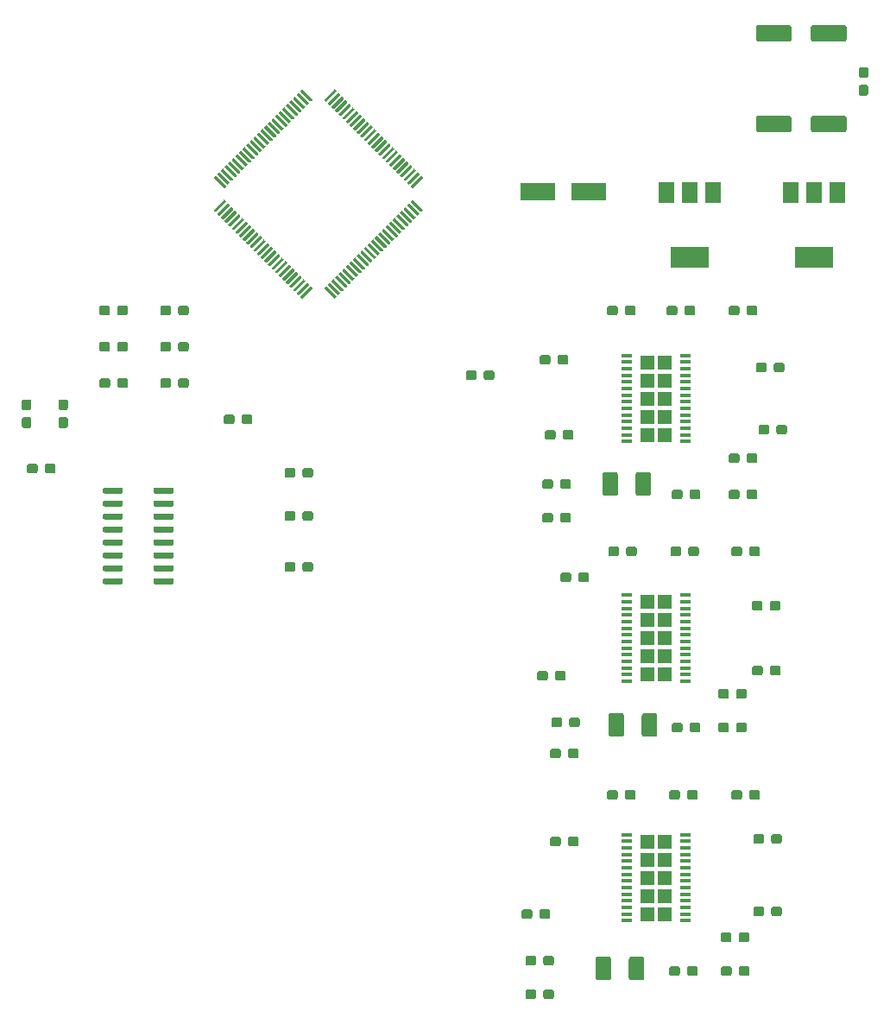
<source format=gbr>
G04 #@! TF.GenerationSoftware,KiCad,Pcbnew,(5.1.5)-3*
G04 #@! TF.CreationDate,2020-04-11T17:23:27+08:00*
G04 #@! TF.ProjectId,Misaka,4d697361-6b61-42e6-9b69-6361645f7063,rev?*
G04 #@! TF.SameCoordinates,Original*
G04 #@! TF.FileFunction,Paste,Top*
G04 #@! TF.FilePolarity,Positive*
%FSLAX46Y46*%
G04 Gerber Fmt 4.6, Leading zero omitted, Abs format (unit mm)*
G04 Created by KiCad (PCBNEW (5.1.5)-3) date 2020-04-11 17:23:27*
%MOMM*%
%LPD*%
G04 APERTURE LIST*
%ADD10R,1.500000X2.000000*%
%ADD11R,3.800000X2.000000*%
%ADD12C,0.100000*%
%ADD13R,1.400000X1.400000*%
%ADD14R,1.100000X0.400000*%
%ADD15R,3.500000X1.800000*%
G04 APERTURE END LIST*
D10*
X105424000Y-44094000D03*
X100824000Y-44094000D03*
X103124000Y-44094000D03*
D11*
X103124000Y-50394000D03*
D10*
X93232000Y-44094000D03*
X88632000Y-44094000D03*
X90932000Y-44094000D03*
D11*
X90932000Y-50394000D03*
D12*
G36*
X40144703Y-72979722D02*
G01*
X40159264Y-72981882D01*
X40173543Y-72985459D01*
X40187403Y-72990418D01*
X40200710Y-72996712D01*
X40213336Y-73004280D01*
X40225159Y-73013048D01*
X40236066Y-73022934D01*
X40245952Y-73033841D01*
X40254720Y-73045664D01*
X40262288Y-73058290D01*
X40268582Y-73071597D01*
X40273541Y-73085457D01*
X40277118Y-73099736D01*
X40279278Y-73114297D01*
X40280000Y-73129000D01*
X40280000Y-73429000D01*
X40279278Y-73443703D01*
X40277118Y-73458264D01*
X40273541Y-73472543D01*
X40268582Y-73486403D01*
X40262288Y-73499710D01*
X40254720Y-73512336D01*
X40245952Y-73524159D01*
X40236066Y-73535066D01*
X40225159Y-73544952D01*
X40213336Y-73553720D01*
X40200710Y-73561288D01*
X40187403Y-73567582D01*
X40173543Y-73572541D01*
X40159264Y-73576118D01*
X40144703Y-73578278D01*
X40130000Y-73579000D01*
X38480000Y-73579000D01*
X38465297Y-73578278D01*
X38450736Y-73576118D01*
X38436457Y-73572541D01*
X38422597Y-73567582D01*
X38409290Y-73561288D01*
X38396664Y-73553720D01*
X38384841Y-73544952D01*
X38373934Y-73535066D01*
X38364048Y-73524159D01*
X38355280Y-73512336D01*
X38347712Y-73499710D01*
X38341418Y-73486403D01*
X38336459Y-73472543D01*
X38332882Y-73458264D01*
X38330722Y-73443703D01*
X38330000Y-73429000D01*
X38330000Y-73129000D01*
X38330722Y-73114297D01*
X38332882Y-73099736D01*
X38336459Y-73085457D01*
X38341418Y-73071597D01*
X38347712Y-73058290D01*
X38355280Y-73045664D01*
X38364048Y-73033841D01*
X38373934Y-73022934D01*
X38384841Y-73013048D01*
X38396664Y-73004280D01*
X38409290Y-72996712D01*
X38422597Y-72990418D01*
X38436457Y-72985459D01*
X38450736Y-72981882D01*
X38465297Y-72979722D01*
X38480000Y-72979000D01*
X40130000Y-72979000D01*
X40144703Y-72979722D01*
G37*
G36*
X40144703Y-74249722D02*
G01*
X40159264Y-74251882D01*
X40173543Y-74255459D01*
X40187403Y-74260418D01*
X40200710Y-74266712D01*
X40213336Y-74274280D01*
X40225159Y-74283048D01*
X40236066Y-74292934D01*
X40245952Y-74303841D01*
X40254720Y-74315664D01*
X40262288Y-74328290D01*
X40268582Y-74341597D01*
X40273541Y-74355457D01*
X40277118Y-74369736D01*
X40279278Y-74384297D01*
X40280000Y-74399000D01*
X40280000Y-74699000D01*
X40279278Y-74713703D01*
X40277118Y-74728264D01*
X40273541Y-74742543D01*
X40268582Y-74756403D01*
X40262288Y-74769710D01*
X40254720Y-74782336D01*
X40245952Y-74794159D01*
X40236066Y-74805066D01*
X40225159Y-74814952D01*
X40213336Y-74823720D01*
X40200710Y-74831288D01*
X40187403Y-74837582D01*
X40173543Y-74842541D01*
X40159264Y-74846118D01*
X40144703Y-74848278D01*
X40130000Y-74849000D01*
X38480000Y-74849000D01*
X38465297Y-74848278D01*
X38450736Y-74846118D01*
X38436457Y-74842541D01*
X38422597Y-74837582D01*
X38409290Y-74831288D01*
X38396664Y-74823720D01*
X38384841Y-74814952D01*
X38373934Y-74805066D01*
X38364048Y-74794159D01*
X38355280Y-74782336D01*
X38347712Y-74769710D01*
X38341418Y-74756403D01*
X38336459Y-74742543D01*
X38332882Y-74728264D01*
X38330722Y-74713703D01*
X38330000Y-74699000D01*
X38330000Y-74399000D01*
X38330722Y-74384297D01*
X38332882Y-74369736D01*
X38336459Y-74355457D01*
X38341418Y-74341597D01*
X38347712Y-74328290D01*
X38355280Y-74315664D01*
X38364048Y-74303841D01*
X38373934Y-74292934D01*
X38384841Y-74283048D01*
X38396664Y-74274280D01*
X38409290Y-74266712D01*
X38422597Y-74260418D01*
X38436457Y-74255459D01*
X38450736Y-74251882D01*
X38465297Y-74249722D01*
X38480000Y-74249000D01*
X40130000Y-74249000D01*
X40144703Y-74249722D01*
G37*
G36*
X40144703Y-75519722D02*
G01*
X40159264Y-75521882D01*
X40173543Y-75525459D01*
X40187403Y-75530418D01*
X40200710Y-75536712D01*
X40213336Y-75544280D01*
X40225159Y-75553048D01*
X40236066Y-75562934D01*
X40245952Y-75573841D01*
X40254720Y-75585664D01*
X40262288Y-75598290D01*
X40268582Y-75611597D01*
X40273541Y-75625457D01*
X40277118Y-75639736D01*
X40279278Y-75654297D01*
X40280000Y-75669000D01*
X40280000Y-75969000D01*
X40279278Y-75983703D01*
X40277118Y-75998264D01*
X40273541Y-76012543D01*
X40268582Y-76026403D01*
X40262288Y-76039710D01*
X40254720Y-76052336D01*
X40245952Y-76064159D01*
X40236066Y-76075066D01*
X40225159Y-76084952D01*
X40213336Y-76093720D01*
X40200710Y-76101288D01*
X40187403Y-76107582D01*
X40173543Y-76112541D01*
X40159264Y-76116118D01*
X40144703Y-76118278D01*
X40130000Y-76119000D01*
X38480000Y-76119000D01*
X38465297Y-76118278D01*
X38450736Y-76116118D01*
X38436457Y-76112541D01*
X38422597Y-76107582D01*
X38409290Y-76101288D01*
X38396664Y-76093720D01*
X38384841Y-76084952D01*
X38373934Y-76075066D01*
X38364048Y-76064159D01*
X38355280Y-76052336D01*
X38347712Y-76039710D01*
X38341418Y-76026403D01*
X38336459Y-76012543D01*
X38332882Y-75998264D01*
X38330722Y-75983703D01*
X38330000Y-75969000D01*
X38330000Y-75669000D01*
X38330722Y-75654297D01*
X38332882Y-75639736D01*
X38336459Y-75625457D01*
X38341418Y-75611597D01*
X38347712Y-75598290D01*
X38355280Y-75585664D01*
X38364048Y-75573841D01*
X38373934Y-75562934D01*
X38384841Y-75553048D01*
X38396664Y-75544280D01*
X38409290Y-75536712D01*
X38422597Y-75530418D01*
X38436457Y-75525459D01*
X38450736Y-75521882D01*
X38465297Y-75519722D01*
X38480000Y-75519000D01*
X40130000Y-75519000D01*
X40144703Y-75519722D01*
G37*
G36*
X40144703Y-76789722D02*
G01*
X40159264Y-76791882D01*
X40173543Y-76795459D01*
X40187403Y-76800418D01*
X40200710Y-76806712D01*
X40213336Y-76814280D01*
X40225159Y-76823048D01*
X40236066Y-76832934D01*
X40245952Y-76843841D01*
X40254720Y-76855664D01*
X40262288Y-76868290D01*
X40268582Y-76881597D01*
X40273541Y-76895457D01*
X40277118Y-76909736D01*
X40279278Y-76924297D01*
X40280000Y-76939000D01*
X40280000Y-77239000D01*
X40279278Y-77253703D01*
X40277118Y-77268264D01*
X40273541Y-77282543D01*
X40268582Y-77296403D01*
X40262288Y-77309710D01*
X40254720Y-77322336D01*
X40245952Y-77334159D01*
X40236066Y-77345066D01*
X40225159Y-77354952D01*
X40213336Y-77363720D01*
X40200710Y-77371288D01*
X40187403Y-77377582D01*
X40173543Y-77382541D01*
X40159264Y-77386118D01*
X40144703Y-77388278D01*
X40130000Y-77389000D01*
X38480000Y-77389000D01*
X38465297Y-77388278D01*
X38450736Y-77386118D01*
X38436457Y-77382541D01*
X38422597Y-77377582D01*
X38409290Y-77371288D01*
X38396664Y-77363720D01*
X38384841Y-77354952D01*
X38373934Y-77345066D01*
X38364048Y-77334159D01*
X38355280Y-77322336D01*
X38347712Y-77309710D01*
X38341418Y-77296403D01*
X38336459Y-77282543D01*
X38332882Y-77268264D01*
X38330722Y-77253703D01*
X38330000Y-77239000D01*
X38330000Y-76939000D01*
X38330722Y-76924297D01*
X38332882Y-76909736D01*
X38336459Y-76895457D01*
X38341418Y-76881597D01*
X38347712Y-76868290D01*
X38355280Y-76855664D01*
X38364048Y-76843841D01*
X38373934Y-76832934D01*
X38384841Y-76823048D01*
X38396664Y-76814280D01*
X38409290Y-76806712D01*
X38422597Y-76800418D01*
X38436457Y-76795459D01*
X38450736Y-76791882D01*
X38465297Y-76789722D01*
X38480000Y-76789000D01*
X40130000Y-76789000D01*
X40144703Y-76789722D01*
G37*
G36*
X40144703Y-78059722D02*
G01*
X40159264Y-78061882D01*
X40173543Y-78065459D01*
X40187403Y-78070418D01*
X40200710Y-78076712D01*
X40213336Y-78084280D01*
X40225159Y-78093048D01*
X40236066Y-78102934D01*
X40245952Y-78113841D01*
X40254720Y-78125664D01*
X40262288Y-78138290D01*
X40268582Y-78151597D01*
X40273541Y-78165457D01*
X40277118Y-78179736D01*
X40279278Y-78194297D01*
X40280000Y-78209000D01*
X40280000Y-78509000D01*
X40279278Y-78523703D01*
X40277118Y-78538264D01*
X40273541Y-78552543D01*
X40268582Y-78566403D01*
X40262288Y-78579710D01*
X40254720Y-78592336D01*
X40245952Y-78604159D01*
X40236066Y-78615066D01*
X40225159Y-78624952D01*
X40213336Y-78633720D01*
X40200710Y-78641288D01*
X40187403Y-78647582D01*
X40173543Y-78652541D01*
X40159264Y-78656118D01*
X40144703Y-78658278D01*
X40130000Y-78659000D01*
X38480000Y-78659000D01*
X38465297Y-78658278D01*
X38450736Y-78656118D01*
X38436457Y-78652541D01*
X38422597Y-78647582D01*
X38409290Y-78641288D01*
X38396664Y-78633720D01*
X38384841Y-78624952D01*
X38373934Y-78615066D01*
X38364048Y-78604159D01*
X38355280Y-78592336D01*
X38347712Y-78579710D01*
X38341418Y-78566403D01*
X38336459Y-78552543D01*
X38332882Y-78538264D01*
X38330722Y-78523703D01*
X38330000Y-78509000D01*
X38330000Y-78209000D01*
X38330722Y-78194297D01*
X38332882Y-78179736D01*
X38336459Y-78165457D01*
X38341418Y-78151597D01*
X38347712Y-78138290D01*
X38355280Y-78125664D01*
X38364048Y-78113841D01*
X38373934Y-78102934D01*
X38384841Y-78093048D01*
X38396664Y-78084280D01*
X38409290Y-78076712D01*
X38422597Y-78070418D01*
X38436457Y-78065459D01*
X38450736Y-78061882D01*
X38465297Y-78059722D01*
X38480000Y-78059000D01*
X40130000Y-78059000D01*
X40144703Y-78059722D01*
G37*
G36*
X40144703Y-79329722D02*
G01*
X40159264Y-79331882D01*
X40173543Y-79335459D01*
X40187403Y-79340418D01*
X40200710Y-79346712D01*
X40213336Y-79354280D01*
X40225159Y-79363048D01*
X40236066Y-79372934D01*
X40245952Y-79383841D01*
X40254720Y-79395664D01*
X40262288Y-79408290D01*
X40268582Y-79421597D01*
X40273541Y-79435457D01*
X40277118Y-79449736D01*
X40279278Y-79464297D01*
X40280000Y-79479000D01*
X40280000Y-79779000D01*
X40279278Y-79793703D01*
X40277118Y-79808264D01*
X40273541Y-79822543D01*
X40268582Y-79836403D01*
X40262288Y-79849710D01*
X40254720Y-79862336D01*
X40245952Y-79874159D01*
X40236066Y-79885066D01*
X40225159Y-79894952D01*
X40213336Y-79903720D01*
X40200710Y-79911288D01*
X40187403Y-79917582D01*
X40173543Y-79922541D01*
X40159264Y-79926118D01*
X40144703Y-79928278D01*
X40130000Y-79929000D01*
X38480000Y-79929000D01*
X38465297Y-79928278D01*
X38450736Y-79926118D01*
X38436457Y-79922541D01*
X38422597Y-79917582D01*
X38409290Y-79911288D01*
X38396664Y-79903720D01*
X38384841Y-79894952D01*
X38373934Y-79885066D01*
X38364048Y-79874159D01*
X38355280Y-79862336D01*
X38347712Y-79849710D01*
X38341418Y-79836403D01*
X38336459Y-79822543D01*
X38332882Y-79808264D01*
X38330722Y-79793703D01*
X38330000Y-79779000D01*
X38330000Y-79479000D01*
X38330722Y-79464297D01*
X38332882Y-79449736D01*
X38336459Y-79435457D01*
X38341418Y-79421597D01*
X38347712Y-79408290D01*
X38355280Y-79395664D01*
X38364048Y-79383841D01*
X38373934Y-79372934D01*
X38384841Y-79363048D01*
X38396664Y-79354280D01*
X38409290Y-79346712D01*
X38422597Y-79340418D01*
X38436457Y-79335459D01*
X38450736Y-79331882D01*
X38465297Y-79329722D01*
X38480000Y-79329000D01*
X40130000Y-79329000D01*
X40144703Y-79329722D01*
G37*
G36*
X40144703Y-80599722D02*
G01*
X40159264Y-80601882D01*
X40173543Y-80605459D01*
X40187403Y-80610418D01*
X40200710Y-80616712D01*
X40213336Y-80624280D01*
X40225159Y-80633048D01*
X40236066Y-80642934D01*
X40245952Y-80653841D01*
X40254720Y-80665664D01*
X40262288Y-80678290D01*
X40268582Y-80691597D01*
X40273541Y-80705457D01*
X40277118Y-80719736D01*
X40279278Y-80734297D01*
X40280000Y-80749000D01*
X40280000Y-81049000D01*
X40279278Y-81063703D01*
X40277118Y-81078264D01*
X40273541Y-81092543D01*
X40268582Y-81106403D01*
X40262288Y-81119710D01*
X40254720Y-81132336D01*
X40245952Y-81144159D01*
X40236066Y-81155066D01*
X40225159Y-81164952D01*
X40213336Y-81173720D01*
X40200710Y-81181288D01*
X40187403Y-81187582D01*
X40173543Y-81192541D01*
X40159264Y-81196118D01*
X40144703Y-81198278D01*
X40130000Y-81199000D01*
X38480000Y-81199000D01*
X38465297Y-81198278D01*
X38450736Y-81196118D01*
X38436457Y-81192541D01*
X38422597Y-81187582D01*
X38409290Y-81181288D01*
X38396664Y-81173720D01*
X38384841Y-81164952D01*
X38373934Y-81155066D01*
X38364048Y-81144159D01*
X38355280Y-81132336D01*
X38347712Y-81119710D01*
X38341418Y-81106403D01*
X38336459Y-81092543D01*
X38332882Y-81078264D01*
X38330722Y-81063703D01*
X38330000Y-81049000D01*
X38330000Y-80749000D01*
X38330722Y-80734297D01*
X38332882Y-80719736D01*
X38336459Y-80705457D01*
X38341418Y-80691597D01*
X38347712Y-80678290D01*
X38355280Y-80665664D01*
X38364048Y-80653841D01*
X38373934Y-80642934D01*
X38384841Y-80633048D01*
X38396664Y-80624280D01*
X38409290Y-80616712D01*
X38422597Y-80610418D01*
X38436457Y-80605459D01*
X38450736Y-80601882D01*
X38465297Y-80599722D01*
X38480000Y-80599000D01*
X40130000Y-80599000D01*
X40144703Y-80599722D01*
G37*
G36*
X40144703Y-81869722D02*
G01*
X40159264Y-81871882D01*
X40173543Y-81875459D01*
X40187403Y-81880418D01*
X40200710Y-81886712D01*
X40213336Y-81894280D01*
X40225159Y-81903048D01*
X40236066Y-81912934D01*
X40245952Y-81923841D01*
X40254720Y-81935664D01*
X40262288Y-81948290D01*
X40268582Y-81961597D01*
X40273541Y-81975457D01*
X40277118Y-81989736D01*
X40279278Y-82004297D01*
X40280000Y-82019000D01*
X40280000Y-82319000D01*
X40279278Y-82333703D01*
X40277118Y-82348264D01*
X40273541Y-82362543D01*
X40268582Y-82376403D01*
X40262288Y-82389710D01*
X40254720Y-82402336D01*
X40245952Y-82414159D01*
X40236066Y-82425066D01*
X40225159Y-82434952D01*
X40213336Y-82443720D01*
X40200710Y-82451288D01*
X40187403Y-82457582D01*
X40173543Y-82462541D01*
X40159264Y-82466118D01*
X40144703Y-82468278D01*
X40130000Y-82469000D01*
X38480000Y-82469000D01*
X38465297Y-82468278D01*
X38450736Y-82466118D01*
X38436457Y-82462541D01*
X38422597Y-82457582D01*
X38409290Y-82451288D01*
X38396664Y-82443720D01*
X38384841Y-82434952D01*
X38373934Y-82425066D01*
X38364048Y-82414159D01*
X38355280Y-82402336D01*
X38347712Y-82389710D01*
X38341418Y-82376403D01*
X38336459Y-82362543D01*
X38332882Y-82348264D01*
X38330722Y-82333703D01*
X38330000Y-82319000D01*
X38330000Y-82019000D01*
X38330722Y-82004297D01*
X38332882Y-81989736D01*
X38336459Y-81975457D01*
X38341418Y-81961597D01*
X38347712Y-81948290D01*
X38355280Y-81935664D01*
X38364048Y-81923841D01*
X38373934Y-81912934D01*
X38384841Y-81903048D01*
X38396664Y-81894280D01*
X38409290Y-81886712D01*
X38422597Y-81880418D01*
X38436457Y-81875459D01*
X38450736Y-81871882D01*
X38465297Y-81869722D01*
X38480000Y-81869000D01*
X40130000Y-81869000D01*
X40144703Y-81869722D01*
G37*
G36*
X35194703Y-81869722D02*
G01*
X35209264Y-81871882D01*
X35223543Y-81875459D01*
X35237403Y-81880418D01*
X35250710Y-81886712D01*
X35263336Y-81894280D01*
X35275159Y-81903048D01*
X35286066Y-81912934D01*
X35295952Y-81923841D01*
X35304720Y-81935664D01*
X35312288Y-81948290D01*
X35318582Y-81961597D01*
X35323541Y-81975457D01*
X35327118Y-81989736D01*
X35329278Y-82004297D01*
X35330000Y-82019000D01*
X35330000Y-82319000D01*
X35329278Y-82333703D01*
X35327118Y-82348264D01*
X35323541Y-82362543D01*
X35318582Y-82376403D01*
X35312288Y-82389710D01*
X35304720Y-82402336D01*
X35295952Y-82414159D01*
X35286066Y-82425066D01*
X35275159Y-82434952D01*
X35263336Y-82443720D01*
X35250710Y-82451288D01*
X35237403Y-82457582D01*
X35223543Y-82462541D01*
X35209264Y-82466118D01*
X35194703Y-82468278D01*
X35180000Y-82469000D01*
X33530000Y-82469000D01*
X33515297Y-82468278D01*
X33500736Y-82466118D01*
X33486457Y-82462541D01*
X33472597Y-82457582D01*
X33459290Y-82451288D01*
X33446664Y-82443720D01*
X33434841Y-82434952D01*
X33423934Y-82425066D01*
X33414048Y-82414159D01*
X33405280Y-82402336D01*
X33397712Y-82389710D01*
X33391418Y-82376403D01*
X33386459Y-82362543D01*
X33382882Y-82348264D01*
X33380722Y-82333703D01*
X33380000Y-82319000D01*
X33380000Y-82019000D01*
X33380722Y-82004297D01*
X33382882Y-81989736D01*
X33386459Y-81975457D01*
X33391418Y-81961597D01*
X33397712Y-81948290D01*
X33405280Y-81935664D01*
X33414048Y-81923841D01*
X33423934Y-81912934D01*
X33434841Y-81903048D01*
X33446664Y-81894280D01*
X33459290Y-81886712D01*
X33472597Y-81880418D01*
X33486457Y-81875459D01*
X33500736Y-81871882D01*
X33515297Y-81869722D01*
X33530000Y-81869000D01*
X35180000Y-81869000D01*
X35194703Y-81869722D01*
G37*
G36*
X35194703Y-80599722D02*
G01*
X35209264Y-80601882D01*
X35223543Y-80605459D01*
X35237403Y-80610418D01*
X35250710Y-80616712D01*
X35263336Y-80624280D01*
X35275159Y-80633048D01*
X35286066Y-80642934D01*
X35295952Y-80653841D01*
X35304720Y-80665664D01*
X35312288Y-80678290D01*
X35318582Y-80691597D01*
X35323541Y-80705457D01*
X35327118Y-80719736D01*
X35329278Y-80734297D01*
X35330000Y-80749000D01*
X35330000Y-81049000D01*
X35329278Y-81063703D01*
X35327118Y-81078264D01*
X35323541Y-81092543D01*
X35318582Y-81106403D01*
X35312288Y-81119710D01*
X35304720Y-81132336D01*
X35295952Y-81144159D01*
X35286066Y-81155066D01*
X35275159Y-81164952D01*
X35263336Y-81173720D01*
X35250710Y-81181288D01*
X35237403Y-81187582D01*
X35223543Y-81192541D01*
X35209264Y-81196118D01*
X35194703Y-81198278D01*
X35180000Y-81199000D01*
X33530000Y-81199000D01*
X33515297Y-81198278D01*
X33500736Y-81196118D01*
X33486457Y-81192541D01*
X33472597Y-81187582D01*
X33459290Y-81181288D01*
X33446664Y-81173720D01*
X33434841Y-81164952D01*
X33423934Y-81155066D01*
X33414048Y-81144159D01*
X33405280Y-81132336D01*
X33397712Y-81119710D01*
X33391418Y-81106403D01*
X33386459Y-81092543D01*
X33382882Y-81078264D01*
X33380722Y-81063703D01*
X33380000Y-81049000D01*
X33380000Y-80749000D01*
X33380722Y-80734297D01*
X33382882Y-80719736D01*
X33386459Y-80705457D01*
X33391418Y-80691597D01*
X33397712Y-80678290D01*
X33405280Y-80665664D01*
X33414048Y-80653841D01*
X33423934Y-80642934D01*
X33434841Y-80633048D01*
X33446664Y-80624280D01*
X33459290Y-80616712D01*
X33472597Y-80610418D01*
X33486457Y-80605459D01*
X33500736Y-80601882D01*
X33515297Y-80599722D01*
X33530000Y-80599000D01*
X35180000Y-80599000D01*
X35194703Y-80599722D01*
G37*
G36*
X35194703Y-79329722D02*
G01*
X35209264Y-79331882D01*
X35223543Y-79335459D01*
X35237403Y-79340418D01*
X35250710Y-79346712D01*
X35263336Y-79354280D01*
X35275159Y-79363048D01*
X35286066Y-79372934D01*
X35295952Y-79383841D01*
X35304720Y-79395664D01*
X35312288Y-79408290D01*
X35318582Y-79421597D01*
X35323541Y-79435457D01*
X35327118Y-79449736D01*
X35329278Y-79464297D01*
X35330000Y-79479000D01*
X35330000Y-79779000D01*
X35329278Y-79793703D01*
X35327118Y-79808264D01*
X35323541Y-79822543D01*
X35318582Y-79836403D01*
X35312288Y-79849710D01*
X35304720Y-79862336D01*
X35295952Y-79874159D01*
X35286066Y-79885066D01*
X35275159Y-79894952D01*
X35263336Y-79903720D01*
X35250710Y-79911288D01*
X35237403Y-79917582D01*
X35223543Y-79922541D01*
X35209264Y-79926118D01*
X35194703Y-79928278D01*
X35180000Y-79929000D01*
X33530000Y-79929000D01*
X33515297Y-79928278D01*
X33500736Y-79926118D01*
X33486457Y-79922541D01*
X33472597Y-79917582D01*
X33459290Y-79911288D01*
X33446664Y-79903720D01*
X33434841Y-79894952D01*
X33423934Y-79885066D01*
X33414048Y-79874159D01*
X33405280Y-79862336D01*
X33397712Y-79849710D01*
X33391418Y-79836403D01*
X33386459Y-79822543D01*
X33382882Y-79808264D01*
X33380722Y-79793703D01*
X33380000Y-79779000D01*
X33380000Y-79479000D01*
X33380722Y-79464297D01*
X33382882Y-79449736D01*
X33386459Y-79435457D01*
X33391418Y-79421597D01*
X33397712Y-79408290D01*
X33405280Y-79395664D01*
X33414048Y-79383841D01*
X33423934Y-79372934D01*
X33434841Y-79363048D01*
X33446664Y-79354280D01*
X33459290Y-79346712D01*
X33472597Y-79340418D01*
X33486457Y-79335459D01*
X33500736Y-79331882D01*
X33515297Y-79329722D01*
X33530000Y-79329000D01*
X35180000Y-79329000D01*
X35194703Y-79329722D01*
G37*
G36*
X35194703Y-78059722D02*
G01*
X35209264Y-78061882D01*
X35223543Y-78065459D01*
X35237403Y-78070418D01*
X35250710Y-78076712D01*
X35263336Y-78084280D01*
X35275159Y-78093048D01*
X35286066Y-78102934D01*
X35295952Y-78113841D01*
X35304720Y-78125664D01*
X35312288Y-78138290D01*
X35318582Y-78151597D01*
X35323541Y-78165457D01*
X35327118Y-78179736D01*
X35329278Y-78194297D01*
X35330000Y-78209000D01*
X35330000Y-78509000D01*
X35329278Y-78523703D01*
X35327118Y-78538264D01*
X35323541Y-78552543D01*
X35318582Y-78566403D01*
X35312288Y-78579710D01*
X35304720Y-78592336D01*
X35295952Y-78604159D01*
X35286066Y-78615066D01*
X35275159Y-78624952D01*
X35263336Y-78633720D01*
X35250710Y-78641288D01*
X35237403Y-78647582D01*
X35223543Y-78652541D01*
X35209264Y-78656118D01*
X35194703Y-78658278D01*
X35180000Y-78659000D01*
X33530000Y-78659000D01*
X33515297Y-78658278D01*
X33500736Y-78656118D01*
X33486457Y-78652541D01*
X33472597Y-78647582D01*
X33459290Y-78641288D01*
X33446664Y-78633720D01*
X33434841Y-78624952D01*
X33423934Y-78615066D01*
X33414048Y-78604159D01*
X33405280Y-78592336D01*
X33397712Y-78579710D01*
X33391418Y-78566403D01*
X33386459Y-78552543D01*
X33382882Y-78538264D01*
X33380722Y-78523703D01*
X33380000Y-78509000D01*
X33380000Y-78209000D01*
X33380722Y-78194297D01*
X33382882Y-78179736D01*
X33386459Y-78165457D01*
X33391418Y-78151597D01*
X33397712Y-78138290D01*
X33405280Y-78125664D01*
X33414048Y-78113841D01*
X33423934Y-78102934D01*
X33434841Y-78093048D01*
X33446664Y-78084280D01*
X33459290Y-78076712D01*
X33472597Y-78070418D01*
X33486457Y-78065459D01*
X33500736Y-78061882D01*
X33515297Y-78059722D01*
X33530000Y-78059000D01*
X35180000Y-78059000D01*
X35194703Y-78059722D01*
G37*
G36*
X35194703Y-76789722D02*
G01*
X35209264Y-76791882D01*
X35223543Y-76795459D01*
X35237403Y-76800418D01*
X35250710Y-76806712D01*
X35263336Y-76814280D01*
X35275159Y-76823048D01*
X35286066Y-76832934D01*
X35295952Y-76843841D01*
X35304720Y-76855664D01*
X35312288Y-76868290D01*
X35318582Y-76881597D01*
X35323541Y-76895457D01*
X35327118Y-76909736D01*
X35329278Y-76924297D01*
X35330000Y-76939000D01*
X35330000Y-77239000D01*
X35329278Y-77253703D01*
X35327118Y-77268264D01*
X35323541Y-77282543D01*
X35318582Y-77296403D01*
X35312288Y-77309710D01*
X35304720Y-77322336D01*
X35295952Y-77334159D01*
X35286066Y-77345066D01*
X35275159Y-77354952D01*
X35263336Y-77363720D01*
X35250710Y-77371288D01*
X35237403Y-77377582D01*
X35223543Y-77382541D01*
X35209264Y-77386118D01*
X35194703Y-77388278D01*
X35180000Y-77389000D01*
X33530000Y-77389000D01*
X33515297Y-77388278D01*
X33500736Y-77386118D01*
X33486457Y-77382541D01*
X33472597Y-77377582D01*
X33459290Y-77371288D01*
X33446664Y-77363720D01*
X33434841Y-77354952D01*
X33423934Y-77345066D01*
X33414048Y-77334159D01*
X33405280Y-77322336D01*
X33397712Y-77309710D01*
X33391418Y-77296403D01*
X33386459Y-77282543D01*
X33382882Y-77268264D01*
X33380722Y-77253703D01*
X33380000Y-77239000D01*
X33380000Y-76939000D01*
X33380722Y-76924297D01*
X33382882Y-76909736D01*
X33386459Y-76895457D01*
X33391418Y-76881597D01*
X33397712Y-76868290D01*
X33405280Y-76855664D01*
X33414048Y-76843841D01*
X33423934Y-76832934D01*
X33434841Y-76823048D01*
X33446664Y-76814280D01*
X33459290Y-76806712D01*
X33472597Y-76800418D01*
X33486457Y-76795459D01*
X33500736Y-76791882D01*
X33515297Y-76789722D01*
X33530000Y-76789000D01*
X35180000Y-76789000D01*
X35194703Y-76789722D01*
G37*
G36*
X35194703Y-75519722D02*
G01*
X35209264Y-75521882D01*
X35223543Y-75525459D01*
X35237403Y-75530418D01*
X35250710Y-75536712D01*
X35263336Y-75544280D01*
X35275159Y-75553048D01*
X35286066Y-75562934D01*
X35295952Y-75573841D01*
X35304720Y-75585664D01*
X35312288Y-75598290D01*
X35318582Y-75611597D01*
X35323541Y-75625457D01*
X35327118Y-75639736D01*
X35329278Y-75654297D01*
X35330000Y-75669000D01*
X35330000Y-75969000D01*
X35329278Y-75983703D01*
X35327118Y-75998264D01*
X35323541Y-76012543D01*
X35318582Y-76026403D01*
X35312288Y-76039710D01*
X35304720Y-76052336D01*
X35295952Y-76064159D01*
X35286066Y-76075066D01*
X35275159Y-76084952D01*
X35263336Y-76093720D01*
X35250710Y-76101288D01*
X35237403Y-76107582D01*
X35223543Y-76112541D01*
X35209264Y-76116118D01*
X35194703Y-76118278D01*
X35180000Y-76119000D01*
X33530000Y-76119000D01*
X33515297Y-76118278D01*
X33500736Y-76116118D01*
X33486457Y-76112541D01*
X33472597Y-76107582D01*
X33459290Y-76101288D01*
X33446664Y-76093720D01*
X33434841Y-76084952D01*
X33423934Y-76075066D01*
X33414048Y-76064159D01*
X33405280Y-76052336D01*
X33397712Y-76039710D01*
X33391418Y-76026403D01*
X33386459Y-76012543D01*
X33382882Y-75998264D01*
X33380722Y-75983703D01*
X33380000Y-75969000D01*
X33380000Y-75669000D01*
X33380722Y-75654297D01*
X33382882Y-75639736D01*
X33386459Y-75625457D01*
X33391418Y-75611597D01*
X33397712Y-75598290D01*
X33405280Y-75585664D01*
X33414048Y-75573841D01*
X33423934Y-75562934D01*
X33434841Y-75553048D01*
X33446664Y-75544280D01*
X33459290Y-75536712D01*
X33472597Y-75530418D01*
X33486457Y-75525459D01*
X33500736Y-75521882D01*
X33515297Y-75519722D01*
X33530000Y-75519000D01*
X35180000Y-75519000D01*
X35194703Y-75519722D01*
G37*
G36*
X35194703Y-74249722D02*
G01*
X35209264Y-74251882D01*
X35223543Y-74255459D01*
X35237403Y-74260418D01*
X35250710Y-74266712D01*
X35263336Y-74274280D01*
X35275159Y-74283048D01*
X35286066Y-74292934D01*
X35295952Y-74303841D01*
X35304720Y-74315664D01*
X35312288Y-74328290D01*
X35318582Y-74341597D01*
X35323541Y-74355457D01*
X35327118Y-74369736D01*
X35329278Y-74384297D01*
X35330000Y-74399000D01*
X35330000Y-74699000D01*
X35329278Y-74713703D01*
X35327118Y-74728264D01*
X35323541Y-74742543D01*
X35318582Y-74756403D01*
X35312288Y-74769710D01*
X35304720Y-74782336D01*
X35295952Y-74794159D01*
X35286066Y-74805066D01*
X35275159Y-74814952D01*
X35263336Y-74823720D01*
X35250710Y-74831288D01*
X35237403Y-74837582D01*
X35223543Y-74842541D01*
X35209264Y-74846118D01*
X35194703Y-74848278D01*
X35180000Y-74849000D01*
X33530000Y-74849000D01*
X33515297Y-74848278D01*
X33500736Y-74846118D01*
X33486457Y-74842541D01*
X33472597Y-74837582D01*
X33459290Y-74831288D01*
X33446664Y-74823720D01*
X33434841Y-74814952D01*
X33423934Y-74805066D01*
X33414048Y-74794159D01*
X33405280Y-74782336D01*
X33397712Y-74769710D01*
X33391418Y-74756403D01*
X33386459Y-74742543D01*
X33382882Y-74728264D01*
X33380722Y-74713703D01*
X33380000Y-74699000D01*
X33380000Y-74399000D01*
X33380722Y-74384297D01*
X33382882Y-74369736D01*
X33386459Y-74355457D01*
X33391418Y-74341597D01*
X33397712Y-74328290D01*
X33405280Y-74315664D01*
X33414048Y-74303841D01*
X33423934Y-74292934D01*
X33434841Y-74283048D01*
X33446664Y-74274280D01*
X33459290Y-74266712D01*
X33472597Y-74260418D01*
X33486457Y-74255459D01*
X33500736Y-74251882D01*
X33515297Y-74249722D01*
X33530000Y-74249000D01*
X35180000Y-74249000D01*
X35194703Y-74249722D01*
G37*
G36*
X35194703Y-72979722D02*
G01*
X35209264Y-72981882D01*
X35223543Y-72985459D01*
X35237403Y-72990418D01*
X35250710Y-72996712D01*
X35263336Y-73004280D01*
X35275159Y-73013048D01*
X35286066Y-73022934D01*
X35295952Y-73033841D01*
X35304720Y-73045664D01*
X35312288Y-73058290D01*
X35318582Y-73071597D01*
X35323541Y-73085457D01*
X35327118Y-73099736D01*
X35329278Y-73114297D01*
X35330000Y-73129000D01*
X35330000Y-73429000D01*
X35329278Y-73443703D01*
X35327118Y-73458264D01*
X35323541Y-73472543D01*
X35318582Y-73486403D01*
X35312288Y-73499710D01*
X35304720Y-73512336D01*
X35295952Y-73524159D01*
X35286066Y-73535066D01*
X35275159Y-73544952D01*
X35263336Y-73553720D01*
X35250710Y-73561288D01*
X35237403Y-73567582D01*
X35223543Y-73572541D01*
X35209264Y-73576118D01*
X35194703Y-73578278D01*
X35180000Y-73579000D01*
X33530000Y-73579000D01*
X33515297Y-73578278D01*
X33500736Y-73576118D01*
X33486457Y-73572541D01*
X33472597Y-73567582D01*
X33459290Y-73561288D01*
X33446664Y-73553720D01*
X33434841Y-73544952D01*
X33423934Y-73535066D01*
X33414048Y-73524159D01*
X33405280Y-73512336D01*
X33397712Y-73499710D01*
X33391418Y-73486403D01*
X33386459Y-73472543D01*
X33382882Y-73458264D01*
X33380722Y-73443703D01*
X33380000Y-73429000D01*
X33380000Y-73129000D01*
X33380722Y-73114297D01*
X33382882Y-73099736D01*
X33386459Y-73085457D01*
X33391418Y-73071597D01*
X33397712Y-73058290D01*
X33405280Y-73045664D01*
X33414048Y-73033841D01*
X33423934Y-73022934D01*
X33434841Y-73013048D01*
X33446664Y-73004280D01*
X33459290Y-72996712D01*
X33472597Y-72990418D01*
X33486457Y-72985459D01*
X33500736Y-72981882D01*
X33515297Y-72979722D01*
X33530000Y-72979000D01*
X35180000Y-72979000D01*
X35194703Y-72979722D01*
G37*
D13*
X88480000Y-60702000D03*
X86780000Y-60702000D03*
X88480000Y-62482000D03*
X86780000Y-62482000D03*
X88480000Y-64262000D03*
X86780000Y-64262000D03*
X88480000Y-66042000D03*
X86780000Y-66042000D03*
X86780000Y-67822000D03*
X88480000Y-67822000D03*
D14*
X84780000Y-68487000D03*
X84780000Y-67837000D03*
X84780000Y-67187000D03*
X84780000Y-66537000D03*
X84780000Y-65887000D03*
X84780000Y-65237000D03*
X84780000Y-64587000D03*
X84780000Y-63937000D03*
X84780000Y-63287000D03*
X84780000Y-62637000D03*
X84780000Y-61987000D03*
X84780000Y-61337000D03*
X84780000Y-60687000D03*
X84780000Y-60037000D03*
X90480000Y-60037000D03*
X90480000Y-60687000D03*
X90480000Y-61337000D03*
X90480000Y-61987000D03*
X90480000Y-62637000D03*
X90480000Y-63287000D03*
X90480000Y-63937000D03*
X90480000Y-64587000D03*
X90480000Y-65237000D03*
X90480000Y-65887000D03*
X90480000Y-66537000D03*
X90480000Y-67187000D03*
X90480000Y-67837000D03*
X90480000Y-68487000D03*
D13*
X88480000Y-84197000D03*
X86780000Y-84197000D03*
X88480000Y-85977000D03*
X86780000Y-85977000D03*
X88480000Y-87757000D03*
X86780000Y-87757000D03*
X88480000Y-89537000D03*
X86780000Y-89537000D03*
X86780000Y-91317000D03*
X88480000Y-91317000D03*
D14*
X84780000Y-91982000D03*
X84780000Y-91332000D03*
X84780000Y-90682000D03*
X84780000Y-90032000D03*
X84780000Y-89382000D03*
X84780000Y-88732000D03*
X84780000Y-88082000D03*
X84780000Y-87432000D03*
X84780000Y-86782000D03*
X84780000Y-86132000D03*
X84780000Y-85482000D03*
X84780000Y-84832000D03*
X84780000Y-84182000D03*
X84780000Y-83532000D03*
X90480000Y-83532000D03*
X90480000Y-84182000D03*
X90480000Y-84832000D03*
X90480000Y-85482000D03*
X90480000Y-86132000D03*
X90480000Y-86782000D03*
X90480000Y-87432000D03*
X90480000Y-88082000D03*
X90480000Y-88732000D03*
X90480000Y-89382000D03*
X90480000Y-90032000D03*
X90480000Y-90682000D03*
X90480000Y-91332000D03*
X90480000Y-91982000D03*
D12*
G36*
X44431080Y-42428305D02*
G01*
X44438361Y-42429385D01*
X44445500Y-42431173D01*
X44452430Y-42433653D01*
X44459084Y-42436800D01*
X44465397Y-42440584D01*
X44471308Y-42444968D01*
X44476762Y-42449911D01*
X45413678Y-43386827D01*
X45418621Y-43392281D01*
X45423005Y-43398192D01*
X45426789Y-43404505D01*
X45429936Y-43411159D01*
X45432416Y-43418089D01*
X45434204Y-43425228D01*
X45435284Y-43432509D01*
X45435645Y-43439860D01*
X45435284Y-43447211D01*
X45434204Y-43454492D01*
X45432416Y-43461631D01*
X45429936Y-43468561D01*
X45426789Y-43475215D01*
X45423005Y-43481528D01*
X45418621Y-43487439D01*
X45413678Y-43492893D01*
X45307612Y-43598959D01*
X45302158Y-43603902D01*
X45296247Y-43608286D01*
X45289934Y-43612070D01*
X45283280Y-43615217D01*
X45276350Y-43617697D01*
X45269211Y-43619485D01*
X45261930Y-43620565D01*
X45254579Y-43620926D01*
X45247228Y-43620565D01*
X45239947Y-43619485D01*
X45232808Y-43617697D01*
X45225878Y-43615217D01*
X45219224Y-43612070D01*
X45212911Y-43608286D01*
X45207000Y-43603902D01*
X45201546Y-43598959D01*
X44264630Y-42662043D01*
X44259687Y-42656589D01*
X44255303Y-42650678D01*
X44251519Y-42644365D01*
X44248372Y-42637711D01*
X44245892Y-42630781D01*
X44244104Y-42623642D01*
X44243024Y-42616361D01*
X44242663Y-42609010D01*
X44243024Y-42601659D01*
X44244104Y-42594378D01*
X44245892Y-42587239D01*
X44248372Y-42580309D01*
X44251519Y-42573655D01*
X44255303Y-42567342D01*
X44259687Y-42561431D01*
X44264630Y-42555977D01*
X44370696Y-42449911D01*
X44376150Y-42444968D01*
X44382061Y-42440584D01*
X44388374Y-42436800D01*
X44395028Y-42433653D01*
X44401958Y-42431173D01*
X44409097Y-42429385D01*
X44416378Y-42428305D01*
X44423729Y-42427944D01*
X44431080Y-42428305D01*
G37*
G36*
X44784633Y-42074752D02*
G01*
X44791914Y-42075832D01*
X44799053Y-42077620D01*
X44805983Y-42080100D01*
X44812637Y-42083247D01*
X44818950Y-42087031D01*
X44824861Y-42091415D01*
X44830315Y-42096358D01*
X45767231Y-43033274D01*
X45772174Y-43038728D01*
X45776558Y-43044639D01*
X45780342Y-43050952D01*
X45783489Y-43057606D01*
X45785969Y-43064536D01*
X45787757Y-43071675D01*
X45788837Y-43078956D01*
X45789198Y-43086307D01*
X45788837Y-43093658D01*
X45787757Y-43100939D01*
X45785969Y-43108078D01*
X45783489Y-43115008D01*
X45780342Y-43121662D01*
X45776558Y-43127975D01*
X45772174Y-43133886D01*
X45767231Y-43139340D01*
X45661165Y-43245406D01*
X45655711Y-43250349D01*
X45649800Y-43254733D01*
X45643487Y-43258517D01*
X45636833Y-43261664D01*
X45629903Y-43264144D01*
X45622764Y-43265932D01*
X45615483Y-43267012D01*
X45608132Y-43267373D01*
X45600781Y-43267012D01*
X45593500Y-43265932D01*
X45586361Y-43264144D01*
X45579431Y-43261664D01*
X45572777Y-43258517D01*
X45566464Y-43254733D01*
X45560553Y-43250349D01*
X45555099Y-43245406D01*
X44618183Y-42308490D01*
X44613240Y-42303036D01*
X44608856Y-42297125D01*
X44605072Y-42290812D01*
X44601925Y-42284158D01*
X44599445Y-42277228D01*
X44597657Y-42270089D01*
X44596577Y-42262808D01*
X44596216Y-42255457D01*
X44596577Y-42248106D01*
X44597657Y-42240825D01*
X44599445Y-42233686D01*
X44601925Y-42226756D01*
X44605072Y-42220102D01*
X44608856Y-42213789D01*
X44613240Y-42207878D01*
X44618183Y-42202424D01*
X44724249Y-42096358D01*
X44729703Y-42091415D01*
X44735614Y-42087031D01*
X44741927Y-42083247D01*
X44748581Y-42080100D01*
X44755511Y-42077620D01*
X44762650Y-42075832D01*
X44769931Y-42074752D01*
X44777282Y-42074391D01*
X44784633Y-42074752D01*
G37*
G36*
X45138186Y-41721198D02*
G01*
X45145467Y-41722278D01*
X45152606Y-41724066D01*
X45159536Y-41726546D01*
X45166190Y-41729693D01*
X45172503Y-41733477D01*
X45178414Y-41737861D01*
X45183868Y-41742804D01*
X46120784Y-42679720D01*
X46125727Y-42685174D01*
X46130111Y-42691085D01*
X46133895Y-42697398D01*
X46137042Y-42704052D01*
X46139522Y-42710982D01*
X46141310Y-42718121D01*
X46142390Y-42725402D01*
X46142751Y-42732753D01*
X46142390Y-42740104D01*
X46141310Y-42747385D01*
X46139522Y-42754524D01*
X46137042Y-42761454D01*
X46133895Y-42768108D01*
X46130111Y-42774421D01*
X46125727Y-42780332D01*
X46120784Y-42785786D01*
X46014718Y-42891852D01*
X46009264Y-42896795D01*
X46003353Y-42901179D01*
X45997040Y-42904963D01*
X45990386Y-42908110D01*
X45983456Y-42910590D01*
X45976317Y-42912378D01*
X45969036Y-42913458D01*
X45961685Y-42913819D01*
X45954334Y-42913458D01*
X45947053Y-42912378D01*
X45939914Y-42910590D01*
X45932984Y-42908110D01*
X45926330Y-42904963D01*
X45920017Y-42901179D01*
X45914106Y-42896795D01*
X45908652Y-42891852D01*
X44971736Y-41954936D01*
X44966793Y-41949482D01*
X44962409Y-41943571D01*
X44958625Y-41937258D01*
X44955478Y-41930604D01*
X44952998Y-41923674D01*
X44951210Y-41916535D01*
X44950130Y-41909254D01*
X44949769Y-41901903D01*
X44950130Y-41894552D01*
X44951210Y-41887271D01*
X44952998Y-41880132D01*
X44955478Y-41873202D01*
X44958625Y-41866548D01*
X44962409Y-41860235D01*
X44966793Y-41854324D01*
X44971736Y-41848870D01*
X45077802Y-41742804D01*
X45083256Y-41737861D01*
X45089167Y-41733477D01*
X45095480Y-41729693D01*
X45102134Y-41726546D01*
X45109064Y-41724066D01*
X45116203Y-41722278D01*
X45123484Y-41721198D01*
X45130835Y-41720837D01*
X45138186Y-41721198D01*
G37*
G36*
X45491740Y-41367645D02*
G01*
X45499021Y-41368725D01*
X45506160Y-41370513D01*
X45513090Y-41372993D01*
X45519744Y-41376140D01*
X45526057Y-41379924D01*
X45531968Y-41384308D01*
X45537422Y-41389251D01*
X46474338Y-42326167D01*
X46479281Y-42331621D01*
X46483665Y-42337532D01*
X46487449Y-42343845D01*
X46490596Y-42350499D01*
X46493076Y-42357429D01*
X46494864Y-42364568D01*
X46495944Y-42371849D01*
X46496305Y-42379200D01*
X46495944Y-42386551D01*
X46494864Y-42393832D01*
X46493076Y-42400971D01*
X46490596Y-42407901D01*
X46487449Y-42414555D01*
X46483665Y-42420868D01*
X46479281Y-42426779D01*
X46474338Y-42432233D01*
X46368272Y-42538299D01*
X46362818Y-42543242D01*
X46356907Y-42547626D01*
X46350594Y-42551410D01*
X46343940Y-42554557D01*
X46337010Y-42557037D01*
X46329871Y-42558825D01*
X46322590Y-42559905D01*
X46315239Y-42560266D01*
X46307888Y-42559905D01*
X46300607Y-42558825D01*
X46293468Y-42557037D01*
X46286538Y-42554557D01*
X46279884Y-42551410D01*
X46273571Y-42547626D01*
X46267660Y-42543242D01*
X46262206Y-42538299D01*
X45325290Y-41601383D01*
X45320347Y-41595929D01*
X45315963Y-41590018D01*
X45312179Y-41583705D01*
X45309032Y-41577051D01*
X45306552Y-41570121D01*
X45304764Y-41562982D01*
X45303684Y-41555701D01*
X45303323Y-41548350D01*
X45303684Y-41540999D01*
X45304764Y-41533718D01*
X45306552Y-41526579D01*
X45309032Y-41519649D01*
X45312179Y-41512995D01*
X45315963Y-41506682D01*
X45320347Y-41500771D01*
X45325290Y-41495317D01*
X45431356Y-41389251D01*
X45436810Y-41384308D01*
X45442721Y-41379924D01*
X45449034Y-41376140D01*
X45455688Y-41372993D01*
X45462618Y-41370513D01*
X45469757Y-41368725D01*
X45477038Y-41367645D01*
X45484389Y-41367284D01*
X45491740Y-41367645D01*
G37*
G36*
X45845293Y-41014091D02*
G01*
X45852574Y-41015171D01*
X45859713Y-41016959D01*
X45866643Y-41019439D01*
X45873297Y-41022586D01*
X45879610Y-41026370D01*
X45885521Y-41030754D01*
X45890975Y-41035697D01*
X46827891Y-41972613D01*
X46832834Y-41978067D01*
X46837218Y-41983978D01*
X46841002Y-41990291D01*
X46844149Y-41996945D01*
X46846629Y-42003875D01*
X46848417Y-42011014D01*
X46849497Y-42018295D01*
X46849858Y-42025646D01*
X46849497Y-42032997D01*
X46848417Y-42040278D01*
X46846629Y-42047417D01*
X46844149Y-42054347D01*
X46841002Y-42061001D01*
X46837218Y-42067314D01*
X46832834Y-42073225D01*
X46827891Y-42078679D01*
X46721825Y-42184745D01*
X46716371Y-42189688D01*
X46710460Y-42194072D01*
X46704147Y-42197856D01*
X46697493Y-42201003D01*
X46690563Y-42203483D01*
X46683424Y-42205271D01*
X46676143Y-42206351D01*
X46668792Y-42206712D01*
X46661441Y-42206351D01*
X46654160Y-42205271D01*
X46647021Y-42203483D01*
X46640091Y-42201003D01*
X46633437Y-42197856D01*
X46627124Y-42194072D01*
X46621213Y-42189688D01*
X46615759Y-42184745D01*
X45678843Y-41247829D01*
X45673900Y-41242375D01*
X45669516Y-41236464D01*
X45665732Y-41230151D01*
X45662585Y-41223497D01*
X45660105Y-41216567D01*
X45658317Y-41209428D01*
X45657237Y-41202147D01*
X45656876Y-41194796D01*
X45657237Y-41187445D01*
X45658317Y-41180164D01*
X45660105Y-41173025D01*
X45662585Y-41166095D01*
X45665732Y-41159441D01*
X45669516Y-41153128D01*
X45673900Y-41147217D01*
X45678843Y-41141763D01*
X45784909Y-41035697D01*
X45790363Y-41030754D01*
X45796274Y-41026370D01*
X45802587Y-41022586D01*
X45809241Y-41019439D01*
X45816171Y-41016959D01*
X45823310Y-41015171D01*
X45830591Y-41014091D01*
X45837942Y-41013730D01*
X45845293Y-41014091D01*
G37*
G36*
X46198847Y-40660538D02*
G01*
X46206128Y-40661618D01*
X46213267Y-40663406D01*
X46220197Y-40665886D01*
X46226851Y-40669033D01*
X46233164Y-40672817D01*
X46239075Y-40677201D01*
X46244529Y-40682144D01*
X47181445Y-41619060D01*
X47186388Y-41624514D01*
X47190772Y-41630425D01*
X47194556Y-41636738D01*
X47197703Y-41643392D01*
X47200183Y-41650322D01*
X47201971Y-41657461D01*
X47203051Y-41664742D01*
X47203412Y-41672093D01*
X47203051Y-41679444D01*
X47201971Y-41686725D01*
X47200183Y-41693864D01*
X47197703Y-41700794D01*
X47194556Y-41707448D01*
X47190772Y-41713761D01*
X47186388Y-41719672D01*
X47181445Y-41725126D01*
X47075379Y-41831192D01*
X47069925Y-41836135D01*
X47064014Y-41840519D01*
X47057701Y-41844303D01*
X47051047Y-41847450D01*
X47044117Y-41849930D01*
X47036978Y-41851718D01*
X47029697Y-41852798D01*
X47022346Y-41853159D01*
X47014995Y-41852798D01*
X47007714Y-41851718D01*
X47000575Y-41849930D01*
X46993645Y-41847450D01*
X46986991Y-41844303D01*
X46980678Y-41840519D01*
X46974767Y-41836135D01*
X46969313Y-41831192D01*
X46032397Y-40894276D01*
X46027454Y-40888822D01*
X46023070Y-40882911D01*
X46019286Y-40876598D01*
X46016139Y-40869944D01*
X46013659Y-40863014D01*
X46011871Y-40855875D01*
X46010791Y-40848594D01*
X46010430Y-40841243D01*
X46010791Y-40833892D01*
X46011871Y-40826611D01*
X46013659Y-40819472D01*
X46016139Y-40812542D01*
X46019286Y-40805888D01*
X46023070Y-40799575D01*
X46027454Y-40793664D01*
X46032397Y-40788210D01*
X46138463Y-40682144D01*
X46143917Y-40677201D01*
X46149828Y-40672817D01*
X46156141Y-40669033D01*
X46162795Y-40665886D01*
X46169725Y-40663406D01*
X46176864Y-40661618D01*
X46184145Y-40660538D01*
X46191496Y-40660177D01*
X46198847Y-40660538D01*
G37*
G36*
X46552400Y-40306985D02*
G01*
X46559681Y-40308065D01*
X46566820Y-40309853D01*
X46573750Y-40312333D01*
X46580404Y-40315480D01*
X46586717Y-40319264D01*
X46592628Y-40323648D01*
X46598082Y-40328591D01*
X47534998Y-41265507D01*
X47539941Y-41270961D01*
X47544325Y-41276872D01*
X47548109Y-41283185D01*
X47551256Y-41289839D01*
X47553736Y-41296769D01*
X47555524Y-41303908D01*
X47556604Y-41311189D01*
X47556965Y-41318540D01*
X47556604Y-41325891D01*
X47555524Y-41333172D01*
X47553736Y-41340311D01*
X47551256Y-41347241D01*
X47548109Y-41353895D01*
X47544325Y-41360208D01*
X47539941Y-41366119D01*
X47534998Y-41371573D01*
X47428932Y-41477639D01*
X47423478Y-41482582D01*
X47417567Y-41486966D01*
X47411254Y-41490750D01*
X47404600Y-41493897D01*
X47397670Y-41496377D01*
X47390531Y-41498165D01*
X47383250Y-41499245D01*
X47375899Y-41499606D01*
X47368548Y-41499245D01*
X47361267Y-41498165D01*
X47354128Y-41496377D01*
X47347198Y-41493897D01*
X47340544Y-41490750D01*
X47334231Y-41486966D01*
X47328320Y-41482582D01*
X47322866Y-41477639D01*
X46385950Y-40540723D01*
X46381007Y-40535269D01*
X46376623Y-40529358D01*
X46372839Y-40523045D01*
X46369692Y-40516391D01*
X46367212Y-40509461D01*
X46365424Y-40502322D01*
X46364344Y-40495041D01*
X46363983Y-40487690D01*
X46364344Y-40480339D01*
X46365424Y-40473058D01*
X46367212Y-40465919D01*
X46369692Y-40458989D01*
X46372839Y-40452335D01*
X46376623Y-40446022D01*
X46381007Y-40440111D01*
X46385950Y-40434657D01*
X46492016Y-40328591D01*
X46497470Y-40323648D01*
X46503381Y-40319264D01*
X46509694Y-40315480D01*
X46516348Y-40312333D01*
X46523278Y-40309853D01*
X46530417Y-40308065D01*
X46537698Y-40306985D01*
X46545049Y-40306624D01*
X46552400Y-40306985D01*
G37*
G36*
X46905953Y-39953431D02*
G01*
X46913234Y-39954511D01*
X46920373Y-39956299D01*
X46927303Y-39958779D01*
X46933957Y-39961926D01*
X46940270Y-39965710D01*
X46946181Y-39970094D01*
X46951635Y-39975037D01*
X47888551Y-40911953D01*
X47893494Y-40917407D01*
X47897878Y-40923318D01*
X47901662Y-40929631D01*
X47904809Y-40936285D01*
X47907289Y-40943215D01*
X47909077Y-40950354D01*
X47910157Y-40957635D01*
X47910518Y-40964986D01*
X47910157Y-40972337D01*
X47909077Y-40979618D01*
X47907289Y-40986757D01*
X47904809Y-40993687D01*
X47901662Y-41000341D01*
X47897878Y-41006654D01*
X47893494Y-41012565D01*
X47888551Y-41018019D01*
X47782485Y-41124085D01*
X47777031Y-41129028D01*
X47771120Y-41133412D01*
X47764807Y-41137196D01*
X47758153Y-41140343D01*
X47751223Y-41142823D01*
X47744084Y-41144611D01*
X47736803Y-41145691D01*
X47729452Y-41146052D01*
X47722101Y-41145691D01*
X47714820Y-41144611D01*
X47707681Y-41142823D01*
X47700751Y-41140343D01*
X47694097Y-41137196D01*
X47687784Y-41133412D01*
X47681873Y-41129028D01*
X47676419Y-41124085D01*
X46739503Y-40187169D01*
X46734560Y-40181715D01*
X46730176Y-40175804D01*
X46726392Y-40169491D01*
X46723245Y-40162837D01*
X46720765Y-40155907D01*
X46718977Y-40148768D01*
X46717897Y-40141487D01*
X46717536Y-40134136D01*
X46717897Y-40126785D01*
X46718977Y-40119504D01*
X46720765Y-40112365D01*
X46723245Y-40105435D01*
X46726392Y-40098781D01*
X46730176Y-40092468D01*
X46734560Y-40086557D01*
X46739503Y-40081103D01*
X46845569Y-39975037D01*
X46851023Y-39970094D01*
X46856934Y-39965710D01*
X46863247Y-39961926D01*
X46869901Y-39958779D01*
X46876831Y-39956299D01*
X46883970Y-39954511D01*
X46891251Y-39953431D01*
X46898602Y-39953070D01*
X46905953Y-39953431D01*
G37*
G36*
X47259507Y-39599878D02*
G01*
X47266788Y-39600958D01*
X47273927Y-39602746D01*
X47280857Y-39605226D01*
X47287511Y-39608373D01*
X47293824Y-39612157D01*
X47299735Y-39616541D01*
X47305189Y-39621484D01*
X48242105Y-40558400D01*
X48247048Y-40563854D01*
X48251432Y-40569765D01*
X48255216Y-40576078D01*
X48258363Y-40582732D01*
X48260843Y-40589662D01*
X48262631Y-40596801D01*
X48263711Y-40604082D01*
X48264072Y-40611433D01*
X48263711Y-40618784D01*
X48262631Y-40626065D01*
X48260843Y-40633204D01*
X48258363Y-40640134D01*
X48255216Y-40646788D01*
X48251432Y-40653101D01*
X48247048Y-40659012D01*
X48242105Y-40664466D01*
X48136039Y-40770532D01*
X48130585Y-40775475D01*
X48124674Y-40779859D01*
X48118361Y-40783643D01*
X48111707Y-40786790D01*
X48104777Y-40789270D01*
X48097638Y-40791058D01*
X48090357Y-40792138D01*
X48083006Y-40792499D01*
X48075655Y-40792138D01*
X48068374Y-40791058D01*
X48061235Y-40789270D01*
X48054305Y-40786790D01*
X48047651Y-40783643D01*
X48041338Y-40779859D01*
X48035427Y-40775475D01*
X48029973Y-40770532D01*
X47093057Y-39833616D01*
X47088114Y-39828162D01*
X47083730Y-39822251D01*
X47079946Y-39815938D01*
X47076799Y-39809284D01*
X47074319Y-39802354D01*
X47072531Y-39795215D01*
X47071451Y-39787934D01*
X47071090Y-39780583D01*
X47071451Y-39773232D01*
X47072531Y-39765951D01*
X47074319Y-39758812D01*
X47076799Y-39751882D01*
X47079946Y-39745228D01*
X47083730Y-39738915D01*
X47088114Y-39733004D01*
X47093057Y-39727550D01*
X47199123Y-39621484D01*
X47204577Y-39616541D01*
X47210488Y-39612157D01*
X47216801Y-39608373D01*
X47223455Y-39605226D01*
X47230385Y-39602746D01*
X47237524Y-39600958D01*
X47244805Y-39599878D01*
X47252156Y-39599517D01*
X47259507Y-39599878D01*
G37*
G36*
X47613060Y-39246324D02*
G01*
X47620341Y-39247404D01*
X47627480Y-39249192D01*
X47634410Y-39251672D01*
X47641064Y-39254819D01*
X47647377Y-39258603D01*
X47653288Y-39262987D01*
X47658742Y-39267930D01*
X48595658Y-40204846D01*
X48600601Y-40210300D01*
X48604985Y-40216211D01*
X48608769Y-40222524D01*
X48611916Y-40229178D01*
X48614396Y-40236108D01*
X48616184Y-40243247D01*
X48617264Y-40250528D01*
X48617625Y-40257879D01*
X48617264Y-40265230D01*
X48616184Y-40272511D01*
X48614396Y-40279650D01*
X48611916Y-40286580D01*
X48608769Y-40293234D01*
X48604985Y-40299547D01*
X48600601Y-40305458D01*
X48595658Y-40310912D01*
X48489592Y-40416978D01*
X48484138Y-40421921D01*
X48478227Y-40426305D01*
X48471914Y-40430089D01*
X48465260Y-40433236D01*
X48458330Y-40435716D01*
X48451191Y-40437504D01*
X48443910Y-40438584D01*
X48436559Y-40438945D01*
X48429208Y-40438584D01*
X48421927Y-40437504D01*
X48414788Y-40435716D01*
X48407858Y-40433236D01*
X48401204Y-40430089D01*
X48394891Y-40426305D01*
X48388980Y-40421921D01*
X48383526Y-40416978D01*
X47446610Y-39480062D01*
X47441667Y-39474608D01*
X47437283Y-39468697D01*
X47433499Y-39462384D01*
X47430352Y-39455730D01*
X47427872Y-39448800D01*
X47426084Y-39441661D01*
X47425004Y-39434380D01*
X47424643Y-39427029D01*
X47425004Y-39419678D01*
X47426084Y-39412397D01*
X47427872Y-39405258D01*
X47430352Y-39398328D01*
X47433499Y-39391674D01*
X47437283Y-39385361D01*
X47441667Y-39379450D01*
X47446610Y-39373996D01*
X47552676Y-39267930D01*
X47558130Y-39262987D01*
X47564041Y-39258603D01*
X47570354Y-39254819D01*
X47577008Y-39251672D01*
X47583938Y-39249192D01*
X47591077Y-39247404D01*
X47598358Y-39246324D01*
X47605709Y-39245963D01*
X47613060Y-39246324D01*
G37*
G36*
X47966614Y-38892771D02*
G01*
X47973895Y-38893851D01*
X47981034Y-38895639D01*
X47987964Y-38898119D01*
X47994618Y-38901266D01*
X48000931Y-38905050D01*
X48006842Y-38909434D01*
X48012296Y-38914377D01*
X48949212Y-39851293D01*
X48954155Y-39856747D01*
X48958539Y-39862658D01*
X48962323Y-39868971D01*
X48965470Y-39875625D01*
X48967950Y-39882555D01*
X48969738Y-39889694D01*
X48970818Y-39896975D01*
X48971179Y-39904326D01*
X48970818Y-39911677D01*
X48969738Y-39918958D01*
X48967950Y-39926097D01*
X48965470Y-39933027D01*
X48962323Y-39939681D01*
X48958539Y-39945994D01*
X48954155Y-39951905D01*
X48949212Y-39957359D01*
X48843146Y-40063425D01*
X48837692Y-40068368D01*
X48831781Y-40072752D01*
X48825468Y-40076536D01*
X48818814Y-40079683D01*
X48811884Y-40082163D01*
X48804745Y-40083951D01*
X48797464Y-40085031D01*
X48790113Y-40085392D01*
X48782762Y-40085031D01*
X48775481Y-40083951D01*
X48768342Y-40082163D01*
X48761412Y-40079683D01*
X48754758Y-40076536D01*
X48748445Y-40072752D01*
X48742534Y-40068368D01*
X48737080Y-40063425D01*
X47800164Y-39126509D01*
X47795221Y-39121055D01*
X47790837Y-39115144D01*
X47787053Y-39108831D01*
X47783906Y-39102177D01*
X47781426Y-39095247D01*
X47779638Y-39088108D01*
X47778558Y-39080827D01*
X47778197Y-39073476D01*
X47778558Y-39066125D01*
X47779638Y-39058844D01*
X47781426Y-39051705D01*
X47783906Y-39044775D01*
X47787053Y-39038121D01*
X47790837Y-39031808D01*
X47795221Y-39025897D01*
X47800164Y-39020443D01*
X47906230Y-38914377D01*
X47911684Y-38909434D01*
X47917595Y-38905050D01*
X47923908Y-38901266D01*
X47930562Y-38898119D01*
X47937492Y-38895639D01*
X47944631Y-38893851D01*
X47951912Y-38892771D01*
X47959263Y-38892410D01*
X47966614Y-38892771D01*
G37*
G36*
X48320167Y-38539218D02*
G01*
X48327448Y-38540298D01*
X48334587Y-38542086D01*
X48341517Y-38544566D01*
X48348171Y-38547713D01*
X48354484Y-38551497D01*
X48360395Y-38555881D01*
X48365849Y-38560824D01*
X49302765Y-39497740D01*
X49307708Y-39503194D01*
X49312092Y-39509105D01*
X49315876Y-39515418D01*
X49319023Y-39522072D01*
X49321503Y-39529002D01*
X49323291Y-39536141D01*
X49324371Y-39543422D01*
X49324732Y-39550773D01*
X49324371Y-39558124D01*
X49323291Y-39565405D01*
X49321503Y-39572544D01*
X49319023Y-39579474D01*
X49315876Y-39586128D01*
X49312092Y-39592441D01*
X49307708Y-39598352D01*
X49302765Y-39603806D01*
X49196699Y-39709872D01*
X49191245Y-39714815D01*
X49185334Y-39719199D01*
X49179021Y-39722983D01*
X49172367Y-39726130D01*
X49165437Y-39728610D01*
X49158298Y-39730398D01*
X49151017Y-39731478D01*
X49143666Y-39731839D01*
X49136315Y-39731478D01*
X49129034Y-39730398D01*
X49121895Y-39728610D01*
X49114965Y-39726130D01*
X49108311Y-39722983D01*
X49101998Y-39719199D01*
X49096087Y-39714815D01*
X49090633Y-39709872D01*
X48153717Y-38772956D01*
X48148774Y-38767502D01*
X48144390Y-38761591D01*
X48140606Y-38755278D01*
X48137459Y-38748624D01*
X48134979Y-38741694D01*
X48133191Y-38734555D01*
X48132111Y-38727274D01*
X48131750Y-38719923D01*
X48132111Y-38712572D01*
X48133191Y-38705291D01*
X48134979Y-38698152D01*
X48137459Y-38691222D01*
X48140606Y-38684568D01*
X48144390Y-38678255D01*
X48148774Y-38672344D01*
X48153717Y-38666890D01*
X48259783Y-38560824D01*
X48265237Y-38555881D01*
X48271148Y-38551497D01*
X48277461Y-38547713D01*
X48284115Y-38544566D01*
X48291045Y-38542086D01*
X48298184Y-38540298D01*
X48305465Y-38539218D01*
X48312816Y-38538857D01*
X48320167Y-38539218D01*
G37*
G36*
X48673720Y-38185664D02*
G01*
X48681001Y-38186744D01*
X48688140Y-38188532D01*
X48695070Y-38191012D01*
X48701724Y-38194159D01*
X48708037Y-38197943D01*
X48713948Y-38202327D01*
X48719402Y-38207270D01*
X49656318Y-39144186D01*
X49661261Y-39149640D01*
X49665645Y-39155551D01*
X49669429Y-39161864D01*
X49672576Y-39168518D01*
X49675056Y-39175448D01*
X49676844Y-39182587D01*
X49677924Y-39189868D01*
X49678285Y-39197219D01*
X49677924Y-39204570D01*
X49676844Y-39211851D01*
X49675056Y-39218990D01*
X49672576Y-39225920D01*
X49669429Y-39232574D01*
X49665645Y-39238887D01*
X49661261Y-39244798D01*
X49656318Y-39250252D01*
X49550252Y-39356318D01*
X49544798Y-39361261D01*
X49538887Y-39365645D01*
X49532574Y-39369429D01*
X49525920Y-39372576D01*
X49518990Y-39375056D01*
X49511851Y-39376844D01*
X49504570Y-39377924D01*
X49497219Y-39378285D01*
X49489868Y-39377924D01*
X49482587Y-39376844D01*
X49475448Y-39375056D01*
X49468518Y-39372576D01*
X49461864Y-39369429D01*
X49455551Y-39365645D01*
X49449640Y-39361261D01*
X49444186Y-39356318D01*
X48507270Y-38419402D01*
X48502327Y-38413948D01*
X48497943Y-38408037D01*
X48494159Y-38401724D01*
X48491012Y-38395070D01*
X48488532Y-38388140D01*
X48486744Y-38381001D01*
X48485664Y-38373720D01*
X48485303Y-38366369D01*
X48485664Y-38359018D01*
X48486744Y-38351737D01*
X48488532Y-38344598D01*
X48491012Y-38337668D01*
X48494159Y-38331014D01*
X48497943Y-38324701D01*
X48502327Y-38318790D01*
X48507270Y-38313336D01*
X48613336Y-38207270D01*
X48618790Y-38202327D01*
X48624701Y-38197943D01*
X48631014Y-38194159D01*
X48637668Y-38191012D01*
X48644598Y-38188532D01*
X48651737Y-38186744D01*
X48659018Y-38185664D01*
X48666369Y-38185303D01*
X48673720Y-38185664D01*
G37*
G36*
X49027274Y-37832111D02*
G01*
X49034555Y-37833191D01*
X49041694Y-37834979D01*
X49048624Y-37837459D01*
X49055278Y-37840606D01*
X49061591Y-37844390D01*
X49067502Y-37848774D01*
X49072956Y-37853717D01*
X50009872Y-38790633D01*
X50014815Y-38796087D01*
X50019199Y-38801998D01*
X50022983Y-38808311D01*
X50026130Y-38814965D01*
X50028610Y-38821895D01*
X50030398Y-38829034D01*
X50031478Y-38836315D01*
X50031839Y-38843666D01*
X50031478Y-38851017D01*
X50030398Y-38858298D01*
X50028610Y-38865437D01*
X50026130Y-38872367D01*
X50022983Y-38879021D01*
X50019199Y-38885334D01*
X50014815Y-38891245D01*
X50009872Y-38896699D01*
X49903806Y-39002765D01*
X49898352Y-39007708D01*
X49892441Y-39012092D01*
X49886128Y-39015876D01*
X49879474Y-39019023D01*
X49872544Y-39021503D01*
X49865405Y-39023291D01*
X49858124Y-39024371D01*
X49850773Y-39024732D01*
X49843422Y-39024371D01*
X49836141Y-39023291D01*
X49829002Y-39021503D01*
X49822072Y-39019023D01*
X49815418Y-39015876D01*
X49809105Y-39012092D01*
X49803194Y-39007708D01*
X49797740Y-39002765D01*
X48860824Y-38065849D01*
X48855881Y-38060395D01*
X48851497Y-38054484D01*
X48847713Y-38048171D01*
X48844566Y-38041517D01*
X48842086Y-38034587D01*
X48840298Y-38027448D01*
X48839218Y-38020167D01*
X48838857Y-38012816D01*
X48839218Y-38005465D01*
X48840298Y-37998184D01*
X48842086Y-37991045D01*
X48844566Y-37984115D01*
X48847713Y-37977461D01*
X48851497Y-37971148D01*
X48855881Y-37965237D01*
X48860824Y-37959783D01*
X48966890Y-37853717D01*
X48972344Y-37848774D01*
X48978255Y-37844390D01*
X48984568Y-37840606D01*
X48991222Y-37837459D01*
X48998152Y-37834979D01*
X49005291Y-37833191D01*
X49012572Y-37832111D01*
X49019923Y-37831750D01*
X49027274Y-37832111D01*
G37*
G36*
X49380827Y-37478558D02*
G01*
X49388108Y-37479638D01*
X49395247Y-37481426D01*
X49402177Y-37483906D01*
X49408831Y-37487053D01*
X49415144Y-37490837D01*
X49421055Y-37495221D01*
X49426509Y-37500164D01*
X50363425Y-38437080D01*
X50368368Y-38442534D01*
X50372752Y-38448445D01*
X50376536Y-38454758D01*
X50379683Y-38461412D01*
X50382163Y-38468342D01*
X50383951Y-38475481D01*
X50385031Y-38482762D01*
X50385392Y-38490113D01*
X50385031Y-38497464D01*
X50383951Y-38504745D01*
X50382163Y-38511884D01*
X50379683Y-38518814D01*
X50376536Y-38525468D01*
X50372752Y-38531781D01*
X50368368Y-38537692D01*
X50363425Y-38543146D01*
X50257359Y-38649212D01*
X50251905Y-38654155D01*
X50245994Y-38658539D01*
X50239681Y-38662323D01*
X50233027Y-38665470D01*
X50226097Y-38667950D01*
X50218958Y-38669738D01*
X50211677Y-38670818D01*
X50204326Y-38671179D01*
X50196975Y-38670818D01*
X50189694Y-38669738D01*
X50182555Y-38667950D01*
X50175625Y-38665470D01*
X50168971Y-38662323D01*
X50162658Y-38658539D01*
X50156747Y-38654155D01*
X50151293Y-38649212D01*
X49214377Y-37712296D01*
X49209434Y-37706842D01*
X49205050Y-37700931D01*
X49201266Y-37694618D01*
X49198119Y-37687964D01*
X49195639Y-37681034D01*
X49193851Y-37673895D01*
X49192771Y-37666614D01*
X49192410Y-37659263D01*
X49192771Y-37651912D01*
X49193851Y-37644631D01*
X49195639Y-37637492D01*
X49198119Y-37630562D01*
X49201266Y-37623908D01*
X49205050Y-37617595D01*
X49209434Y-37611684D01*
X49214377Y-37606230D01*
X49320443Y-37500164D01*
X49325897Y-37495221D01*
X49331808Y-37490837D01*
X49338121Y-37487053D01*
X49344775Y-37483906D01*
X49351705Y-37481426D01*
X49358844Y-37479638D01*
X49366125Y-37478558D01*
X49373476Y-37478197D01*
X49380827Y-37478558D01*
G37*
G36*
X49734380Y-37125004D02*
G01*
X49741661Y-37126084D01*
X49748800Y-37127872D01*
X49755730Y-37130352D01*
X49762384Y-37133499D01*
X49768697Y-37137283D01*
X49774608Y-37141667D01*
X49780062Y-37146610D01*
X50716978Y-38083526D01*
X50721921Y-38088980D01*
X50726305Y-38094891D01*
X50730089Y-38101204D01*
X50733236Y-38107858D01*
X50735716Y-38114788D01*
X50737504Y-38121927D01*
X50738584Y-38129208D01*
X50738945Y-38136559D01*
X50738584Y-38143910D01*
X50737504Y-38151191D01*
X50735716Y-38158330D01*
X50733236Y-38165260D01*
X50730089Y-38171914D01*
X50726305Y-38178227D01*
X50721921Y-38184138D01*
X50716978Y-38189592D01*
X50610912Y-38295658D01*
X50605458Y-38300601D01*
X50599547Y-38304985D01*
X50593234Y-38308769D01*
X50586580Y-38311916D01*
X50579650Y-38314396D01*
X50572511Y-38316184D01*
X50565230Y-38317264D01*
X50557879Y-38317625D01*
X50550528Y-38317264D01*
X50543247Y-38316184D01*
X50536108Y-38314396D01*
X50529178Y-38311916D01*
X50522524Y-38308769D01*
X50516211Y-38304985D01*
X50510300Y-38300601D01*
X50504846Y-38295658D01*
X49567930Y-37358742D01*
X49562987Y-37353288D01*
X49558603Y-37347377D01*
X49554819Y-37341064D01*
X49551672Y-37334410D01*
X49549192Y-37327480D01*
X49547404Y-37320341D01*
X49546324Y-37313060D01*
X49545963Y-37305709D01*
X49546324Y-37298358D01*
X49547404Y-37291077D01*
X49549192Y-37283938D01*
X49551672Y-37277008D01*
X49554819Y-37270354D01*
X49558603Y-37264041D01*
X49562987Y-37258130D01*
X49567930Y-37252676D01*
X49673996Y-37146610D01*
X49679450Y-37141667D01*
X49685361Y-37137283D01*
X49691674Y-37133499D01*
X49698328Y-37130352D01*
X49705258Y-37127872D01*
X49712397Y-37126084D01*
X49719678Y-37125004D01*
X49727029Y-37124643D01*
X49734380Y-37125004D01*
G37*
G36*
X50087934Y-36771451D02*
G01*
X50095215Y-36772531D01*
X50102354Y-36774319D01*
X50109284Y-36776799D01*
X50115938Y-36779946D01*
X50122251Y-36783730D01*
X50128162Y-36788114D01*
X50133616Y-36793057D01*
X51070532Y-37729973D01*
X51075475Y-37735427D01*
X51079859Y-37741338D01*
X51083643Y-37747651D01*
X51086790Y-37754305D01*
X51089270Y-37761235D01*
X51091058Y-37768374D01*
X51092138Y-37775655D01*
X51092499Y-37783006D01*
X51092138Y-37790357D01*
X51091058Y-37797638D01*
X51089270Y-37804777D01*
X51086790Y-37811707D01*
X51083643Y-37818361D01*
X51079859Y-37824674D01*
X51075475Y-37830585D01*
X51070532Y-37836039D01*
X50964466Y-37942105D01*
X50959012Y-37947048D01*
X50953101Y-37951432D01*
X50946788Y-37955216D01*
X50940134Y-37958363D01*
X50933204Y-37960843D01*
X50926065Y-37962631D01*
X50918784Y-37963711D01*
X50911433Y-37964072D01*
X50904082Y-37963711D01*
X50896801Y-37962631D01*
X50889662Y-37960843D01*
X50882732Y-37958363D01*
X50876078Y-37955216D01*
X50869765Y-37951432D01*
X50863854Y-37947048D01*
X50858400Y-37942105D01*
X49921484Y-37005189D01*
X49916541Y-36999735D01*
X49912157Y-36993824D01*
X49908373Y-36987511D01*
X49905226Y-36980857D01*
X49902746Y-36973927D01*
X49900958Y-36966788D01*
X49899878Y-36959507D01*
X49899517Y-36952156D01*
X49899878Y-36944805D01*
X49900958Y-36937524D01*
X49902746Y-36930385D01*
X49905226Y-36923455D01*
X49908373Y-36916801D01*
X49912157Y-36910488D01*
X49916541Y-36904577D01*
X49921484Y-36899123D01*
X50027550Y-36793057D01*
X50033004Y-36788114D01*
X50038915Y-36783730D01*
X50045228Y-36779946D01*
X50051882Y-36776799D01*
X50058812Y-36774319D01*
X50065951Y-36772531D01*
X50073232Y-36771451D01*
X50080583Y-36771090D01*
X50087934Y-36771451D01*
G37*
G36*
X50441487Y-36417897D02*
G01*
X50448768Y-36418977D01*
X50455907Y-36420765D01*
X50462837Y-36423245D01*
X50469491Y-36426392D01*
X50475804Y-36430176D01*
X50481715Y-36434560D01*
X50487169Y-36439503D01*
X51424085Y-37376419D01*
X51429028Y-37381873D01*
X51433412Y-37387784D01*
X51437196Y-37394097D01*
X51440343Y-37400751D01*
X51442823Y-37407681D01*
X51444611Y-37414820D01*
X51445691Y-37422101D01*
X51446052Y-37429452D01*
X51445691Y-37436803D01*
X51444611Y-37444084D01*
X51442823Y-37451223D01*
X51440343Y-37458153D01*
X51437196Y-37464807D01*
X51433412Y-37471120D01*
X51429028Y-37477031D01*
X51424085Y-37482485D01*
X51318019Y-37588551D01*
X51312565Y-37593494D01*
X51306654Y-37597878D01*
X51300341Y-37601662D01*
X51293687Y-37604809D01*
X51286757Y-37607289D01*
X51279618Y-37609077D01*
X51272337Y-37610157D01*
X51264986Y-37610518D01*
X51257635Y-37610157D01*
X51250354Y-37609077D01*
X51243215Y-37607289D01*
X51236285Y-37604809D01*
X51229631Y-37601662D01*
X51223318Y-37597878D01*
X51217407Y-37593494D01*
X51211953Y-37588551D01*
X50275037Y-36651635D01*
X50270094Y-36646181D01*
X50265710Y-36640270D01*
X50261926Y-36633957D01*
X50258779Y-36627303D01*
X50256299Y-36620373D01*
X50254511Y-36613234D01*
X50253431Y-36605953D01*
X50253070Y-36598602D01*
X50253431Y-36591251D01*
X50254511Y-36583970D01*
X50256299Y-36576831D01*
X50258779Y-36569901D01*
X50261926Y-36563247D01*
X50265710Y-36556934D01*
X50270094Y-36551023D01*
X50275037Y-36545569D01*
X50381103Y-36439503D01*
X50386557Y-36434560D01*
X50392468Y-36430176D01*
X50398781Y-36426392D01*
X50405435Y-36423245D01*
X50412365Y-36420765D01*
X50419504Y-36418977D01*
X50426785Y-36417897D01*
X50434136Y-36417536D01*
X50441487Y-36417897D01*
G37*
G36*
X50795041Y-36064344D02*
G01*
X50802322Y-36065424D01*
X50809461Y-36067212D01*
X50816391Y-36069692D01*
X50823045Y-36072839D01*
X50829358Y-36076623D01*
X50835269Y-36081007D01*
X50840723Y-36085950D01*
X51777639Y-37022866D01*
X51782582Y-37028320D01*
X51786966Y-37034231D01*
X51790750Y-37040544D01*
X51793897Y-37047198D01*
X51796377Y-37054128D01*
X51798165Y-37061267D01*
X51799245Y-37068548D01*
X51799606Y-37075899D01*
X51799245Y-37083250D01*
X51798165Y-37090531D01*
X51796377Y-37097670D01*
X51793897Y-37104600D01*
X51790750Y-37111254D01*
X51786966Y-37117567D01*
X51782582Y-37123478D01*
X51777639Y-37128932D01*
X51671573Y-37234998D01*
X51666119Y-37239941D01*
X51660208Y-37244325D01*
X51653895Y-37248109D01*
X51647241Y-37251256D01*
X51640311Y-37253736D01*
X51633172Y-37255524D01*
X51625891Y-37256604D01*
X51618540Y-37256965D01*
X51611189Y-37256604D01*
X51603908Y-37255524D01*
X51596769Y-37253736D01*
X51589839Y-37251256D01*
X51583185Y-37248109D01*
X51576872Y-37244325D01*
X51570961Y-37239941D01*
X51565507Y-37234998D01*
X50628591Y-36298082D01*
X50623648Y-36292628D01*
X50619264Y-36286717D01*
X50615480Y-36280404D01*
X50612333Y-36273750D01*
X50609853Y-36266820D01*
X50608065Y-36259681D01*
X50606985Y-36252400D01*
X50606624Y-36245049D01*
X50606985Y-36237698D01*
X50608065Y-36230417D01*
X50609853Y-36223278D01*
X50612333Y-36216348D01*
X50615480Y-36209694D01*
X50619264Y-36203381D01*
X50623648Y-36197470D01*
X50628591Y-36192016D01*
X50734657Y-36085950D01*
X50740111Y-36081007D01*
X50746022Y-36076623D01*
X50752335Y-36072839D01*
X50758989Y-36069692D01*
X50765919Y-36067212D01*
X50773058Y-36065424D01*
X50780339Y-36064344D01*
X50787690Y-36063983D01*
X50795041Y-36064344D01*
G37*
G36*
X51148594Y-35710791D02*
G01*
X51155875Y-35711871D01*
X51163014Y-35713659D01*
X51169944Y-35716139D01*
X51176598Y-35719286D01*
X51182911Y-35723070D01*
X51188822Y-35727454D01*
X51194276Y-35732397D01*
X52131192Y-36669313D01*
X52136135Y-36674767D01*
X52140519Y-36680678D01*
X52144303Y-36686991D01*
X52147450Y-36693645D01*
X52149930Y-36700575D01*
X52151718Y-36707714D01*
X52152798Y-36714995D01*
X52153159Y-36722346D01*
X52152798Y-36729697D01*
X52151718Y-36736978D01*
X52149930Y-36744117D01*
X52147450Y-36751047D01*
X52144303Y-36757701D01*
X52140519Y-36764014D01*
X52136135Y-36769925D01*
X52131192Y-36775379D01*
X52025126Y-36881445D01*
X52019672Y-36886388D01*
X52013761Y-36890772D01*
X52007448Y-36894556D01*
X52000794Y-36897703D01*
X51993864Y-36900183D01*
X51986725Y-36901971D01*
X51979444Y-36903051D01*
X51972093Y-36903412D01*
X51964742Y-36903051D01*
X51957461Y-36901971D01*
X51950322Y-36900183D01*
X51943392Y-36897703D01*
X51936738Y-36894556D01*
X51930425Y-36890772D01*
X51924514Y-36886388D01*
X51919060Y-36881445D01*
X50982144Y-35944529D01*
X50977201Y-35939075D01*
X50972817Y-35933164D01*
X50969033Y-35926851D01*
X50965886Y-35920197D01*
X50963406Y-35913267D01*
X50961618Y-35906128D01*
X50960538Y-35898847D01*
X50960177Y-35891496D01*
X50960538Y-35884145D01*
X50961618Y-35876864D01*
X50963406Y-35869725D01*
X50965886Y-35862795D01*
X50969033Y-35856141D01*
X50972817Y-35849828D01*
X50977201Y-35843917D01*
X50982144Y-35838463D01*
X51088210Y-35732397D01*
X51093664Y-35727454D01*
X51099575Y-35723070D01*
X51105888Y-35719286D01*
X51112542Y-35716139D01*
X51119472Y-35713659D01*
X51126611Y-35711871D01*
X51133892Y-35710791D01*
X51141243Y-35710430D01*
X51148594Y-35710791D01*
G37*
G36*
X51502147Y-35357237D02*
G01*
X51509428Y-35358317D01*
X51516567Y-35360105D01*
X51523497Y-35362585D01*
X51530151Y-35365732D01*
X51536464Y-35369516D01*
X51542375Y-35373900D01*
X51547829Y-35378843D01*
X52484745Y-36315759D01*
X52489688Y-36321213D01*
X52494072Y-36327124D01*
X52497856Y-36333437D01*
X52501003Y-36340091D01*
X52503483Y-36347021D01*
X52505271Y-36354160D01*
X52506351Y-36361441D01*
X52506712Y-36368792D01*
X52506351Y-36376143D01*
X52505271Y-36383424D01*
X52503483Y-36390563D01*
X52501003Y-36397493D01*
X52497856Y-36404147D01*
X52494072Y-36410460D01*
X52489688Y-36416371D01*
X52484745Y-36421825D01*
X52378679Y-36527891D01*
X52373225Y-36532834D01*
X52367314Y-36537218D01*
X52361001Y-36541002D01*
X52354347Y-36544149D01*
X52347417Y-36546629D01*
X52340278Y-36548417D01*
X52332997Y-36549497D01*
X52325646Y-36549858D01*
X52318295Y-36549497D01*
X52311014Y-36548417D01*
X52303875Y-36546629D01*
X52296945Y-36544149D01*
X52290291Y-36541002D01*
X52283978Y-36537218D01*
X52278067Y-36532834D01*
X52272613Y-36527891D01*
X51335697Y-35590975D01*
X51330754Y-35585521D01*
X51326370Y-35579610D01*
X51322586Y-35573297D01*
X51319439Y-35566643D01*
X51316959Y-35559713D01*
X51315171Y-35552574D01*
X51314091Y-35545293D01*
X51313730Y-35537942D01*
X51314091Y-35530591D01*
X51315171Y-35523310D01*
X51316959Y-35516171D01*
X51319439Y-35509241D01*
X51322586Y-35502587D01*
X51326370Y-35496274D01*
X51330754Y-35490363D01*
X51335697Y-35484909D01*
X51441763Y-35378843D01*
X51447217Y-35373900D01*
X51453128Y-35369516D01*
X51459441Y-35365732D01*
X51466095Y-35362585D01*
X51473025Y-35360105D01*
X51480164Y-35358317D01*
X51487445Y-35357237D01*
X51494796Y-35356876D01*
X51502147Y-35357237D01*
G37*
G36*
X51855701Y-35003684D02*
G01*
X51862982Y-35004764D01*
X51870121Y-35006552D01*
X51877051Y-35009032D01*
X51883705Y-35012179D01*
X51890018Y-35015963D01*
X51895929Y-35020347D01*
X51901383Y-35025290D01*
X52838299Y-35962206D01*
X52843242Y-35967660D01*
X52847626Y-35973571D01*
X52851410Y-35979884D01*
X52854557Y-35986538D01*
X52857037Y-35993468D01*
X52858825Y-36000607D01*
X52859905Y-36007888D01*
X52860266Y-36015239D01*
X52859905Y-36022590D01*
X52858825Y-36029871D01*
X52857037Y-36037010D01*
X52854557Y-36043940D01*
X52851410Y-36050594D01*
X52847626Y-36056907D01*
X52843242Y-36062818D01*
X52838299Y-36068272D01*
X52732233Y-36174338D01*
X52726779Y-36179281D01*
X52720868Y-36183665D01*
X52714555Y-36187449D01*
X52707901Y-36190596D01*
X52700971Y-36193076D01*
X52693832Y-36194864D01*
X52686551Y-36195944D01*
X52679200Y-36196305D01*
X52671849Y-36195944D01*
X52664568Y-36194864D01*
X52657429Y-36193076D01*
X52650499Y-36190596D01*
X52643845Y-36187449D01*
X52637532Y-36183665D01*
X52631621Y-36179281D01*
X52626167Y-36174338D01*
X51689251Y-35237422D01*
X51684308Y-35231968D01*
X51679924Y-35226057D01*
X51676140Y-35219744D01*
X51672993Y-35213090D01*
X51670513Y-35206160D01*
X51668725Y-35199021D01*
X51667645Y-35191740D01*
X51667284Y-35184389D01*
X51667645Y-35177038D01*
X51668725Y-35169757D01*
X51670513Y-35162618D01*
X51672993Y-35155688D01*
X51676140Y-35149034D01*
X51679924Y-35142721D01*
X51684308Y-35136810D01*
X51689251Y-35131356D01*
X51795317Y-35025290D01*
X51800771Y-35020347D01*
X51806682Y-35015963D01*
X51812995Y-35012179D01*
X51819649Y-35009032D01*
X51826579Y-35006552D01*
X51833718Y-35004764D01*
X51840999Y-35003684D01*
X51848350Y-35003323D01*
X51855701Y-35003684D01*
G37*
G36*
X52209254Y-34650130D02*
G01*
X52216535Y-34651210D01*
X52223674Y-34652998D01*
X52230604Y-34655478D01*
X52237258Y-34658625D01*
X52243571Y-34662409D01*
X52249482Y-34666793D01*
X52254936Y-34671736D01*
X53191852Y-35608652D01*
X53196795Y-35614106D01*
X53201179Y-35620017D01*
X53204963Y-35626330D01*
X53208110Y-35632984D01*
X53210590Y-35639914D01*
X53212378Y-35647053D01*
X53213458Y-35654334D01*
X53213819Y-35661685D01*
X53213458Y-35669036D01*
X53212378Y-35676317D01*
X53210590Y-35683456D01*
X53208110Y-35690386D01*
X53204963Y-35697040D01*
X53201179Y-35703353D01*
X53196795Y-35709264D01*
X53191852Y-35714718D01*
X53085786Y-35820784D01*
X53080332Y-35825727D01*
X53074421Y-35830111D01*
X53068108Y-35833895D01*
X53061454Y-35837042D01*
X53054524Y-35839522D01*
X53047385Y-35841310D01*
X53040104Y-35842390D01*
X53032753Y-35842751D01*
X53025402Y-35842390D01*
X53018121Y-35841310D01*
X53010982Y-35839522D01*
X53004052Y-35837042D01*
X52997398Y-35833895D01*
X52991085Y-35830111D01*
X52985174Y-35825727D01*
X52979720Y-35820784D01*
X52042804Y-34883868D01*
X52037861Y-34878414D01*
X52033477Y-34872503D01*
X52029693Y-34866190D01*
X52026546Y-34859536D01*
X52024066Y-34852606D01*
X52022278Y-34845467D01*
X52021198Y-34838186D01*
X52020837Y-34830835D01*
X52021198Y-34823484D01*
X52022278Y-34816203D01*
X52024066Y-34809064D01*
X52026546Y-34802134D01*
X52029693Y-34795480D01*
X52033477Y-34789167D01*
X52037861Y-34783256D01*
X52042804Y-34777802D01*
X52148870Y-34671736D01*
X52154324Y-34666793D01*
X52160235Y-34662409D01*
X52166548Y-34658625D01*
X52173202Y-34655478D01*
X52180132Y-34652998D01*
X52187271Y-34651210D01*
X52194552Y-34650130D01*
X52201903Y-34649769D01*
X52209254Y-34650130D01*
G37*
G36*
X52562808Y-34296577D02*
G01*
X52570089Y-34297657D01*
X52577228Y-34299445D01*
X52584158Y-34301925D01*
X52590812Y-34305072D01*
X52597125Y-34308856D01*
X52603036Y-34313240D01*
X52608490Y-34318183D01*
X53545406Y-35255099D01*
X53550349Y-35260553D01*
X53554733Y-35266464D01*
X53558517Y-35272777D01*
X53561664Y-35279431D01*
X53564144Y-35286361D01*
X53565932Y-35293500D01*
X53567012Y-35300781D01*
X53567373Y-35308132D01*
X53567012Y-35315483D01*
X53565932Y-35322764D01*
X53564144Y-35329903D01*
X53561664Y-35336833D01*
X53558517Y-35343487D01*
X53554733Y-35349800D01*
X53550349Y-35355711D01*
X53545406Y-35361165D01*
X53439340Y-35467231D01*
X53433886Y-35472174D01*
X53427975Y-35476558D01*
X53421662Y-35480342D01*
X53415008Y-35483489D01*
X53408078Y-35485969D01*
X53400939Y-35487757D01*
X53393658Y-35488837D01*
X53386307Y-35489198D01*
X53378956Y-35488837D01*
X53371675Y-35487757D01*
X53364536Y-35485969D01*
X53357606Y-35483489D01*
X53350952Y-35480342D01*
X53344639Y-35476558D01*
X53338728Y-35472174D01*
X53333274Y-35467231D01*
X52396358Y-34530315D01*
X52391415Y-34524861D01*
X52387031Y-34518950D01*
X52383247Y-34512637D01*
X52380100Y-34505983D01*
X52377620Y-34499053D01*
X52375832Y-34491914D01*
X52374752Y-34484633D01*
X52374391Y-34477282D01*
X52374752Y-34469931D01*
X52375832Y-34462650D01*
X52377620Y-34455511D01*
X52380100Y-34448581D01*
X52383247Y-34441927D01*
X52387031Y-34435614D01*
X52391415Y-34429703D01*
X52396358Y-34424249D01*
X52502424Y-34318183D01*
X52507878Y-34313240D01*
X52513789Y-34308856D01*
X52520102Y-34305072D01*
X52526756Y-34301925D01*
X52533686Y-34299445D01*
X52540825Y-34297657D01*
X52548106Y-34296577D01*
X52555457Y-34296216D01*
X52562808Y-34296577D01*
G37*
G36*
X52916361Y-33943024D02*
G01*
X52923642Y-33944104D01*
X52930781Y-33945892D01*
X52937711Y-33948372D01*
X52944365Y-33951519D01*
X52950678Y-33955303D01*
X52956589Y-33959687D01*
X52962043Y-33964630D01*
X53898959Y-34901546D01*
X53903902Y-34907000D01*
X53908286Y-34912911D01*
X53912070Y-34919224D01*
X53915217Y-34925878D01*
X53917697Y-34932808D01*
X53919485Y-34939947D01*
X53920565Y-34947228D01*
X53920926Y-34954579D01*
X53920565Y-34961930D01*
X53919485Y-34969211D01*
X53917697Y-34976350D01*
X53915217Y-34983280D01*
X53912070Y-34989934D01*
X53908286Y-34996247D01*
X53903902Y-35002158D01*
X53898959Y-35007612D01*
X53792893Y-35113678D01*
X53787439Y-35118621D01*
X53781528Y-35123005D01*
X53775215Y-35126789D01*
X53768561Y-35129936D01*
X53761631Y-35132416D01*
X53754492Y-35134204D01*
X53747211Y-35135284D01*
X53739860Y-35135645D01*
X53732509Y-35135284D01*
X53725228Y-35134204D01*
X53718089Y-35132416D01*
X53711159Y-35129936D01*
X53704505Y-35126789D01*
X53698192Y-35123005D01*
X53692281Y-35118621D01*
X53686827Y-35113678D01*
X52749911Y-34176762D01*
X52744968Y-34171308D01*
X52740584Y-34165397D01*
X52736800Y-34159084D01*
X52733653Y-34152430D01*
X52731173Y-34145500D01*
X52729385Y-34138361D01*
X52728305Y-34131080D01*
X52727944Y-34123729D01*
X52728305Y-34116378D01*
X52729385Y-34109097D01*
X52731173Y-34101958D01*
X52733653Y-34095028D01*
X52736800Y-34088374D01*
X52740584Y-34082061D01*
X52744968Y-34076150D01*
X52749911Y-34070696D01*
X52855977Y-33964630D01*
X52861431Y-33959687D01*
X52867342Y-33955303D01*
X52873655Y-33951519D01*
X52880309Y-33948372D01*
X52887239Y-33945892D01*
X52894378Y-33944104D01*
X52901659Y-33943024D01*
X52909010Y-33942663D01*
X52916361Y-33943024D01*
G37*
G36*
X56098341Y-33943024D02*
G01*
X56105622Y-33944104D01*
X56112761Y-33945892D01*
X56119691Y-33948372D01*
X56126345Y-33951519D01*
X56132658Y-33955303D01*
X56138569Y-33959687D01*
X56144023Y-33964630D01*
X56250089Y-34070696D01*
X56255032Y-34076150D01*
X56259416Y-34082061D01*
X56263200Y-34088374D01*
X56266347Y-34095028D01*
X56268827Y-34101958D01*
X56270615Y-34109097D01*
X56271695Y-34116378D01*
X56272056Y-34123729D01*
X56271695Y-34131080D01*
X56270615Y-34138361D01*
X56268827Y-34145500D01*
X56266347Y-34152430D01*
X56263200Y-34159084D01*
X56259416Y-34165397D01*
X56255032Y-34171308D01*
X56250089Y-34176762D01*
X55313173Y-35113678D01*
X55307719Y-35118621D01*
X55301808Y-35123005D01*
X55295495Y-35126789D01*
X55288841Y-35129936D01*
X55281911Y-35132416D01*
X55274772Y-35134204D01*
X55267491Y-35135284D01*
X55260140Y-35135645D01*
X55252789Y-35135284D01*
X55245508Y-35134204D01*
X55238369Y-35132416D01*
X55231439Y-35129936D01*
X55224785Y-35126789D01*
X55218472Y-35123005D01*
X55212561Y-35118621D01*
X55207107Y-35113678D01*
X55101041Y-35007612D01*
X55096098Y-35002158D01*
X55091714Y-34996247D01*
X55087930Y-34989934D01*
X55084783Y-34983280D01*
X55082303Y-34976350D01*
X55080515Y-34969211D01*
X55079435Y-34961930D01*
X55079074Y-34954579D01*
X55079435Y-34947228D01*
X55080515Y-34939947D01*
X55082303Y-34932808D01*
X55084783Y-34925878D01*
X55087930Y-34919224D01*
X55091714Y-34912911D01*
X55096098Y-34907000D01*
X55101041Y-34901546D01*
X56037957Y-33964630D01*
X56043411Y-33959687D01*
X56049322Y-33955303D01*
X56055635Y-33951519D01*
X56062289Y-33948372D01*
X56069219Y-33945892D01*
X56076358Y-33944104D01*
X56083639Y-33943024D01*
X56090990Y-33942663D01*
X56098341Y-33943024D01*
G37*
G36*
X56451894Y-34296577D02*
G01*
X56459175Y-34297657D01*
X56466314Y-34299445D01*
X56473244Y-34301925D01*
X56479898Y-34305072D01*
X56486211Y-34308856D01*
X56492122Y-34313240D01*
X56497576Y-34318183D01*
X56603642Y-34424249D01*
X56608585Y-34429703D01*
X56612969Y-34435614D01*
X56616753Y-34441927D01*
X56619900Y-34448581D01*
X56622380Y-34455511D01*
X56624168Y-34462650D01*
X56625248Y-34469931D01*
X56625609Y-34477282D01*
X56625248Y-34484633D01*
X56624168Y-34491914D01*
X56622380Y-34499053D01*
X56619900Y-34505983D01*
X56616753Y-34512637D01*
X56612969Y-34518950D01*
X56608585Y-34524861D01*
X56603642Y-34530315D01*
X55666726Y-35467231D01*
X55661272Y-35472174D01*
X55655361Y-35476558D01*
X55649048Y-35480342D01*
X55642394Y-35483489D01*
X55635464Y-35485969D01*
X55628325Y-35487757D01*
X55621044Y-35488837D01*
X55613693Y-35489198D01*
X55606342Y-35488837D01*
X55599061Y-35487757D01*
X55591922Y-35485969D01*
X55584992Y-35483489D01*
X55578338Y-35480342D01*
X55572025Y-35476558D01*
X55566114Y-35472174D01*
X55560660Y-35467231D01*
X55454594Y-35361165D01*
X55449651Y-35355711D01*
X55445267Y-35349800D01*
X55441483Y-35343487D01*
X55438336Y-35336833D01*
X55435856Y-35329903D01*
X55434068Y-35322764D01*
X55432988Y-35315483D01*
X55432627Y-35308132D01*
X55432988Y-35300781D01*
X55434068Y-35293500D01*
X55435856Y-35286361D01*
X55438336Y-35279431D01*
X55441483Y-35272777D01*
X55445267Y-35266464D01*
X55449651Y-35260553D01*
X55454594Y-35255099D01*
X56391510Y-34318183D01*
X56396964Y-34313240D01*
X56402875Y-34308856D01*
X56409188Y-34305072D01*
X56415842Y-34301925D01*
X56422772Y-34299445D01*
X56429911Y-34297657D01*
X56437192Y-34296577D01*
X56444543Y-34296216D01*
X56451894Y-34296577D01*
G37*
G36*
X56805448Y-34650130D02*
G01*
X56812729Y-34651210D01*
X56819868Y-34652998D01*
X56826798Y-34655478D01*
X56833452Y-34658625D01*
X56839765Y-34662409D01*
X56845676Y-34666793D01*
X56851130Y-34671736D01*
X56957196Y-34777802D01*
X56962139Y-34783256D01*
X56966523Y-34789167D01*
X56970307Y-34795480D01*
X56973454Y-34802134D01*
X56975934Y-34809064D01*
X56977722Y-34816203D01*
X56978802Y-34823484D01*
X56979163Y-34830835D01*
X56978802Y-34838186D01*
X56977722Y-34845467D01*
X56975934Y-34852606D01*
X56973454Y-34859536D01*
X56970307Y-34866190D01*
X56966523Y-34872503D01*
X56962139Y-34878414D01*
X56957196Y-34883868D01*
X56020280Y-35820784D01*
X56014826Y-35825727D01*
X56008915Y-35830111D01*
X56002602Y-35833895D01*
X55995948Y-35837042D01*
X55989018Y-35839522D01*
X55981879Y-35841310D01*
X55974598Y-35842390D01*
X55967247Y-35842751D01*
X55959896Y-35842390D01*
X55952615Y-35841310D01*
X55945476Y-35839522D01*
X55938546Y-35837042D01*
X55931892Y-35833895D01*
X55925579Y-35830111D01*
X55919668Y-35825727D01*
X55914214Y-35820784D01*
X55808148Y-35714718D01*
X55803205Y-35709264D01*
X55798821Y-35703353D01*
X55795037Y-35697040D01*
X55791890Y-35690386D01*
X55789410Y-35683456D01*
X55787622Y-35676317D01*
X55786542Y-35669036D01*
X55786181Y-35661685D01*
X55786542Y-35654334D01*
X55787622Y-35647053D01*
X55789410Y-35639914D01*
X55791890Y-35632984D01*
X55795037Y-35626330D01*
X55798821Y-35620017D01*
X55803205Y-35614106D01*
X55808148Y-35608652D01*
X56745064Y-34671736D01*
X56750518Y-34666793D01*
X56756429Y-34662409D01*
X56762742Y-34658625D01*
X56769396Y-34655478D01*
X56776326Y-34652998D01*
X56783465Y-34651210D01*
X56790746Y-34650130D01*
X56798097Y-34649769D01*
X56805448Y-34650130D01*
G37*
G36*
X57159001Y-35003684D02*
G01*
X57166282Y-35004764D01*
X57173421Y-35006552D01*
X57180351Y-35009032D01*
X57187005Y-35012179D01*
X57193318Y-35015963D01*
X57199229Y-35020347D01*
X57204683Y-35025290D01*
X57310749Y-35131356D01*
X57315692Y-35136810D01*
X57320076Y-35142721D01*
X57323860Y-35149034D01*
X57327007Y-35155688D01*
X57329487Y-35162618D01*
X57331275Y-35169757D01*
X57332355Y-35177038D01*
X57332716Y-35184389D01*
X57332355Y-35191740D01*
X57331275Y-35199021D01*
X57329487Y-35206160D01*
X57327007Y-35213090D01*
X57323860Y-35219744D01*
X57320076Y-35226057D01*
X57315692Y-35231968D01*
X57310749Y-35237422D01*
X56373833Y-36174338D01*
X56368379Y-36179281D01*
X56362468Y-36183665D01*
X56356155Y-36187449D01*
X56349501Y-36190596D01*
X56342571Y-36193076D01*
X56335432Y-36194864D01*
X56328151Y-36195944D01*
X56320800Y-36196305D01*
X56313449Y-36195944D01*
X56306168Y-36194864D01*
X56299029Y-36193076D01*
X56292099Y-36190596D01*
X56285445Y-36187449D01*
X56279132Y-36183665D01*
X56273221Y-36179281D01*
X56267767Y-36174338D01*
X56161701Y-36068272D01*
X56156758Y-36062818D01*
X56152374Y-36056907D01*
X56148590Y-36050594D01*
X56145443Y-36043940D01*
X56142963Y-36037010D01*
X56141175Y-36029871D01*
X56140095Y-36022590D01*
X56139734Y-36015239D01*
X56140095Y-36007888D01*
X56141175Y-36000607D01*
X56142963Y-35993468D01*
X56145443Y-35986538D01*
X56148590Y-35979884D01*
X56152374Y-35973571D01*
X56156758Y-35967660D01*
X56161701Y-35962206D01*
X57098617Y-35025290D01*
X57104071Y-35020347D01*
X57109982Y-35015963D01*
X57116295Y-35012179D01*
X57122949Y-35009032D01*
X57129879Y-35006552D01*
X57137018Y-35004764D01*
X57144299Y-35003684D01*
X57151650Y-35003323D01*
X57159001Y-35003684D01*
G37*
G36*
X57512555Y-35357237D02*
G01*
X57519836Y-35358317D01*
X57526975Y-35360105D01*
X57533905Y-35362585D01*
X57540559Y-35365732D01*
X57546872Y-35369516D01*
X57552783Y-35373900D01*
X57558237Y-35378843D01*
X57664303Y-35484909D01*
X57669246Y-35490363D01*
X57673630Y-35496274D01*
X57677414Y-35502587D01*
X57680561Y-35509241D01*
X57683041Y-35516171D01*
X57684829Y-35523310D01*
X57685909Y-35530591D01*
X57686270Y-35537942D01*
X57685909Y-35545293D01*
X57684829Y-35552574D01*
X57683041Y-35559713D01*
X57680561Y-35566643D01*
X57677414Y-35573297D01*
X57673630Y-35579610D01*
X57669246Y-35585521D01*
X57664303Y-35590975D01*
X56727387Y-36527891D01*
X56721933Y-36532834D01*
X56716022Y-36537218D01*
X56709709Y-36541002D01*
X56703055Y-36544149D01*
X56696125Y-36546629D01*
X56688986Y-36548417D01*
X56681705Y-36549497D01*
X56674354Y-36549858D01*
X56667003Y-36549497D01*
X56659722Y-36548417D01*
X56652583Y-36546629D01*
X56645653Y-36544149D01*
X56638999Y-36541002D01*
X56632686Y-36537218D01*
X56626775Y-36532834D01*
X56621321Y-36527891D01*
X56515255Y-36421825D01*
X56510312Y-36416371D01*
X56505928Y-36410460D01*
X56502144Y-36404147D01*
X56498997Y-36397493D01*
X56496517Y-36390563D01*
X56494729Y-36383424D01*
X56493649Y-36376143D01*
X56493288Y-36368792D01*
X56493649Y-36361441D01*
X56494729Y-36354160D01*
X56496517Y-36347021D01*
X56498997Y-36340091D01*
X56502144Y-36333437D01*
X56505928Y-36327124D01*
X56510312Y-36321213D01*
X56515255Y-36315759D01*
X57452171Y-35378843D01*
X57457625Y-35373900D01*
X57463536Y-35369516D01*
X57469849Y-35365732D01*
X57476503Y-35362585D01*
X57483433Y-35360105D01*
X57490572Y-35358317D01*
X57497853Y-35357237D01*
X57505204Y-35356876D01*
X57512555Y-35357237D01*
G37*
G36*
X57866108Y-35710791D02*
G01*
X57873389Y-35711871D01*
X57880528Y-35713659D01*
X57887458Y-35716139D01*
X57894112Y-35719286D01*
X57900425Y-35723070D01*
X57906336Y-35727454D01*
X57911790Y-35732397D01*
X58017856Y-35838463D01*
X58022799Y-35843917D01*
X58027183Y-35849828D01*
X58030967Y-35856141D01*
X58034114Y-35862795D01*
X58036594Y-35869725D01*
X58038382Y-35876864D01*
X58039462Y-35884145D01*
X58039823Y-35891496D01*
X58039462Y-35898847D01*
X58038382Y-35906128D01*
X58036594Y-35913267D01*
X58034114Y-35920197D01*
X58030967Y-35926851D01*
X58027183Y-35933164D01*
X58022799Y-35939075D01*
X58017856Y-35944529D01*
X57080940Y-36881445D01*
X57075486Y-36886388D01*
X57069575Y-36890772D01*
X57063262Y-36894556D01*
X57056608Y-36897703D01*
X57049678Y-36900183D01*
X57042539Y-36901971D01*
X57035258Y-36903051D01*
X57027907Y-36903412D01*
X57020556Y-36903051D01*
X57013275Y-36901971D01*
X57006136Y-36900183D01*
X56999206Y-36897703D01*
X56992552Y-36894556D01*
X56986239Y-36890772D01*
X56980328Y-36886388D01*
X56974874Y-36881445D01*
X56868808Y-36775379D01*
X56863865Y-36769925D01*
X56859481Y-36764014D01*
X56855697Y-36757701D01*
X56852550Y-36751047D01*
X56850070Y-36744117D01*
X56848282Y-36736978D01*
X56847202Y-36729697D01*
X56846841Y-36722346D01*
X56847202Y-36714995D01*
X56848282Y-36707714D01*
X56850070Y-36700575D01*
X56852550Y-36693645D01*
X56855697Y-36686991D01*
X56859481Y-36680678D01*
X56863865Y-36674767D01*
X56868808Y-36669313D01*
X57805724Y-35732397D01*
X57811178Y-35727454D01*
X57817089Y-35723070D01*
X57823402Y-35719286D01*
X57830056Y-35716139D01*
X57836986Y-35713659D01*
X57844125Y-35711871D01*
X57851406Y-35710791D01*
X57858757Y-35710430D01*
X57866108Y-35710791D01*
G37*
G36*
X58219661Y-36064344D02*
G01*
X58226942Y-36065424D01*
X58234081Y-36067212D01*
X58241011Y-36069692D01*
X58247665Y-36072839D01*
X58253978Y-36076623D01*
X58259889Y-36081007D01*
X58265343Y-36085950D01*
X58371409Y-36192016D01*
X58376352Y-36197470D01*
X58380736Y-36203381D01*
X58384520Y-36209694D01*
X58387667Y-36216348D01*
X58390147Y-36223278D01*
X58391935Y-36230417D01*
X58393015Y-36237698D01*
X58393376Y-36245049D01*
X58393015Y-36252400D01*
X58391935Y-36259681D01*
X58390147Y-36266820D01*
X58387667Y-36273750D01*
X58384520Y-36280404D01*
X58380736Y-36286717D01*
X58376352Y-36292628D01*
X58371409Y-36298082D01*
X57434493Y-37234998D01*
X57429039Y-37239941D01*
X57423128Y-37244325D01*
X57416815Y-37248109D01*
X57410161Y-37251256D01*
X57403231Y-37253736D01*
X57396092Y-37255524D01*
X57388811Y-37256604D01*
X57381460Y-37256965D01*
X57374109Y-37256604D01*
X57366828Y-37255524D01*
X57359689Y-37253736D01*
X57352759Y-37251256D01*
X57346105Y-37248109D01*
X57339792Y-37244325D01*
X57333881Y-37239941D01*
X57328427Y-37234998D01*
X57222361Y-37128932D01*
X57217418Y-37123478D01*
X57213034Y-37117567D01*
X57209250Y-37111254D01*
X57206103Y-37104600D01*
X57203623Y-37097670D01*
X57201835Y-37090531D01*
X57200755Y-37083250D01*
X57200394Y-37075899D01*
X57200755Y-37068548D01*
X57201835Y-37061267D01*
X57203623Y-37054128D01*
X57206103Y-37047198D01*
X57209250Y-37040544D01*
X57213034Y-37034231D01*
X57217418Y-37028320D01*
X57222361Y-37022866D01*
X58159277Y-36085950D01*
X58164731Y-36081007D01*
X58170642Y-36076623D01*
X58176955Y-36072839D01*
X58183609Y-36069692D01*
X58190539Y-36067212D01*
X58197678Y-36065424D01*
X58204959Y-36064344D01*
X58212310Y-36063983D01*
X58219661Y-36064344D01*
G37*
G36*
X58573215Y-36417897D02*
G01*
X58580496Y-36418977D01*
X58587635Y-36420765D01*
X58594565Y-36423245D01*
X58601219Y-36426392D01*
X58607532Y-36430176D01*
X58613443Y-36434560D01*
X58618897Y-36439503D01*
X58724963Y-36545569D01*
X58729906Y-36551023D01*
X58734290Y-36556934D01*
X58738074Y-36563247D01*
X58741221Y-36569901D01*
X58743701Y-36576831D01*
X58745489Y-36583970D01*
X58746569Y-36591251D01*
X58746930Y-36598602D01*
X58746569Y-36605953D01*
X58745489Y-36613234D01*
X58743701Y-36620373D01*
X58741221Y-36627303D01*
X58738074Y-36633957D01*
X58734290Y-36640270D01*
X58729906Y-36646181D01*
X58724963Y-36651635D01*
X57788047Y-37588551D01*
X57782593Y-37593494D01*
X57776682Y-37597878D01*
X57770369Y-37601662D01*
X57763715Y-37604809D01*
X57756785Y-37607289D01*
X57749646Y-37609077D01*
X57742365Y-37610157D01*
X57735014Y-37610518D01*
X57727663Y-37610157D01*
X57720382Y-37609077D01*
X57713243Y-37607289D01*
X57706313Y-37604809D01*
X57699659Y-37601662D01*
X57693346Y-37597878D01*
X57687435Y-37593494D01*
X57681981Y-37588551D01*
X57575915Y-37482485D01*
X57570972Y-37477031D01*
X57566588Y-37471120D01*
X57562804Y-37464807D01*
X57559657Y-37458153D01*
X57557177Y-37451223D01*
X57555389Y-37444084D01*
X57554309Y-37436803D01*
X57553948Y-37429452D01*
X57554309Y-37422101D01*
X57555389Y-37414820D01*
X57557177Y-37407681D01*
X57559657Y-37400751D01*
X57562804Y-37394097D01*
X57566588Y-37387784D01*
X57570972Y-37381873D01*
X57575915Y-37376419D01*
X58512831Y-36439503D01*
X58518285Y-36434560D01*
X58524196Y-36430176D01*
X58530509Y-36426392D01*
X58537163Y-36423245D01*
X58544093Y-36420765D01*
X58551232Y-36418977D01*
X58558513Y-36417897D01*
X58565864Y-36417536D01*
X58573215Y-36417897D01*
G37*
G36*
X58926768Y-36771451D02*
G01*
X58934049Y-36772531D01*
X58941188Y-36774319D01*
X58948118Y-36776799D01*
X58954772Y-36779946D01*
X58961085Y-36783730D01*
X58966996Y-36788114D01*
X58972450Y-36793057D01*
X59078516Y-36899123D01*
X59083459Y-36904577D01*
X59087843Y-36910488D01*
X59091627Y-36916801D01*
X59094774Y-36923455D01*
X59097254Y-36930385D01*
X59099042Y-36937524D01*
X59100122Y-36944805D01*
X59100483Y-36952156D01*
X59100122Y-36959507D01*
X59099042Y-36966788D01*
X59097254Y-36973927D01*
X59094774Y-36980857D01*
X59091627Y-36987511D01*
X59087843Y-36993824D01*
X59083459Y-36999735D01*
X59078516Y-37005189D01*
X58141600Y-37942105D01*
X58136146Y-37947048D01*
X58130235Y-37951432D01*
X58123922Y-37955216D01*
X58117268Y-37958363D01*
X58110338Y-37960843D01*
X58103199Y-37962631D01*
X58095918Y-37963711D01*
X58088567Y-37964072D01*
X58081216Y-37963711D01*
X58073935Y-37962631D01*
X58066796Y-37960843D01*
X58059866Y-37958363D01*
X58053212Y-37955216D01*
X58046899Y-37951432D01*
X58040988Y-37947048D01*
X58035534Y-37942105D01*
X57929468Y-37836039D01*
X57924525Y-37830585D01*
X57920141Y-37824674D01*
X57916357Y-37818361D01*
X57913210Y-37811707D01*
X57910730Y-37804777D01*
X57908942Y-37797638D01*
X57907862Y-37790357D01*
X57907501Y-37783006D01*
X57907862Y-37775655D01*
X57908942Y-37768374D01*
X57910730Y-37761235D01*
X57913210Y-37754305D01*
X57916357Y-37747651D01*
X57920141Y-37741338D01*
X57924525Y-37735427D01*
X57929468Y-37729973D01*
X58866384Y-36793057D01*
X58871838Y-36788114D01*
X58877749Y-36783730D01*
X58884062Y-36779946D01*
X58890716Y-36776799D01*
X58897646Y-36774319D01*
X58904785Y-36772531D01*
X58912066Y-36771451D01*
X58919417Y-36771090D01*
X58926768Y-36771451D01*
G37*
G36*
X59280322Y-37125004D02*
G01*
X59287603Y-37126084D01*
X59294742Y-37127872D01*
X59301672Y-37130352D01*
X59308326Y-37133499D01*
X59314639Y-37137283D01*
X59320550Y-37141667D01*
X59326004Y-37146610D01*
X59432070Y-37252676D01*
X59437013Y-37258130D01*
X59441397Y-37264041D01*
X59445181Y-37270354D01*
X59448328Y-37277008D01*
X59450808Y-37283938D01*
X59452596Y-37291077D01*
X59453676Y-37298358D01*
X59454037Y-37305709D01*
X59453676Y-37313060D01*
X59452596Y-37320341D01*
X59450808Y-37327480D01*
X59448328Y-37334410D01*
X59445181Y-37341064D01*
X59441397Y-37347377D01*
X59437013Y-37353288D01*
X59432070Y-37358742D01*
X58495154Y-38295658D01*
X58489700Y-38300601D01*
X58483789Y-38304985D01*
X58477476Y-38308769D01*
X58470822Y-38311916D01*
X58463892Y-38314396D01*
X58456753Y-38316184D01*
X58449472Y-38317264D01*
X58442121Y-38317625D01*
X58434770Y-38317264D01*
X58427489Y-38316184D01*
X58420350Y-38314396D01*
X58413420Y-38311916D01*
X58406766Y-38308769D01*
X58400453Y-38304985D01*
X58394542Y-38300601D01*
X58389088Y-38295658D01*
X58283022Y-38189592D01*
X58278079Y-38184138D01*
X58273695Y-38178227D01*
X58269911Y-38171914D01*
X58266764Y-38165260D01*
X58264284Y-38158330D01*
X58262496Y-38151191D01*
X58261416Y-38143910D01*
X58261055Y-38136559D01*
X58261416Y-38129208D01*
X58262496Y-38121927D01*
X58264284Y-38114788D01*
X58266764Y-38107858D01*
X58269911Y-38101204D01*
X58273695Y-38094891D01*
X58278079Y-38088980D01*
X58283022Y-38083526D01*
X59219938Y-37146610D01*
X59225392Y-37141667D01*
X59231303Y-37137283D01*
X59237616Y-37133499D01*
X59244270Y-37130352D01*
X59251200Y-37127872D01*
X59258339Y-37126084D01*
X59265620Y-37125004D01*
X59272971Y-37124643D01*
X59280322Y-37125004D01*
G37*
G36*
X59633875Y-37478558D02*
G01*
X59641156Y-37479638D01*
X59648295Y-37481426D01*
X59655225Y-37483906D01*
X59661879Y-37487053D01*
X59668192Y-37490837D01*
X59674103Y-37495221D01*
X59679557Y-37500164D01*
X59785623Y-37606230D01*
X59790566Y-37611684D01*
X59794950Y-37617595D01*
X59798734Y-37623908D01*
X59801881Y-37630562D01*
X59804361Y-37637492D01*
X59806149Y-37644631D01*
X59807229Y-37651912D01*
X59807590Y-37659263D01*
X59807229Y-37666614D01*
X59806149Y-37673895D01*
X59804361Y-37681034D01*
X59801881Y-37687964D01*
X59798734Y-37694618D01*
X59794950Y-37700931D01*
X59790566Y-37706842D01*
X59785623Y-37712296D01*
X58848707Y-38649212D01*
X58843253Y-38654155D01*
X58837342Y-38658539D01*
X58831029Y-38662323D01*
X58824375Y-38665470D01*
X58817445Y-38667950D01*
X58810306Y-38669738D01*
X58803025Y-38670818D01*
X58795674Y-38671179D01*
X58788323Y-38670818D01*
X58781042Y-38669738D01*
X58773903Y-38667950D01*
X58766973Y-38665470D01*
X58760319Y-38662323D01*
X58754006Y-38658539D01*
X58748095Y-38654155D01*
X58742641Y-38649212D01*
X58636575Y-38543146D01*
X58631632Y-38537692D01*
X58627248Y-38531781D01*
X58623464Y-38525468D01*
X58620317Y-38518814D01*
X58617837Y-38511884D01*
X58616049Y-38504745D01*
X58614969Y-38497464D01*
X58614608Y-38490113D01*
X58614969Y-38482762D01*
X58616049Y-38475481D01*
X58617837Y-38468342D01*
X58620317Y-38461412D01*
X58623464Y-38454758D01*
X58627248Y-38448445D01*
X58631632Y-38442534D01*
X58636575Y-38437080D01*
X59573491Y-37500164D01*
X59578945Y-37495221D01*
X59584856Y-37490837D01*
X59591169Y-37487053D01*
X59597823Y-37483906D01*
X59604753Y-37481426D01*
X59611892Y-37479638D01*
X59619173Y-37478558D01*
X59626524Y-37478197D01*
X59633875Y-37478558D01*
G37*
G36*
X59987428Y-37832111D02*
G01*
X59994709Y-37833191D01*
X60001848Y-37834979D01*
X60008778Y-37837459D01*
X60015432Y-37840606D01*
X60021745Y-37844390D01*
X60027656Y-37848774D01*
X60033110Y-37853717D01*
X60139176Y-37959783D01*
X60144119Y-37965237D01*
X60148503Y-37971148D01*
X60152287Y-37977461D01*
X60155434Y-37984115D01*
X60157914Y-37991045D01*
X60159702Y-37998184D01*
X60160782Y-38005465D01*
X60161143Y-38012816D01*
X60160782Y-38020167D01*
X60159702Y-38027448D01*
X60157914Y-38034587D01*
X60155434Y-38041517D01*
X60152287Y-38048171D01*
X60148503Y-38054484D01*
X60144119Y-38060395D01*
X60139176Y-38065849D01*
X59202260Y-39002765D01*
X59196806Y-39007708D01*
X59190895Y-39012092D01*
X59184582Y-39015876D01*
X59177928Y-39019023D01*
X59170998Y-39021503D01*
X59163859Y-39023291D01*
X59156578Y-39024371D01*
X59149227Y-39024732D01*
X59141876Y-39024371D01*
X59134595Y-39023291D01*
X59127456Y-39021503D01*
X59120526Y-39019023D01*
X59113872Y-39015876D01*
X59107559Y-39012092D01*
X59101648Y-39007708D01*
X59096194Y-39002765D01*
X58990128Y-38896699D01*
X58985185Y-38891245D01*
X58980801Y-38885334D01*
X58977017Y-38879021D01*
X58973870Y-38872367D01*
X58971390Y-38865437D01*
X58969602Y-38858298D01*
X58968522Y-38851017D01*
X58968161Y-38843666D01*
X58968522Y-38836315D01*
X58969602Y-38829034D01*
X58971390Y-38821895D01*
X58973870Y-38814965D01*
X58977017Y-38808311D01*
X58980801Y-38801998D01*
X58985185Y-38796087D01*
X58990128Y-38790633D01*
X59927044Y-37853717D01*
X59932498Y-37848774D01*
X59938409Y-37844390D01*
X59944722Y-37840606D01*
X59951376Y-37837459D01*
X59958306Y-37834979D01*
X59965445Y-37833191D01*
X59972726Y-37832111D01*
X59980077Y-37831750D01*
X59987428Y-37832111D01*
G37*
G36*
X60340982Y-38185664D02*
G01*
X60348263Y-38186744D01*
X60355402Y-38188532D01*
X60362332Y-38191012D01*
X60368986Y-38194159D01*
X60375299Y-38197943D01*
X60381210Y-38202327D01*
X60386664Y-38207270D01*
X60492730Y-38313336D01*
X60497673Y-38318790D01*
X60502057Y-38324701D01*
X60505841Y-38331014D01*
X60508988Y-38337668D01*
X60511468Y-38344598D01*
X60513256Y-38351737D01*
X60514336Y-38359018D01*
X60514697Y-38366369D01*
X60514336Y-38373720D01*
X60513256Y-38381001D01*
X60511468Y-38388140D01*
X60508988Y-38395070D01*
X60505841Y-38401724D01*
X60502057Y-38408037D01*
X60497673Y-38413948D01*
X60492730Y-38419402D01*
X59555814Y-39356318D01*
X59550360Y-39361261D01*
X59544449Y-39365645D01*
X59538136Y-39369429D01*
X59531482Y-39372576D01*
X59524552Y-39375056D01*
X59517413Y-39376844D01*
X59510132Y-39377924D01*
X59502781Y-39378285D01*
X59495430Y-39377924D01*
X59488149Y-39376844D01*
X59481010Y-39375056D01*
X59474080Y-39372576D01*
X59467426Y-39369429D01*
X59461113Y-39365645D01*
X59455202Y-39361261D01*
X59449748Y-39356318D01*
X59343682Y-39250252D01*
X59338739Y-39244798D01*
X59334355Y-39238887D01*
X59330571Y-39232574D01*
X59327424Y-39225920D01*
X59324944Y-39218990D01*
X59323156Y-39211851D01*
X59322076Y-39204570D01*
X59321715Y-39197219D01*
X59322076Y-39189868D01*
X59323156Y-39182587D01*
X59324944Y-39175448D01*
X59327424Y-39168518D01*
X59330571Y-39161864D01*
X59334355Y-39155551D01*
X59338739Y-39149640D01*
X59343682Y-39144186D01*
X60280598Y-38207270D01*
X60286052Y-38202327D01*
X60291963Y-38197943D01*
X60298276Y-38194159D01*
X60304930Y-38191012D01*
X60311860Y-38188532D01*
X60318999Y-38186744D01*
X60326280Y-38185664D01*
X60333631Y-38185303D01*
X60340982Y-38185664D01*
G37*
G36*
X60694535Y-38539218D02*
G01*
X60701816Y-38540298D01*
X60708955Y-38542086D01*
X60715885Y-38544566D01*
X60722539Y-38547713D01*
X60728852Y-38551497D01*
X60734763Y-38555881D01*
X60740217Y-38560824D01*
X60846283Y-38666890D01*
X60851226Y-38672344D01*
X60855610Y-38678255D01*
X60859394Y-38684568D01*
X60862541Y-38691222D01*
X60865021Y-38698152D01*
X60866809Y-38705291D01*
X60867889Y-38712572D01*
X60868250Y-38719923D01*
X60867889Y-38727274D01*
X60866809Y-38734555D01*
X60865021Y-38741694D01*
X60862541Y-38748624D01*
X60859394Y-38755278D01*
X60855610Y-38761591D01*
X60851226Y-38767502D01*
X60846283Y-38772956D01*
X59909367Y-39709872D01*
X59903913Y-39714815D01*
X59898002Y-39719199D01*
X59891689Y-39722983D01*
X59885035Y-39726130D01*
X59878105Y-39728610D01*
X59870966Y-39730398D01*
X59863685Y-39731478D01*
X59856334Y-39731839D01*
X59848983Y-39731478D01*
X59841702Y-39730398D01*
X59834563Y-39728610D01*
X59827633Y-39726130D01*
X59820979Y-39722983D01*
X59814666Y-39719199D01*
X59808755Y-39714815D01*
X59803301Y-39709872D01*
X59697235Y-39603806D01*
X59692292Y-39598352D01*
X59687908Y-39592441D01*
X59684124Y-39586128D01*
X59680977Y-39579474D01*
X59678497Y-39572544D01*
X59676709Y-39565405D01*
X59675629Y-39558124D01*
X59675268Y-39550773D01*
X59675629Y-39543422D01*
X59676709Y-39536141D01*
X59678497Y-39529002D01*
X59680977Y-39522072D01*
X59684124Y-39515418D01*
X59687908Y-39509105D01*
X59692292Y-39503194D01*
X59697235Y-39497740D01*
X60634151Y-38560824D01*
X60639605Y-38555881D01*
X60645516Y-38551497D01*
X60651829Y-38547713D01*
X60658483Y-38544566D01*
X60665413Y-38542086D01*
X60672552Y-38540298D01*
X60679833Y-38539218D01*
X60687184Y-38538857D01*
X60694535Y-38539218D01*
G37*
G36*
X61048088Y-38892771D02*
G01*
X61055369Y-38893851D01*
X61062508Y-38895639D01*
X61069438Y-38898119D01*
X61076092Y-38901266D01*
X61082405Y-38905050D01*
X61088316Y-38909434D01*
X61093770Y-38914377D01*
X61199836Y-39020443D01*
X61204779Y-39025897D01*
X61209163Y-39031808D01*
X61212947Y-39038121D01*
X61216094Y-39044775D01*
X61218574Y-39051705D01*
X61220362Y-39058844D01*
X61221442Y-39066125D01*
X61221803Y-39073476D01*
X61221442Y-39080827D01*
X61220362Y-39088108D01*
X61218574Y-39095247D01*
X61216094Y-39102177D01*
X61212947Y-39108831D01*
X61209163Y-39115144D01*
X61204779Y-39121055D01*
X61199836Y-39126509D01*
X60262920Y-40063425D01*
X60257466Y-40068368D01*
X60251555Y-40072752D01*
X60245242Y-40076536D01*
X60238588Y-40079683D01*
X60231658Y-40082163D01*
X60224519Y-40083951D01*
X60217238Y-40085031D01*
X60209887Y-40085392D01*
X60202536Y-40085031D01*
X60195255Y-40083951D01*
X60188116Y-40082163D01*
X60181186Y-40079683D01*
X60174532Y-40076536D01*
X60168219Y-40072752D01*
X60162308Y-40068368D01*
X60156854Y-40063425D01*
X60050788Y-39957359D01*
X60045845Y-39951905D01*
X60041461Y-39945994D01*
X60037677Y-39939681D01*
X60034530Y-39933027D01*
X60032050Y-39926097D01*
X60030262Y-39918958D01*
X60029182Y-39911677D01*
X60028821Y-39904326D01*
X60029182Y-39896975D01*
X60030262Y-39889694D01*
X60032050Y-39882555D01*
X60034530Y-39875625D01*
X60037677Y-39868971D01*
X60041461Y-39862658D01*
X60045845Y-39856747D01*
X60050788Y-39851293D01*
X60987704Y-38914377D01*
X60993158Y-38909434D01*
X60999069Y-38905050D01*
X61005382Y-38901266D01*
X61012036Y-38898119D01*
X61018966Y-38895639D01*
X61026105Y-38893851D01*
X61033386Y-38892771D01*
X61040737Y-38892410D01*
X61048088Y-38892771D01*
G37*
G36*
X61401642Y-39246324D02*
G01*
X61408923Y-39247404D01*
X61416062Y-39249192D01*
X61422992Y-39251672D01*
X61429646Y-39254819D01*
X61435959Y-39258603D01*
X61441870Y-39262987D01*
X61447324Y-39267930D01*
X61553390Y-39373996D01*
X61558333Y-39379450D01*
X61562717Y-39385361D01*
X61566501Y-39391674D01*
X61569648Y-39398328D01*
X61572128Y-39405258D01*
X61573916Y-39412397D01*
X61574996Y-39419678D01*
X61575357Y-39427029D01*
X61574996Y-39434380D01*
X61573916Y-39441661D01*
X61572128Y-39448800D01*
X61569648Y-39455730D01*
X61566501Y-39462384D01*
X61562717Y-39468697D01*
X61558333Y-39474608D01*
X61553390Y-39480062D01*
X60616474Y-40416978D01*
X60611020Y-40421921D01*
X60605109Y-40426305D01*
X60598796Y-40430089D01*
X60592142Y-40433236D01*
X60585212Y-40435716D01*
X60578073Y-40437504D01*
X60570792Y-40438584D01*
X60563441Y-40438945D01*
X60556090Y-40438584D01*
X60548809Y-40437504D01*
X60541670Y-40435716D01*
X60534740Y-40433236D01*
X60528086Y-40430089D01*
X60521773Y-40426305D01*
X60515862Y-40421921D01*
X60510408Y-40416978D01*
X60404342Y-40310912D01*
X60399399Y-40305458D01*
X60395015Y-40299547D01*
X60391231Y-40293234D01*
X60388084Y-40286580D01*
X60385604Y-40279650D01*
X60383816Y-40272511D01*
X60382736Y-40265230D01*
X60382375Y-40257879D01*
X60382736Y-40250528D01*
X60383816Y-40243247D01*
X60385604Y-40236108D01*
X60388084Y-40229178D01*
X60391231Y-40222524D01*
X60395015Y-40216211D01*
X60399399Y-40210300D01*
X60404342Y-40204846D01*
X61341258Y-39267930D01*
X61346712Y-39262987D01*
X61352623Y-39258603D01*
X61358936Y-39254819D01*
X61365590Y-39251672D01*
X61372520Y-39249192D01*
X61379659Y-39247404D01*
X61386940Y-39246324D01*
X61394291Y-39245963D01*
X61401642Y-39246324D01*
G37*
G36*
X61755195Y-39599878D02*
G01*
X61762476Y-39600958D01*
X61769615Y-39602746D01*
X61776545Y-39605226D01*
X61783199Y-39608373D01*
X61789512Y-39612157D01*
X61795423Y-39616541D01*
X61800877Y-39621484D01*
X61906943Y-39727550D01*
X61911886Y-39733004D01*
X61916270Y-39738915D01*
X61920054Y-39745228D01*
X61923201Y-39751882D01*
X61925681Y-39758812D01*
X61927469Y-39765951D01*
X61928549Y-39773232D01*
X61928910Y-39780583D01*
X61928549Y-39787934D01*
X61927469Y-39795215D01*
X61925681Y-39802354D01*
X61923201Y-39809284D01*
X61920054Y-39815938D01*
X61916270Y-39822251D01*
X61911886Y-39828162D01*
X61906943Y-39833616D01*
X60970027Y-40770532D01*
X60964573Y-40775475D01*
X60958662Y-40779859D01*
X60952349Y-40783643D01*
X60945695Y-40786790D01*
X60938765Y-40789270D01*
X60931626Y-40791058D01*
X60924345Y-40792138D01*
X60916994Y-40792499D01*
X60909643Y-40792138D01*
X60902362Y-40791058D01*
X60895223Y-40789270D01*
X60888293Y-40786790D01*
X60881639Y-40783643D01*
X60875326Y-40779859D01*
X60869415Y-40775475D01*
X60863961Y-40770532D01*
X60757895Y-40664466D01*
X60752952Y-40659012D01*
X60748568Y-40653101D01*
X60744784Y-40646788D01*
X60741637Y-40640134D01*
X60739157Y-40633204D01*
X60737369Y-40626065D01*
X60736289Y-40618784D01*
X60735928Y-40611433D01*
X60736289Y-40604082D01*
X60737369Y-40596801D01*
X60739157Y-40589662D01*
X60741637Y-40582732D01*
X60744784Y-40576078D01*
X60748568Y-40569765D01*
X60752952Y-40563854D01*
X60757895Y-40558400D01*
X61694811Y-39621484D01*
X61700265Y-39616541D01*
X61706176Y-39612157D01*
X61712489Y-39608373D01*
X61719143Y-39605226D01*
X61726073Y-39602746D01*
X61733212Y-39600958D01*
X61740493Y-39599878D01*
X61747844Y-39599517D01*
X61755195Y-39599878D01*
G37*
G36*
X62108749Y-39953431D02*
G01*
X62116030Y-39954511D01*
X62123169Y-39956299D01*
X62130099Y-39958779D01*
X62136753Y-39961926D01*
X62143066Y-39965710D01*
X62148977Y-39970094D01*
X62154431Y-39975037D01*
X62260497Y-40081103D01*
X62265440Y-40086557D01*
X62269824Y-40092468D01*
X62273608Y-40098781D01*
X62276755Y-40105435D01*
X62279235Y-40112365D01*
X62281023Y-40119504D01*
X62282103Y-40126785D01*
X62282464Y-40134136D01*
X62282103Y-40141487D01*
X62281023Y-40148768D01*
X62279235Y-40155907D01*
X62276755Y-40162837D01*
X62273608Y-40169491D01*
X62269824Y-40175804D01*
X62265440Y-40181715D01*
X62260497Y-40187169D01*
X61323581Y-41124085D01*
X61318127Y-41129028D01*
X61312216Y-41133412D01*
X61305903Y-41137196D01*
X61299249Y-41140343D01*
X61292319Y-41142823D01*
X61285180Y-41144611D01*
X61277899Y-41145691D01*
X61270548Y-41146052D01*
X61263197Y-41145691D01*
X61255916Y-41144611D01*
X61248777Y-41142823D01*
X61241847Y-41140343D01*
X61235193Y-41137196D01*
X61228880Y-41133412D01*
X61222969Y-41129028D01*
X61217515Y-41124085D01*
X61111449Y-41018019D01*
X61106506Y-41012565D01*
X61102122Y-41006654D01*
X61098338Y-41000341D01*
X61095191Y-40993687D01*
X61092711Y-40986757D01*
X61090923Y-40979618D01*
X61089843Y-40972337D01*
X61089482Y-40964986D01*
X61089843Y-40957635D01*
X61090923Y-40950354D01*
X61092711Y-40943215D01*
X61095191Y-40936285D01*
X61098338Y-40929631D01*
X61102122Y-40923318D01*
X61106506Y-40917407D01*
X61111449Y-40911953D01*
X62048365Y-39975037D01*
X62053819Y-39970094D01*
X62059730Y-39965710D01*
X62066043Y-39961926D01*
X62072697Y-39958779D01*
X62079627Y-39956299D01*
X62086766Y-39954511D01*
X62094047Y-39953431D01*
X62101398Y-39953070D01*
X62108749Y-39953431D01*
G37*
G36*
X62462302Y-40306985D02*
G01*
X62469583Y-40308065D01*
X62476722Y-40309853D01*
X62483652Y-40312333D01*
X62490306Y-40315480D01*
X62496619Y-40319264D01*
X62502530Y-40323648D01*
X62507984Y-40328591D01*
X62614050Y-40434657D01*
X62618993Y-40440111D01*
X62623377Y-40446022D01*
X62627161Y-40452335D01*
X62630308Y-40458989D01*
X62632788Y-40465919D01*
X62634576Y-40473058D01*
X62635656Y-40480339D01*
X62636017Y-40487690D01*
X62635656Y-40495041D01*
X62634576Y-40502322D01*
X62632788Y-40509461D01*
X62630308Y-40516391D01*
X62627161Y-40523045D01*
X62623377Y-40529358D01*
X62618993Y-40535269D01*
X62614050Y-40540723D01*
X61677134Y-41477639D01*
X61671680Y-41482582D01*
X61665769Y-41486966D01*
X61659456Y-41490750D01*
X61652802Y-41493897D01*
X61645872Y-41496377D01*
X61638733Y-41498165D01*
X61631452Y-41499245D01*
X61624101Y-41499606D01*
X61616750Y-41499245D01*
X61609469Y-41498165D01*
X61602330Y-41496377D01*
X61595400Y-41493897D01*
X61588746Y-41490750D01*
X61582433Y-41486966D01*
X61576522Y-41482582D01*
X61571068Y-41477639D01*
X61465002Y-41371573D01*
X61460059Y-41366119D01*
X61455675Y-41360208D01*
X61451891Y-41353895D01*
X61448744Y-41347241D01*
X61446264Y-41340311D01*
X61444476Y-41333172D01*
X61443396Y-41325891D01*
X61443035Y-41318540D01*
X61443396Y-41311189D01*
X61444476Y-41303908D01*
X61446264Y-41296769D01*
X61448744Y-41289839D01*
X61451891Y-41283185D01*
X61455675Y-41276872D01*
X61460059Y-41270961D01*
X61465002Y-41265507D01*
X62401918Y-40328591D01*
X62407372Y-40323648D01*
X62413283Y-40319264D01*
X62419596Y-40315480D01*
X62426250Y-40312333D01*
X62433180Y-40309853D01*
X62440319Y-40308065D01*
X62447600Y-40306985D01*
X62454951Y-40306624D01*
X62462302Y-40306985D01*
G37*
G36*
X62815855Y-40660538D02*
G01*
X62823136Y-40661618D01*
X62830275Y-40663406D01*
X62837205Y-40665886D01*
X62843859Y-40669033D01*
X62850172Y-40672817D01*
X62856083Y-40677201D01*
X62861537Y-40682144D01*
X62967603Y-40788210D01*
X62972546Y-40793664D01*
X62976930Y-40799575D01*
X62980714Y-40805888D01*
X62983861Y-40812542D01*
X62986341Y-40819472D01*
X62988129Y-40826611D01*
X62989209Y-40833892D01*
X62989570Y-40841243D01*
X62989209Y-40848594D01*
X62988129Y-40855875D01*
X62986341Y-40863014D01*
X62983861Y-40869944D01*
X62980714Y-40876598D01*
X62976930Y-40882911D01*
X62972546Y-40888822D01*
X62967603Y-40894276D01*
X62030687Y-41831192D01*
X62025233Y-41836135D01*
X62019322Y-41840519D01*
X62013009Y-41844303D01*
X62006355Y-41847450D01*
X61999425Y-41849930D01*
X61992286Y-41851718D01*
X61985005Y-41852798D01*
X61977654Y-41853159D01*
X61970303Y-41852798D01*
X61963022Y-41851718D01*
X61955883Y-41849930D01*
X61948953Y-41847450D01*
X61942299Y-41844303D01*
X61935986Y-41840519D01*
X61930075Y-41836135D01*
X61924621Y-41831192D01*
X61818555Y-41725126D01*
X61813612Y-41719672D01*
X61809228Y-41713761D01*
X61805444Y-41707448D01*
X61802297Y-41700794D01*
X61799817Y-41693864D01*
X61798029Y-41686725D01*
X61796949Y-41679444D01*
X61796588Y-41672093D01*
X61796949Y-41664742D01*
X61798029Y-41657461D01*
X61799817Y-41650322D01*
X61802297Y-41643392D01*
X61805444Y-41636738D01*
X61809228Y-41630425D01*
X61813612Y-41624514D01*
X61818555Y-41619060D01*
X62755471Y-40682144D01*
X62760925Y-40677201D01*
X62766836Y-40672817D01*
X62773149Y-40669033D01*
X62779803Y-40665886D01*
X62786733Y-40663406D01*
X62793872Y-40661618D01*
X62801153Y-40660538D01*
X62808504Y-40660177D01*
X62815855Y-40660538D01*
G37*
G36*
X63169409Y-41014091D02*
G01*
X63176690Y-41015171D01*
X63183829Y-41016959D01*
X63190759Y-41019439D01*
X63197413Y-41022586D01*
X63203726Y-41026370D01*
X63209637Y-41030754D01*
X63215091Y-41035697D01*
X63321157Y-41141763D01*
X63326100Y-41147217D01*
X63330484Y-41153128D01*
X63334268Y-41159441D01*
X63337415Y-41166095D01*
X63339895Y-41173025D01*
X63341683Y-41180164D01*
X63342763Y-41187445D01*
X63343124Y-41194796D01*
X63342763Y-41202147D01*
X63341683Y-41209428D01*
X63339895Y-41216567D01*
X63337415Y-41223497D01*
X63334268Y-41230151D01*
X63330484Y-41236464D01*
X63326100Y-41242375D01*
X63321157Y-41247829D01*
X62384241Y-42184745D01*
X62378787Y-42189688D01*
X62372876Y-42194072D01*
X62366563Y-42197856D01*
X62359909Y-42201003D01*
X62352979Y-42203483D01*
X62345840Y-42205271D01*
X62338559Y-42206351D01*
X62331208Y-42206712D01*
X62323857Y-42206351D01*
X62316576Y-42205271D01*
X62309437Y-42203483D01*
X62302507Y-42201003D01*
X62295853Y-42197856D01*
X62289540Y-42194072D01*
X62283629Y-42189688D01*
X62278175Y-42184745D01*
X62172109Y-42078679D01*
X62167166Y-42073225D01*
X62162782Y-42067314D01*
X62158998Y-42061001D01*
X62155851Y-42054347D01*
X62153371Y-42047417D01*
X62151583Y-42040278D01*
X62150503Y-42032997D01*
X62150142Y-42025646D01*
X62150503Y-42018295D01*
X62151583Y-42011014D01*
X62153371Y-42003875D01*
X62155851Y-41996945D01*
X62158998Y-41990291D01*
X62162782Y-41983978D01*
X62167166Y-41978067D01*
X62172109Y-41972613D01*
X63109025Y-41035697D01*
X63114479Y-41030754D01*
X63120390Y-41026370D01*
X63126703Y-41022586D01*
X63133357Y-41019439D01*
X63140287Y-41016959D01*
X63147426Y-41015171D01*
X63154707Y-41014091D01*
X63162058Y-41013730D01*
X63169409Y-41014091D01*
G37*
G36*
X63522962Y-41367645D02*
G01*
X63530243Y-41368725D01*
X63537382Y-41370513D01*
X63544312Y-41372993D01*
X63550966Y-41376140D01*
X63557279Y-41379924D01*
X63563190Y-41384308D01*
X63568644Y-41389251D01*
X63674710Y-41495317D01*
X63679653Y-41500771D01*
X63684037Y-41506682D01*
X63687821Y-41512995D01*
X63690968Y-41519649D01*
X63693448Y-41526579D01*
X63695236Y-41533718D01*
X63696316Y-41540999D01*
X63696677Y-41548350D01*
X63696316Y-41555701D01*
X63695236Y-41562982D01*
X63693448Y-41570121D01*
X63690968Y-41577051D01*
X63687821Y-41583705D01*
X63684037Y-41590018D01*
X63679653Y-41595929D01*
X63674710Y-41601383D01*
X62737794Y-42538299D01*
X62732340Y-42543242D01*
X62726429Y-42547626D01*
X62720116Y-42551410D01*
X62713462Y-42554557D01*
X62706532Y-42557037D01*
X62699393Y-42558825D01*
X62692112Y-42559905D01*
X62684761Y-42560266D01*
X62677410Y-42559905D01*
X62670129Y-42558825D01*
X62662990Y-42557037D01*
X62656060Y-42554557D01*
X62649406Y-42551410D01*
X62643093Y-42547626D01*
X62637182Y-42543242D01*
X62631728Y-42538299D01*
X62525662Y-42432233D01*
X62520719Y-42426779D01*
X62516335Y-42420868D01*
X62512551Y-42414555D01*
X62509404Y-42407901D01*
X62506924Y-42400971D01*
X62505136Y-42393832D01*
X62504056Y-42386551D01*
X62503695Y-42379200D01*
X62504056Y-42371849D01*
X62505136Y-42364568D01*
X62506924Y-42357429D01*
X62509404Y-42350499D01*
X62512551Y-42343845D01*
X62516335Y-42337532D01*
X62520719Y-42331621D01*
X62525662Y-42326167D01*
X63462578Y-41389251D01*
X63468032Y-41384308D01*
X63473943Y-41379924D01*
X63480256Y-41376140D01*
X63486910Y-41372993D01*
X63493840Y-41370513D01*
X63500979Y-41368725D01*
X63508260Y-41367645D01*
X63515611Y-41367284D01*
X63522962Y-41367645D01*
G37*
G36*
X63876516Y-41721198D02*
G01*
X63883797Y-41722278D01*
X63890936Y-41724066D01*
X63897866Y-41726546D01*
X63904520Y-41729693D01*
X63910833Y-41733477D01*
X63916744Y-41737861D01*
X63922198Y-41742804D01*
X64028264Y-41848870D01*
X64033207Y-41854324D01*
X64037591Y-41860235D01*
X64041375Y-41866548D01*
X64044522Y-41873202D01*
X64047002Y-41880132D01*
X64048790Y-41887271D01*
X64049870Y-41894552D01*
X64050231Y-41901903D01*
X64049870Y-41909254D01*
X64048790Y-41916535D01*
X64047002Y-41923674D01*
X64044522Y-41930604D01*
X64041375Y-41937258D01*
X64037591Y-41943571D01*
X64033207Y-41949482D01*
X64028264Y-41954936D01*
X63091348Y-42891852D01*
X63085894Y-42896795D01*
X63079983Y-42901179D01*
X63073670Y-42904963D01*
X63067016Y-42908110D01*
X63060086Y-42910590D01*
X63052947Y-42912378D01*
X63045666Y-42913458D01*
X63038315Y-42913819D01*
X63030964Y-42913458D01*
X63023683Y-42912378D01*
X63016544Y-42910590D01*
X63009614Y-42908110D01*
X63002960Y-42904963D01*
X62996647Y-42901179D01*
X62990736Y-42896795D01*
X62985282Y-42891852D01*
X62879216Y-42785786D01*
X62874273Y-42780332D01*
X62869889Y-42774421D01*
X62866105Y-42768108D01*
X62862958Y-42761454D01*
X62860478Y-42754524D01*
X62858690Y-42747385D01*
X62857610Y-42740104D01*
X62857249Y-42732753D01*
X62857610Y-42725402D01*
X62858690Y-42718121D01*
X62860478Y-42710982D01*
X62862958Y-42704052D01*
X62866105Y-42697398D01*
X62869889Y-42691085D01*
X62874273Y-42685174D01*
X62879216Y-42679720D01*
X63816132Y-41742804D01*
X63821586Y-41737861D01*
X63827497Y-41733477D01*
X63833810Y-41729693D01*
X63840464Y-41726546D01*
X63847394Y-41724066D01*
X63854533Y-41722278D01*
X63861814Y-41721198D01*
X63869165Y-41720837D01*
X63876516Y-41721198D01*
G37*
G36*
X64230069Y-42074752D02*
G01*
X64237350Y-42075832D01*
X64244489Y-42077620D01*
X64251419Y-42080100D01*
X64258073Y-42083247D01*
X64264386Y-42087031D01*
X64270297Y-42091415D01*
X64275751Y-42096358D01*
X64381817Y-42202424D01*
X64386760Y-42207878D01*
X64391144Y-42213789D01*
X64394928Y-42220102D01*
X64398075Y-42226756D01*
X64400555Y-42233686D01*
X64402343Y-42240825D01*
X64403423Y-42248106D01*
X64403784Y-42255457D01*
X64403423Y-42262808D01*
X64402343Y-42270089D01*
X64400555Y-42277228D01*
X64398075Y-42284158D01*
X64394928Y-42290812D01*
X64391144Y-42297125D01*
X64386760Y-42303036D01*
X64381817Y-42308490D01*
X63444901Y-43245406D01*
X63439447Y-43250349D01*
X63433536Y-43254733D01*
X63427223Y-43258517D01*
X63420569Y-43261664D01*
X63413639Y-43264144D01*
X63406500Y-43265932D01*
X63399219Y-43267012D01*
X63391868Y-43267373D01*
X63384517Y-43267012D01*
X63377236Y-43265932D01*
X63370097Y-43264144D01*
X63363167Y-43261664D01*
X63356513Y-43258517D01*
X63350200Y-43254733D01*
X63344289Y-43250349D01*
X63338835Y-43245406D01*
X63232769Y-43139340D01*
X63227826Y-43133886D01*
X63223442Y-43127975D01*
X63219658Y-43121662D01*
X63216511Y-43115008D01*
X63214031Y-43108078D01*
X63212243Y-43100939D01*
X63211163Y-43093658D01*
X63210802Y-43086307D01*
X63211163Y-43078956D01*
X63212243Y-43071675D01*
X63214031Y-43064536D01*
X63216511Y-43057606D01*
X63219658Y-43050952D01*
X63223442Y-43044639D01*
X63227826Y-43038728D01*
X63232769Y-43033274D01*
X64169685Y-42096358D01*
X64175139Y-42091415D01*
X64181050Y-42087031D01*
X64187363Y-42083247D01*
X64194017Y-42080100D01*
X64200947Y-42077620D01*
X64208086Y-42075832D01*
X64215367Y-42074752D01*
X64222718Y-42074391D01*
X64230069Y-42074752D01*
G37*
G36*
X64583622Y-42428305D02*
G01*
X64590903Y-42429385D01*
X64598042Y-42431173D01*
X64604972Y-42433653D01*
X64611626Y-42436800D01*
X64617939Y-42440584D01*
X64623850Y-42444968D01*
X64629304Y-42449911D01*
X64735370Y-42555977D01*
X64740313Y-42561431D01*
X64744697Y-42567342D01*
X64748481Y-42573655D01*
X64751628Y-42580309D01*
X64754108Y-42587239D01*
X64755896Y-42594378D01*
X64756976Y-42601659D01*
X64757337Y-42609010D01*
X64756976Y-42616361D01*
X64755896Y-42623642D01*
X64754108Y-42630781D01*
X64751628Y-42637711D01*
X64748481Y-42644365D01*
X64744697Y-42650678D01*
X64740313Y-42656589D01*
X64735370Y-42662043D01*
X63798454Y-43598959D01*
X63793000Y-43603902D01*
X63787089Y-43608286D01*
X63780776Y-43612070D01*
X63774122Y-43615217D01*
X63767192Y-43617697D01*
X63760053Y-43619485D01*
X63752772Y-43620565D01*
X63745421Y-43620926D01*
X63738070Y-43620565D01*
X63730789Y-43619485D01*
X63723650Y-43617697D01*
X63716720Y-43615217D01*
X63710066Y-43612070D01*
X63703753Y-43608286D01*
X63697842Y-43603902D01*
X63692388Y-43598959D01*
X63586322Y-43492893D01*
X63581379Y-43487439D01*
X63576995Y-43481528D01*
X63573211Y-43475215D01*
X63570064Y-43468561D01*
X63567584Y-43461631D01*
X63565796Y-43454492D01*
X63564716Y-43447211D01*
X63564355Y-43439860D01*
X63564716Y-43432509D01*
X63565796Y-43425228D01*
X63567584Y-43418089D01*
X63570064Y-43411159D01*
X63573211Y-43404505D01*
X63576995Y-43398192D01*
X63581379Y-43392281D01*
X63586322Y-43386827D01*
X64523238Y-42449911D01*
X64528692Y-42444968D01*
X64534603Y-42440584D01*
X64540916Y-42436800D01*
X64547570Y-42433653D01*
X64554500Y-42431173D01*
X64561639Y-42429385D01*
X64568920Y-42428305D01*
X64576271Y-42427944D01*
X64583622Y-42428305D01*
G37*
G36*
X63752772Y-44779435D02*
G01*
X63760053Y-44780515D01*
X63767192Y-44782303D01*
X63774122Y-44784783D01*
X63780776Y-44787930D01*
X63787089Y-44791714D01*
X63793000Y-44796098D01*
X63798454Y-44801041D01*
X64735370Y-45737957D01*
X64740313Y-45743411D01*
X64744697Y-45749322D01*
X64748481Y-45755635D01*
X64751628Y-45762289D01*
X64754108Y-45769219D01*
X64755896Y-45776358D01*
X64756976Y-45783639D01*
X64757337Y-45790990D01*
X64756976Y-45798341D01*
X64755896Y-45805622D01*
X64754108Y-45812761D01*
X64751628Y-45819691D01*
X64748481Y-45826345D01*
X64744697Y-45832658D01*
X64740313Y-45838569D01*
X64735370Y-45844023D01*
X64629304Y-45950089D01*
X64623850Y-45955032D01*
X64617939Y-45959416D01*
X64611626Y-45963200D01*
X64604972Y-45966347D01*
X64598042Y-45968827D01*
X64590903Y-45970615D01*
X64583622Y-45971695D01*
X64576271Y-45972056D01*
X64568920Y-45971695D01*
X64561639Y-45970615D01*
X64554500Y-45968827D01*
X64547570Y-45966347D01*
X64540916Y-45963200D01*
X64534603Y-45959416D01*
X64528692Y-45955032D01*
X64523238Y-45950089D01*
X63586322Y-45013173D01*
X63581379Y-45007719D01*
X63576995Y-45001808D01*
X63573211Y-44995495D01*
X63570064Y-44988841D01*
X63567584Y-44981911D01*
X63565796Y-44974772D01*
X63564716Y-44967491D01*
X63564355Y-44960140D01*
X63564716Y-44952789D01*
X63565796Y-44945508D01*
X63567584Y-44938369D01*
X63570064Y-44931439D01*
X63573211Y-44924785D01*
X63576995Y-44918472D01*
X63581379Y-44912561D01*
X63586322Y-44907107D01*
X63692388Y-44801041D01*
X63697842Y-44796098D01*
X63703753Y-44791714D01*
X63710066Y-44787930D01*
X63716720Y-44784783D01*
X63723650Y-44782303D01*
X63730789Y-44780515D01*
X63738070Y-44779435D01*
X63745421Y-44779074D01*
X63752772Y-44779435D01*
G37*
G36*
X63399219Y-45132988D02*
G01*
X63406500Y-45134068D01*
X63413639Y-45135856D01*
X63420569Y-45138336D01*
X63427223Y-45141483D01*
X63433536Y-45145267D01*
X63439447Y-45149651D01*
X63444901Y-45154594D01*
X64381817Y-46091510D01*
X64386760Y-46096964D01*
X64391144Y-46102875D01*
X64394928Y-46109188D01*
X64398075Y-46115842D01*
X64400555Y-46122772D01*
X64402343Y-46129911D01*
X64403423Y-46137192D01*
X64403784Y-46144543D01*
X64403423Y-46151894D01*
X64402343Y-46159175D01*
X64400555Y-46166314D01*
X64398075Y-46173244D01*
X64394928Y-46179898D01*
X64391144Y-46186211D01*
X64386760Y-46192122D01*
X64381817Y-46197576D01*
X64275751Y-46303642D01*
X64270297Y-46308585D01*
X64264386Y-46312969D01*
X64258073Y-46316753D01*
X64251419Y-46319900D01*
X64244489Y-46322380D01*
X64237350Y-46324168D01*
X64230069Y-46325248D01*
X64222718Y-46325609D01*
X64215367Y-46325248D01*
X64208086Y-46324168D01*
X64200947Y-46322380D01*
X64194017Y-46319900D01*
X64187363Y-46316753D01*
X64181050Y-46312969D01*
X64175139Y-46308585D01*
X64169685Y-46303642D01*
X63232769Y-45366726D01*
X63227826Y-45361272D01*
X63223442Y-45355361D01*
X63219658Y-45349048D01*
X63216511Y-45342394D01*
X63214031Y-45335464D01*
X63212243Y-45328325D01*
X63211163Y-45321044D01*
X63210802Y-45313693D01*
X63211163Y-45306342D01*
X63212243Y-45299061D01*
X63214031Y-45291922D01*
X63216511Y-45284992D01*
X63219658Y-45278338D01*
X63223442Y-45272025D01*
X63227826Y-45266114D01*
X63232769Y-45260660D01*
X63338835Y-45154594D01*
X63344289Y-45149651D01*
X63350200Y-45145267D01*
X63356513Y-45141483D01*
X63363167Y-45138336D01*
X63370097Y-45135856D01*
X63377236Y-45134068D01*
X63384517Y-45132988D01*
X63391868Y-45132627D01*
X63399219Y-45132988D01*
G37*
G36*
X63045666Y-45486542D02*
G01*
X63052947Y-45487622D01*
X63060086Y-45489410D01*
X63067016Y-45491890D01*
X63073670Y-45495037D01*
X63079983Y-45498821D01*
X63085894Y-45503205D01*
X63091348Y-45508148D01*
X64028264Y-46445064D01*
X64033207Y-46450518D01*
X64037591Y-46456429D01*
X64041375Y-46462742D01*
X64044522Y-46469396D01*
X64047002Y-46476326D01*
X64048790Y-46483465D01*
X64049870Y-46490746D01*
X64050231Y-46498097D01*
X64049870Y-46505448D01*
X64048790Y-46512729D01*
X64047002Y-46519868D01*
X64044522Y-46526798D01*
X64041375Y-46533452D01*
X64037591Y-46539765D01*
X64033207Y-46545676D01*
X64028264Y-46551130D01*
X63922198Y-46657196D01*
X63916744Y-46662139D01*
X63910833Y-46666523D01*
X63904520Y-46670307D01*
X63897866Y-46673454D01*
X63890936Y-46675934D01*
X63883797Y-46677722D01*
X63876516Y-46678802D01*
X63869165Y-46679163D01*
X63861814Y-46678802D01*
X63854533Y-46677722D01*
X63847394Y-46675934D01*
X63840464Y-46673454D01*
X63833810Y-46670307D01*
X63827497Y-46666523D01*
X63821586Y-46662139D01*
X63816132Y-46657196D01*
X62879216Y-45720280D01*
X62874273Y-45714826D01*
X62869889Y-45708915D01*
X62866105Y-45702602D01*
X62862958Y-45695948D01*
X62860478Y-45689018D01*
X62858690Y-45681879D01*
X62857610Y-45674598D01*
X62857249Y-45667247D01*
X62857610Y-45659896D01*
X62858690Y-45652615D01*
X62860478Y-45645476D01*
X62862958Y-45638546D01*
X62866105Y-45631892D01*
X62869889Y-45625579D01*
X62874273Y-45619668D01*
X62879216Y-45614214D01*
X62985282Y-45508148D01*
X62990736Y-45503205D01*
X62996647Y-45498821D01*
X63002960Y-45495037D01*
X63009614Y-45491890D01*
X63016544Y-45489410D01*
X63023683Y-45487622D01*
X63030964Y-45486542D01*
X63038315Y-45486181D01*
X63045666Y-45486542D01*
G37*
G36*
X62692112Y-45840095D02*
G01*
X62699393Y-45841175D01*
X62706532Y-45842963D01*
X62713462Y-45845443D01*
X62720116Y-45848590D01*
X62726429Y-45852374D01*
X62732340Y-45856758D01*
X62737794Y-45861701D01*
X63674710Y-46798617D01*
X63679653Y-46804071D01*
X63684037Y-46809982D01*
X63687821Y-46816295D01*
X63690968Y-46822949D01*
X63693448Y-46829879D01*
X63695236Y-46837018D01*
X63696316Y-46844299D01*
X63696677Y-46851650D01*
X63696316Y-46859001D01*
X63695236Y-46866282D01*
X63693448Y-46873421D01*
X63690968Y-46880351D01*
X63687821Y-46887005D01*
X63684037Y-46893318D01*
X63679653Y-46899229D01*
X63674710Y-46904683D01*
X63568644Y-47010749D01*
X63563190Y-47015692D01*
X63557279Y-47020076D01*
X63550966Y-47023860D01*
X63544312Y-47027007D01*
X63537382Y-47029487D01*
X63530243Y-47031275D01*
X63522962Y-47032355D01*
X63515611Y-47032716D01*
X63508260Y-47032355D01*
X63500979Y-47031275D01*
X63493840Y-47029487D01*
X63486910Y-47027007D01*
X63480256Y-47023860D01*
X63473943Y-47020076D01*
X63468032Y-47015692D01*
X63462578Y-47010749D01*
X62525662Y-46073833D01*
X62520719Y-46068379D01*
X62516335Y-46062468D01*
X62512551Y-46056155D01*
X62509404Y-46049501D01*
X62506924Y-46042571D01*
X62505136Y-46035432D01*
X62504056Y-46028151D01*
X62503695Y-46020800D01*
X62504056Y-46013449D01*
X62505136Y-46006168D01*
X62506924Y-45999029D01*
X62509404Y-45992099D01*
X62512551Y-45985445D01*
X62516335Y-45979132D01*
X62520719Y-45973221D01*
X62525662Y-45967767D01*
X62631728Y-45861701D01*
X62637182Y-45856758D01*
X62643093Y-45852374D01*
X62649406Y-45848590D01*
X62656060Y-45845443D01*
X62662990Y-45842963D01*
X62670129Y-45841175D01*
X62677410Y-45840095D01*
X62684761Y-45839734D01*
X62692112Y-45840095D01*
G37*
G36*
X62338559Y-46193649D02*
G01*
X62345840Y-46194729D01*
X62352979Y-46196517D01*
X62359909Y-46198997D01*
X62366563Y-46202144D01*
X62372876Y-46205928D01*
X62378787Y-46210312D01*
X62384241Y-46215255D01*
X63321157Y-47152171D01*
X63326100Y-47157625D01*
X63330484Y-47163536D01*
X63334268Y-47169849D01*
X63337415Y-47176503D01*
X63339895Y-47183433D01*
X63341683Y-47190572D01*
X63342763Y-47197853D01*
X63343124Y-47205204D01*
X63342763Y-47212555D01*
X63341683Y-47219836D01*
X63339895Y-47226975D01*
X63337415Y-47233905D01*
X63334268Y-47240559D01*
X63330484Y-47246872D01*
X63326100Y-47252783D01*
X63321157Y-47258237D01*
X63215091Y-47364303D01*
X63209637Y-47369246D01*
X63203726Y-47373630D01*
X63197413Y-47377414D01*
X63190759Y-47380561D01*
X63183829Y-47383041D01*
X63176690Y-47384829D01*
X63169409Y-47385909D01*
X63162058Y-47386270D01*
X63154707Y-47385909D01*
X63147426Y-47384829D01*
X63140287Y-47383041D01*
X63133357Y-47380561D01*
X63126703Y-47377414D01*
X63120390Y-47373630D01*
X63114479Y-47369246D01*
X63109025Y-47364303D01*
X62172109Y-46427387D01*
X62167166Y-46421933D01*
X62162782Y-46416022D01*
X62158998Y-46409709D01*
X62155851Y-46403055D01*
X62153371Y-46396125D01*
X62151583Y-46388986D01*
X62150503Y-46381705D01*
X62150142Y-46374354D01*
X62150503Y-46367003D01*
X62151583Y-46359722D01*
X62153371Y-46352583D01*
X62155851Y-46345653D01*
X62158998Y-46338999D01*
X62162782Y-46332686D01*
X62167166Y-46326775D01*
X62172109Y-46321321D01*
X62278175Y-46215255D01*
X62283629Y-46210312D01*
X62289540Y-46205928D01*
X62295853Y-46202144D01*
X62302507Y-46198997D01*
X62309437Y-46196517D01*
X62316576Y-46194729D01*
X62323857Y-46193649D01*
X62331208Y-46193288D01*
X62338559Y-46193649D01*
G37*
G36*
X61985005Y-46547202D02*
G01*
X61992286Y-46548282D01*
X61999425Y-46550070D01*
X62006355Y-46552550D01*
X62013009Y-46555697D01*
X62019322Y-46559481D01*
X62025233Y-46563865D01*
X62030687Y-46568808D01*
X62967603Y-47505724D01*
X62972546Y-47511178D01*
X62976930Y-47517089D01*
X62980714Y-47523402D01*
X62983861Y-47530056D01*
X62986341Y-47536986D01*
X62988129Y-47544125D01*
X62989209Y-47551406D01*
X62989570Y-47558757D01*
X62989209Y-47566108D01*
X62988129Y-47573389D01*
X62986341Y-47580528D01*
X62983861Y-47587458D01*
X62980714Y-47594112D01*
X62976930Y-47600425D01*
X62972546Y-47606336D01*
X62967603Y-47611790D01*
X62861537Y-47717856D01*
X62856083Y-47722799D01*
X62850172Y-47727183D01*
X62843859Y-47730967D01*
X62837205Y-47734114D01*
X62830275Y-47736594D01*
X62823136Y-47738382D01*
X62815855Y-47739462D01*
X62808504Y-47739823D01*
X62801153Y-47739462D01*
X62793872Y-47738382D01*
X62786733Y-47736594D01*
X62779803Y-47734114D01*
X62773149Y-47730967D01*
X62766836Y-47727183D01*
X62760925Y-47722799D01*
X62755471Y-47717856D01*
X61818555Y-46780940D01*
X61813612Y-46775486D01*
X61809228Y-46769575D01*
X61805444Y-46763262D01*
X61802297Y-46756608D01*
X61799817Y-46749678D01*
X61798029Y-46742539D01*
X61796949Y-46735258D01*
X61796588Y-46727907D01*
X61796949Y-46720556D01*
X61798029Y-46713275D01*
X61799817Y-46706136D01*
X61802297Y-46699206D01*
X61805444Y-46692552D01*
X61809228Y-46686239D01*
X61813612Y-46680328D01*
X61818555Y-46674874D01*
X61924621Y-46568808D01*
X61930075Y-46563865D01*
X61935986Y-46559481D01*
X61942299Y-46555697D01*
X61948953Y-46552550D01*
X61955883Y-46550070D01*
X61963022Y-46548282D01*
X61970303Y-46547202D01*
X61977654Y-46546841D01*
X61985005Y-46547202D01*
G37*
G36*
X61631452Y-46900755D02*
G01*
X61638733Y-46901835D01*
X61645872Y-46903623D01*
X61652802Y-46906103D01*
X61659456Y-46909250D01*
X61665769Y-46913034D01*
X61671680Y-46917418D01*
X61677134Y-46922361D01*
X62614050Y-47859277D01*
X62618993Y-47864731D01*
X62623377Y-47870642D01*
X62627161Y-47876955D01*
X62630308Y-47883609D01*
X62632788Y-47890539D01*
X62634576Y-47897678D01*
X62635656Y-47904959D01*
X62636017Y-47912310D01*
X62635656Y-47919661D01*
X62634576Y-47926942D01*
X62632788Y-47934081D01*
X62630308Y-47941011D01*
X62627161Y-47947665D01*
X62623377Y-47953978D01*
X62618993Y-47959889D01*
X62614050Y-47965343D01*
X62507984Y-48071409D01*
X62502530Y-48076352D01*
X62496619Y-48080736D01*
X62490306Y-48084520D01*
X62483652Y-48087667D01*
X62476722Y-48090147D01*
X62469583Y-48091935D01*
X62462302Y-48093015D01*
X62454951Y-48093376D01*
X62447600Y-48093015D01*
X62440319Y-48091935D01*
X62433180Y-48090147D01*
X62426250Y-48087667D01*
X62419596Y-48084520D01*
X62413283Y-48080736D01*
X62407372Y-48076352D01*
X62401918Y-48071409D01*
X61465002Y-47134493D01*
X61460059Y-47129039D01*
X61455675Y-47123128D01*
X61451891Y-47116815D01*
X61448744Y-47110161D01*
X61446264Y-47103231D01*
X61444476Y-47096092D01*
X61443396Y-47088811D01*
X61443035Y-47081460D01*
X61443396Y-47074109D01*
X61444476Y-47066828D01*
X61446264Y-47059689D01*
X61448744Y-47052759D01*
X61451891Y-47046105D01*
X61455675Y-47039792D01*
X61460059Y-47033881D01*
X61465002Y-47028427D01*
X61571068Y-46922361D01*
X61576522Y-46917418D01*
X61582433Y-46913034D01*
X61588746Y-46909250D01*
X61595400Y-46906103D01*
X61602330Y-46903623D01*
X61609469Y-46901835D01*
X61616750Y-46900755D01*
X61624101Y-46900394D01*
X61631452Y-46900755D01*
G37*
G36*
X61277899Y-47254309D02*
G01*
X61285180Y-47255389D01*
X61292319Y-47257177D01*
X61299249Y-47259657D01*
X61305903Y-47262804D01*
X61312216Y-47266588D01*
X61318127Y-47270972D01*
X61323581Y-47275915D01*
X62260497Y-48212831D01*
X62265440Y-48218285D01*
X62269824Y-48224196D01*
X62273608Y-48230509D01*
X62276755Y-48237163D01*
X62279235Y-48244093D01*
X62281023Y-48251232D01*
X62282103Y-48258513D01*
X62282464Y-48265864D01*
X62282103Y-48273215D01*
X62281023Y-48280496D01*
X62279235Y-48287635D01*
X62276755Y-48294565D01*
X62273608Y-48301219D01*
X62269824Y-48307532D01*
X62265440Y-48313443D01*
X62260497Y-48318897D01*
X62154431Y-48424963D01*
X62148977Y-48429906D01*
X62143066Y-48434290D01*
X62136753Y-48438074D01*
X62130099Y-48441221D01*
X62123169Y-48443701D01*
X62116030Y-48445489D01*
X62108749Y-48446569D01*
X62101398Y-48446930D01*
X62094047Y-48446569D01*
X62086766Y-48445489D01*
X62079627Y-48443701D01*
X62072697Y-48441221D01*
X62066043Y-48438074D01*
X62059730Y-48434290D01*
X62053819Y-48429906D01*
X62048365Y-48424963D01*
X61111449Y-47488047D01*
X61106506Y-47482593D01*
X61102122Y-47476682D01*
X61098338Y-47470369D01*
X61095191Y-47463715D01*
X61092711Y-47456785D01*
X61090923Y-47449646D01*
X61089843Y-47442365D01*
X61089482Y-47435014D01*
X61089843Y-47427663D01*
X61090923Y-47420382D01*
X61092711Y-47413243D01*
X61095191Y-47406313D01*
X61098338Y-47399659D01*
X61102122Y-47393346D01*
X61106506Y-47387435D01*
X61111449Y-47381981D01*
X61217515Y-47275915D01*
X61222969Y-47270972D01*
X61228880Y-47266588D01*
X61235193Y-47262804D01*
X61241847Y-47259657D01*
X61248777Y-47257177D01*
X61255916Y-47255389D01*
X61263197Y-47254309D01*
X61270548Y-47253948D01*
X61277899Y-47254309D01*
G37*
G36*
X60924345Y-47607862D02*
G01*
X60931626Y-47608942D01*
X60938765Y-47610730D01*
X60945695Y-47613210D01*
X60952349Y-47616357D01*
X60958662Y-47620141D01*
X60964573Y-47624525D01*
X60970027Y-47629468D01*
X61906943Y-48566384D01*
X61911886Y-48571838D01*
X61916270Y-48577749D01*
X61920054Y-48584062D01*
X61923201Y-48590716D01*
X61925681Y-48597646D01*
X61927469Y-48604785D01*
X61928549Y-48612066D01*
X61928910Y-48619417D01*
X61928549Y-48626768D01*
X61927469Y-48634049D01*
X61925681Y-48641188D01*
X61923201Y-48648118D01*
X61920054Y-48654772D01*
X61916270Y-48661085D01*
X61911886Y-48666996D01*
X61906943Y-48672450D01*
X61800877Y-48778516D01*
X61795423Y-48783459D01*
X61789512Y-48787843D01*
X61783199Y-48791627D01*
X61776545Y-48794774D01*
X61769615Y-48797254D01*
X61762476Y-48799042D01*
X61755195Y-48800122D01*
X61747844Y-48800483D01*
X61740493Y-48800122D01*
X61733212Y-48799042D01*
X61726073Y-48797254D01*
X61719143Y-48794774D01*
X61712489Y-48791627D01*
X61706176Y-48787843D01*
X61700265Y-48783459D01*
X61694811Y-48778516D01*
X60757895Y-47841600D01*
X60752952Y-47836146D01*
X60748568Y-47830235D01*
X60744784Y-47823922D01*
X60741637Y-47817268D01*
X60739157Y-47810338D01*
X60737369Y-47803199D01*
X60736289Y-47795918D01*
X60735928Y-47788567D01*
X60736289Y-47781216D01*
X60737369Y-47773935D01*
X60739157Y-47766796D01*
X60741637Y-47759866D01*
X60744784Y-47753212D01*
X60748568Y-47746899D01*
X60752952Y-47740988D01*
X60757895Y-47735534D01*
X60863961Y-47629468D01*
X60869415Y-47624525D01*
X60875326Y-47620141D01*
X60881639Y-47616357D01*
X60888293Y-47613210D01*
X60895223Y-47610730D01*
X60902362Y-47608942D01*
X60909643Y-47607862D01*
X60916994Y-47607501D01*
X60924345Y-47607862D01*
G37*
G36*
X60570792Y-47961416D02*
G01*
X60578073Y-47962496D01*
X60585212Y-47964284D01*
X60592142Y-47966764D01*
X60598796Y-47969911D01*
X60605109Y-47973695D01*
X60611020Y-47978079D01*
X60616474Y-47983022D01*
X61553390Y-48919938D01*
X61558333Y-48925392D01*
X61562717Y-48931303D01*
X61566501Y-48937616D01*
X61569648Y-48944270D01*
X61572128Y-48951200D01*
X61573916Y-48958339D01*
X61574996Y-48965620D01*
X61575357Y-48972971D01*
X61574996Y-48980322D01*
X61573916Y-48987603D01*
X61572128Y-48994742D01*
X61569648Y-49001672D01*
X61566501Y-49008326D01*
X61562717Y-49014639D01*
X61558333Y-49020550D01*
X61553390Y-49026004D01*
X61447324Y-49132070D01*
X61441870Y-49137013D01*
X61435959Y-49141397D01*
X61429646Y-49145181D01*
X61422992Y-49148328D01*
X61416062Y-49150808D01*
X61408923Y-49152596D01*
X61401642Y-49153676D01*
X61394291Y-49154037D01*
X61386940Y-49153676D01*
X61379659Y-49152596D01*
X61372520Y-49150808D01*
X61365590Y-49148328D01*
X61358936Y-49145181D01*
X61352623Y-49141397D01*
X61346712Y-49137013D01*
X61341258Y-49132070D01*
X60404342Y-48195154D01*
X60399399Y-48189700D01*
X60395015Y-48183789D01*
X60391231Y-48177476D01*
X60388084Y-48170822D01*
X60385604Y-48163892D01*
X60383816Y-48156753D01*
X60382736Y-48149472D01*
X60382375Y-48142121D01*
X60382736Y-48134770D01*
X60383816Y-48127489D01*
X60385604Y-48120350D01*
X60388084Y-48113420D01*
X60391231Y-48106766D01*
X60395015Y-48100453D01*
X60399399Y-48094542D01*
X60404342Y-48089088D01*
X60510408Y-47983022D01*
X60515862Y-47978079D01*
X60521773Y-47973695D01*
X60528086Y-47969911D01*
X60534740Y-47966764D01*
X60541670Y-47964284D01*
X60548809Y-47962496D01*
X60556090Y-47961416D01*
X60563441Y-47961055D01*
X60570792Y-47961416D01*
G37*
G36*
X60217238Y-48314969D02*
G01*
X60224519Y-48316049D01*
X60231658Y-48317837D01*
X60238588Y-48320317D01*
X60245242Y-48323464D01*
X60251555Y-48327248D01*
X60257466Y-48331632D01*
X60262920Y-48336575D01*
X61199836Y-49273491D01*
X61204779Y-49278945D01*
X61209163Y-49284856D01*
X61212947Y-49291169D01*
X61216094Y-49297823D01*
X61218574Y-49304753D01*
X61220362Y-49311892D01*
X61221442Y-49319173D01*
X61221803Y-49326524D01*
X61221442Y-49333875D01*
X61220362Y-49341156D01*
X61218574Y-49348295D01*
X61216094Y-49355225D01*
X61212947Y-49361879D01*
X61209163Y-49368192D01*
X61204779Y-49374103D01*
X61199836Y-49379557D01*
X61093770Y-49485623D01*
X61088316Y-49490566D01*
X61082405Y-49494950D01*
X61076092Y-49498734D01*
X61069438Y-49501881D01*
X61062508Y-49504361D01*
X61055369Y-49506149D01*
X61048088Y-49507229D01*
X61040737Y-49507590D01*
X61033386Y-49507229D01*
X61026105Y-49506149D01*
X61018966Y-49504361D01*
X61012036Y-49501881D01*
X61005382Y-49498734D01*
X60999069Y-49494950D01*
X60993158Y-49490566D01*
X60987704Y-49485623D01*
X60050788Y-48548707D01*
X60045845Y-48543253D01*
X60041461Y-48537342D01*
X60037677Y-48531029D01*
X60034530Y-48524375D01*
X60032050Y-48517445D01*
X60030262Y-48510306D01*
X60029182Y-48503025D01*
X60028821Y-48495674D01*
X60029182Y-48488323D01*
X60030262Y-48481042D01*
X60032050Y-48473903D01*
X60034530Y-48466973D01*
X60037677Y-48460319D01*
X60041461Y-48454006D01*
X60045845Y-48448095D01*
X60050788Y-48442641D01*
X60156854Y-48336575D01*
X60162308Y-48331632D01*
X60168219Y-48327248D01*
X60174532Y-48323464D01*
X60181186Y-48320317D01*
X60188116Y-48317837D01*
X60195255Y-48316049D01*
X60202536Y-48314969D01*
X60209887Y-48314608D01*
X60217238Y-48314969D01*
G37*
G36*
X59863685Y-48668522D02*
G01*
X59870966Y-48669602D01*
X59878105Y-48671390D01*
X59885035Y-48673870D01*
X59891689Y-48677017D01*
X59898002Y-48680801D01*
X59903913Y-48685185D01*
X59909367Y-48690128D01*
X60846283Y-49627044D01*
X60851226Y-49632498D01*
X60855610Y-49638409D01*
X60859394Y-49644722D01*
X60862541Y-49651376D01*
X60865021Y-49658306D01*
X60866809Y-49665445D01*
X60867889Y-49672726D01*
X60868250Y-49680077D01*
X60867889Y-49687428D01*
X60866809Y-49694709D01*
X60865021Y-49701848D01*
X60862541Y-49708778D01*
X60859394Y-49715432D01*
X60855610Y-49721745D01*
X60851226Y-49727656D01*
X60846283Y-49733110D01*
X60740217Y-49839176D01*
X60734763Y-49844119D01*
X60728852Y-49848503D01*
X60722539Y-49852287D01*
X60715885Y-49855434D01*
X60708955Y-49857914D01*
X60701816Y-49859702D01*
X60694535Y-49860782D01*
X60687184Y-49861143D01*
X60679833Y-49860782D01*
X60672552Y-49859702D01*
X60665413Y-49857914D01*
X60658483Y-49855434D01*
X60651829Y-49852287D01*
X60645516Y-49848503D01*
X60639605Y-49844119D01*
X60634151Y-49839176D01*
X59697235Y-48902260D01*
X59692292Y-48896806D01*
X59687908Y-48890895D01*
X59684124Y-48884582D01*
X59680977Y-48877928D01*
X59678497Y-48870998D01*
X59676709Y-48863859D01*
X59675629Y-48856578D01*
X59675268Y-48849227D01*
X59675629Y-48841876D01*
X59676709Y-48834595D01*
X59678497Y-48827456D01*
X59680977Y-48820526D01*
X59684124Y-48813872D01*
X59687908Y-48807559D01*
X59692292Y-48801648D01*
X59697235Y-48796194D01*
X59803301Y-48690128D01*
X59808755Y-48685185D01*
X59814666Y-48680801D01*
X59820979Y-48677017D01*
X59827633Y-48673870D01*
X59834563Y-48671390D01*
X59841702Y-48669602D01*
X59848983Y-48668522D01*
X59856334Y-48668161D01*
X59863685Y-48668522D01*
G37*
G36*
X59510132Y-49022076D02*
G01*
X59517413Y-49023156D01*
X59524552Y-49024944D01*
X59531482Y-49027424D01*
X59538136Y-49030571D01*
X59544449Y-49034355D01*
X59550360Y-49038739D01*
X59555814Y-49043682D01*
X60492730Y-49980598D01*
X60497673Y-49986052D01*
X60502057Y-49991963D01*
X60505841Y-49998276D01*
X60508988Y-50004930D01*
X60511468Y-50011860D01*
X60513256Y-50018999D01*
X60514336Y-50026280D01*
X60514697Y-50033631D01*
X60514336Y-50040982D01*
X60513256Y-50048263D01*
X60511468Y-50055402D01*
X60508988Y-50062332D01*
X60505841Y-50068986D01*
X60502057Y-50075299D01*
X60497673Y-50081210D01*
X60492730Y-50086664D01*
X60386664Y-50192730D01*
X60381210Y-50197673D01*
X60375299Y-50202057D01*
X60368986Y-50205841D01*
X60362332Y-50208988D01*
X60355402Y-50211468D01*
X60348263Y-50213256D01*
X60340982Y-50214336D01*
X60333631Y-50214697D01*
X60326280Y-50214336D01*
X60318999Y-50213256D01*
X60311860Y-50211468D01*
X60304930Y-50208988D01*
X60298276Y-50205841D01*
X60291963Y-50202057D01*
X60286052Y-50197673D01*
X60280598Y-50192730D01*
X59343682Y-49255814D01*
X59338739Y-49250360D01*
X59334355Y-49244449D01*
X59330571Y-49238136D01*
X59327424Y-49231482D01*
X59324944Y-49224552D01*
X59323156Y-49217413D01*
X59322076Y-49210132D01*
X59321715Y-49202781D01*
X59322076Y-49195430D01*
X59323156Y-49188149D01*
X59324944Y-49181010D01*
X59327424Y-49174080D01*
X59330571Y-49167426D01*
X59334355Y-49161113D01*
X59338739Y-49155202D01*
X59343682Y-49149748D01*
X59449748Y-49043682D01*
X59455202Y-49038739D01*
X59461113Y-49034355D01*
X59467426Y-49030571D01*
X59474080Y-49027424D01*
X59481010Y-49024944D01*
X59488149Y-49023156D01*
X59495430Y-49022076D01*
X59502781Y-49021715D01*
X59510132Y-49022076D01*
G37*
G36*
X59156578Y-49375629D02*
G01*
X59163859Y-49376709D01*
X59170998Y-49378497D01*
X59177928Y-49380977D01*
X59184582Y-49384124D01*
X59190895Y-49387908D01*
X59196806Y-49392292D01*
X59202260Y-49397235D01*
X60139176Y-50334151D01*
X60144119Y-50339605D01*
X60148503Y-50345516D01*
X60152287Y-50351829D01*
X60155434Y-50358483D01*
X60157914Y-50365413D01*
X60159702Y-50372552D01*
X60160782Y-50379833D01*
X60161143Y-50387184D01*
X60160782Y-50394535D01*
X60159702Y-50401816D01*
X60157914Y-50408955D01*
X60155434Y-50415885D01*
X60152287Y-50422539D01*
X60148503Y-50428852D01*
X60144119Y-50434763D01*
X60139176Y-50440217D01*
X60033110Y-50546283D01*
X60027656Y-50551226D01*
X60021745Y-50555610D01*
X60015432Y-50559394D01*
X60008778Y-50562541D01*
X60001848Y-50565021D01*
X59994709Y-50566809D01*
X59987428Y-50567889D01*
X59980077Y-50568250D01*
X59972726Y-50567889D01*
X59965445Y-50566809D01*
X59958306Y-50565021D01*
X59951376Y-50562541D01*
X59944722Y-50559394D01*
X59938409Y-50555610D01*
X59932498Y-50551226D01*
X59927044Y-50546283D01*
X58990128Y-49609367D01*
X58985185Y-49603913D01*
X58980801Y-49598002D01*
X58977017Y-49591689D01*
X58973870Y-49585035D01*
X58971390Y-49578105D01*
X58969602Y-49570966D01*
X58968522Y-49563685D01*
X58968161Y-49556334D01*
X58968522Y-49548983D01*
X58969602Y-49541702D01*
X58971390Y-49534563D01*
X58973870Y-49527633D01*
X58977017Y-49520979D01*
X58980801Y-49514666D01*
X58985185Y-49508755D01*
X58990128Y-49503301D01*
X59096194Y-49397235D01*
X59101648Y-49392292D01*
X59107559Y-49387908D01*
X59113872Y-49384124D01*
X59120526Y-49380977D01*
X59127456Y-49378497D01*
X59134595Y-49376709D01*
X59141876Y-49375629D01*
X59149227Y-49375268D01*
X59156578Y-49375629D01*
G37*
G36*
X58803025Y-49729182D02*
G01*
X58810306Y-49730262D01*
X58817445Y-49732050D01*
X58824375Y-49734530D01*
X58831029Y-49737677D01*
X58837342Y-49741461D01*
X58843253Y-49745845D01*
X58848707Y-49750788D01*
X59785623Y-50687704D01*
X59790566Y-50693158D01*
X59794950Y-50699069D01*
X59798734Y-50705382D01*
X59801881Y-50712036D01*
X59804361Y-50718966D01*
X59806149Y-50726105D01*
X59807229Y-50733386D01*
X59807590Y-50740737D01*
X59807229Y-50748088D01*
X59806149Y-50755369D01*
X59804361Y-50762508D01*
X59801881Y-50769438D01*
X59798734Y-50776092D01*
X59794950Y-50782405D01*
X59790566Y-50788316D01*
X59785623Y-50793770D01*
X59679557Y-50899836D01*
X59674103Y-50904779D01*
X59668192Y-50909163D01*
X59661879Y-50912947D01*
X59655225Y-50916094D01*
X59648295Y-50918574D01*
X59641156Y-50920362D01*
X59633875Y-50921442D01*
X59626524Y-50921803D01*
X59619173Y-50921442D01*
X59611892Y-50920362D01*
X59604753Y-50918574D01*
X59597823Y-50916094D01*
X59591169Y-50912947D01*
X59584856Y-50909163D01*
X59578945Y-50904779D01*
X59573491Y-50899836D01*
X58636575Y-49962920D01*
X58631632Y-49957466D01*
X58627248Y-49951555D01*
X58623464Y-49945242D01*
X58620317Y-49938588D01*
X58617837Y-49931658D01*
X58616049Y-49924519D01*
X58614969Y-49917238D01*
X58614608Y-49909887D01*
X58614969Y-49902536D01*
X58616049Y-49895255D01*
X58617837Y-49888116D01*
X58620317Y-49881186D01*
X58623464Y-49874532D01*
X58627248Y-49868219D01*
X58631632Y-49862308D01*
X58636575Y-49856854D01*
X58742641Y-49750788D01*
X58748095Y-49745845D01*
X58754006Y-49741461D01*
X58760319Y-49737677D01*
X58766973Y-49734530D01*
X58773903Y-49732050D01*
X58781042Y-49730262D01*
X58788323Y-49729182D01*
X58795674Y-49728821D01*
X58803025Y-49729182D01*
G37*
G36*
X58449472Y-50082736D02*
G01*
X58456753Y-50083816D01*
X58463892Y-50085604D01*
X58470822Y-50088084D01*
X58477476Y-50091231D01*
X58483789Y-50095015D01*
X58489700Y-50099399D01*
X58495154Y-50104342D01*
X59432070Y-51041258D01*
X59437013Y-51046712D01*
X59441397Y-51052623D01*
X59445181Y-51058936D01*
X59448328Y-51065590D01*
X59450808Y-51072520D01*
X59452596Y-51079659D01*
X59453676Y-51086940D01*
X59454037Y-51094291D01*
X59453676Y-51101642D01*
X59452596Y-51108923D01*
X59450808Y-51116062D01*
X59448328Y-51122992D01*
X59445181Y-51129646D01*
X59441397Y-51135959D01*
X59437013Y-51141870D01*
X59432070Y-51147324D01*
X59326004Y-51253390D01*
X59320550Y-51258333D01*
X59314639Y-51262717D01*
X59308326Y-51266501D01*
X59301672Y-51269648D01*
X59294742Y-51272128D01*
X59287603Y-51273916D01*
X59280322Y-51274996D01*
X59272971Y-51275357D01*
X59265620Y-51274996D01*
X59258339Y-51273916D01*
X59251200Y-51272128D01*
X59244270Y-51269648D01*
X59237616Y-51266501D01*
X59231303Y-51262717D01*
X59225392Y-51258333D01*
X59219938Y-51253390D01*
X58283022Y-50316474D01*
X58278079Y-50311020D01*
X58273695Y-50305109D01*
X58269911Y-50298796D01*
X58266764Y-50292142D01*
X58264284Y-50285212D01*
X58262496Y-50278073D01*
X58261416Y-50270792D01*
X58261055Y-50263441D01*
X58261416Y-50256090D01*
X58262496Y-50248809D01*
X58264284Y-50241670D01*
X58266764Y-50234740D01*
X58269911Y-50228086D01*
X58273695Y-50221773D01*
X58278079Y-50215862D01*
X58283022Y-50210408D01*
X58389088Y-50104342D01*
X58394542Y-50099399D01*
X58400453Y-50095015D01*
X58406766Y-50091231D01*
X58413420Y-50088084D01*
X58420350Y-50085604D01*
X58427489Y-50083816D01*
X58434770Y-50082736D01*
X58442121Y-50082375D01*
X58449472Y-50082736D01*
G37*
G36*
X58095918Y-50436289D02*
G01*
X58103199Y-50437369D01*
X58110338Y-50439157D01*
X58117268Y-50441637D01*
X58123922Y-50444784D01*
X58130235Y-50448568D01*
X58136146Y-50452952D01*
X58141600Y-50457895D01*
X59078516Y-51394811D01*
X59083459Y-51400265D01*
X59087843Y-51406176D01*
X59091627Y-51412489D01*
X59094774Y-51419143D01*
X59097254Y-51426073D01*
X59099042Y-51433212D01*
X59100122Y-51440493D01*
X59100483Y-51447844D01*
X59100122Y-51455195D01*
X59099042Y-51462476D01*
X59097254Y-51469615D01*
X59094774Y-51476545D01*
X59091627Y-51483199D01*
X59087843Y-51489512D01*
X59083459Y-51495423D01*
X59078516Y-51500877D01*
X58972450Y-51606943D01*
X58966996Y-51611886D01*
X58961085Y-51616270D01*
X58954772Y-51620054D01*
X58948118Y-51623201D01*
X58941188Y-51625681D01*
X58934049Y-51627469D01*
X58926768Y-51628549D01*
X58919417Y-51628910D01*
X58912066Y-51628549D01*
X58904785Y-51627469D01*
X58897646Y-51625681D01*
X58890716Y-51623201D01*
X58884062Y-51620054D01*
X58877749Y-51616270D01*
X58871838Y-51611886D01*
X58866384Y-51606943D01*
X57929468Y-50670027D01*
X57924525Y-50664573D01*
X57920141Y-50658662D01*
X57916357Y-50652349D01*
X57913210Y-50645695D01*
X57910730Y-50638765D01*
X57908942Y-50631626D01*
X57907862Y-50624345D01*
X57907501Y-50616994D01*
X57907862Y-50609643D01*
X57908942Y-50602362D01*
X57910730Y-50595223D01*
X57913210Y-50588293D01*
X57916357Y-50581639D01*
X57920141Y-50575326D01*
X57924525Y-50569415D01*
X57929468Y-50563961D01*
X58035534Y-50457895D01*
X58040988Y-50452952D01*
X58046899Y-50448568D01*
X58053212Y-50444784D01*
X58059866Y-50441637D01*
X58066796Y-50439157D01*
X58073935Y-50437369D01*
X58081216Y-50436289D01*
X58088567Y-50435928D01*
X58095918Y-50436289D01*
G37*
G36*
X57742365Y-50789843D02*
G01*
X57749646Y-50790923D01*
X57756785Y-50792711D01*
X57763715Y-50795191D01*
X57770369Y-50798338D01*
X57776682Y-50802122D01*
X57782593Y-50806506D01*
X57788047Y-50811449D01*
X58724963Y-51748365D01*
X58729906Y-51753819D01*
X58734290Y-51759730D01*
X58738074Y-51766043D01*
X58741221Y-51772697D01*
X58743701Y-51779627D01*
X58745489Y-51786766D01*
X58746569Y-51794047D01*
X58746930Y-51801398D01*
X58746569Y-51808749D01*
X58745489Y-51816030D01*
X58743701Y-51823169D01*
X58741221Y-51830099D01*
X58738074Y-51836753D01*
X58734290Y-51843066D01*
X58729906Y-51848977D01*
X58724963Y-51854431D01*
X58618897Y-51960497D01*
X58613443Y-51965440D01*
X58607532Y-51969824D01*
X58601219Y-51973608D01*
X58594565Y-51976755D01*
X58587635Y-51979235D01*
X58580496Y-51981023D01*
X58573215Y-51982103D01*
X58565864Y-51982464D01*
X58558513Y-51982103D01*
X58551232Y-51981023D01*
X58544093Y-51979235D01*
X58537163Y-51976755D01*
X58530509Y-51973608D01*
X58524196Y-51969824D01*
X58518285Y-51965440D01*
X58512831Y-51960497D01*
X57575915Y-51023581D01*
X57570972Y-51018127D01*
X57566588Y-51012216D01*
X57562804Y-51005903D01*
X57559657Y-50999249D01*
X57557177Y-50992319D01*
X57555389Y-50985180D01*
X57554309Y-50977899D01*
X57553948Y-50970548D01*
X57554309Y-50963197D01*
X57555389Y-50955916D01*
X57557177Y-50948777D01*
X57559657Y-50941847D01*
X57562804Y-50935193D01*
X57566588Y-50928880D01*
X57570972Y-50922969D01*
X57575915Y-50917515D01*
X57681981Y-50811449D01*
X57687435Y-50806506D01*
X57693346Y-50802122D01*
X57699659Y-50798338D01*
X57706313Y-50795191D01*
X57713243Y-50792711D01*
X57720382Y-50790923D01*
X57727663Y-50789843D01*
X57735014Y-50789482D01*
X57742365Y-50789843D01*
G37*
G36*
X57388811Y-51143396D02*
G01*
X57396092Y-51144476D01*
X57403231Y-51146264D01*
X57410161Y-51148744D01*
X57416815Y-51151891D01*
X57423128Y-51155675D01*
X57429039Y-51160059D01*
X57434493Y-51165002D01*
X58371409Y-52101918D01*
X58376352Y-52107372D01*
X58380736Y-52113283D01*
X58384520Y-52119596D01*
X58387667Y-52126250D01*
X58390147Y-52133180D01*
X58391935Y-52140319D01*
X58393015Y-52147600D01*
X58393376Y-52154951D01*
X58393015Y-52162302D01*
X58391935Y-52169583D01*
X58390147Y-52176722D01*
X58387667Y-52183652D01*
X58384520Y-52190306D01*
X58380736Y-52196619D01*
X58376352Y-52202530D01*
X58371409Y-52207984D01*
X58265343Y-52314050D01*
X58259889Y-52318993D01*
X58253978Y-52323377D01*
X58247665Y-52327161D01*
X58241011Y-52330308D01*
X58234081Y-52332788D01*
X58226942Y-52334576D01*
X58219661Y-52335656D01*
X58212310Y-52336017D01*
X58204959Y-52335656D01*
X58197678Y-52334576D01*
X58190539Y-52332788D01*
X58183609Y-52330308D01*
X58176955Y-52327161D01*
X58170642Y-52323377D01*
X58164731Y-52318993D01*
X58159277Y-52314050D01*
X57222361Y-51377134D01*
X57217418Y-51371680D01*
X57213034Y-51365769D01*
X57209250Y-51359456D01*
X57206103Y-51352802D01*
X57203623Y-51345872D01*
X57201835Y-51338733D01*
X57200755Y-51331452D01*
X57200394Y-51324101D01*
X57200755Y-51316750D01*
X57201835Y-51309469D01*
X57203623Y-51302330D01*
X57206103Y-51295400D01*
X57209250Y-51288746D01*
X57213034Y-51282433D01*
X57217418Y-51276522D01*
X57222361Y-51271068D01*
X57328427Y-51165002D01*
X57333881Y-51160059D01*
X57339792Y-51155675D01*
X57346105Y-51151891D01*
X57352759Y-51148744D01*
X57359689Y-51146264D01*
X57366828Y-51144476D01*
X57374109Y-51143396D01*
X57381460Y-51143035D01*
X57388811Y-51143396D01*
G37*
G36*
X57035258Y-51496949D02*
G01*
X57042539Y-51498029D01*
X57049678Y-51499817D01*
X57056608Y-51502297D01*
X57063262Y-51505444D01*
X57069575Y-51509228D01*
X57075486Y-51513612D01*
X57080940Y-51518555D01*
X58017856Y-52455471D01*
X58022799Y-52460925D01*
X58027183Y-52466836D01*
X58030967Y-52473149D01*
X58034114Y-52479803D01*
X58036594Y-52486733D01*
X58038382Y-52493872D01*
X58039462Y-52501153D01*
X58039823Y-52508504D01*
X58039462Y-52515855D01*
X58038382Y-52523136D01*
X58036594Y-52530275D01*
X58034114Y-52537205D01*
X58030967Y-52543859D01*
X58027183Y-52550172D01*
X58022799Y-52556083D01*
X58017856Y-52561537D01*
X57911790Y-52667603D01*
X57906336Y-52672546D01*
X57900425Y-52676930D01*
X57894112Y-52680714D01*
X57887458Y-52683861D01*
X57880528Y-52686341D01*
X57873389Y-52688129D01*
X57866108Y-52689209D01*
X57858757Y-52689570D01*
X57851406Y-52689209D01*
X57844125Y-52688129D01*
X57836986Y-52686341D01*
X57830056Y-52683861D01*
X57823402Y-52680714D01*
X57817089Y-52676930D01*
X57811178Y-52672546D01*
X57805724Y-52667603D01*
X56868808Y-51730687D01*
X56863865Y-51725233D01*
X56859481Y-51719322D01*
X56855697Y-51713009D01*
X56852550Y-51706355D01*
X56850070Y-51699425D01*
X56848282Y-51692286D01*
X56847202Y-51685005D01*
X56846841Y-51677654D01*
X56847202Y-51670303D01*
X56848282Y-51663022D01*
X56850070Y-51655883D01*
X56852550Y-51648953D01*
X56855697Y-51642299D01*
X56859481Y-51635986D01*
X56863865Y-51630075D01*
X56868808Y-51624621D01*
X56974874Y-51518555D01*
X56980328Y-51513612D01*
X56986239Y-51509228D01*
X56992552Y-51505444D01*
X56999206Y-51502297D01*
X57006136Y-51499817D01*
X57013275Y-51498029D01*
X57020556Y-51496949D01*
X57027907Y-51496588D01*
X57035258Y-51496949D01*
G37*
G36*
X56681705Y-51850503D02*
G01*
X56688986Y-51851583D01*
X56696125Y-51853371D01*
X56703055Y-51855851D01*
X56709709Y-51858998D01*
X56716022Y-51862782D01*
X56721933Y-51867166D01*
X56727387Y-51872109D01*
X57664303Y-52809025D01*
X57669246Y-52814479D01*
X57673630Y-52820390D01*
X57677414Y-52826703D01*
X57680561Y-52833357D01*
X57683041Y-52840287D01*
X57684829Y-52847426D01*
X57685909Y-52854707D01*
X57686270Y-52862058D01*
X57685909Y-52869409D01*
X57684829Y-52876690D01*
X57683041Y-52883829D01*
X57680561Y-52890759D01*
X57677414Y-52897413D01*
X57673630Y-52903726D01*
X57669246Y-52909637D01*
X57664303Y-52915091D01*
X57558237Y-53021157D01*
X57552783Y-53026100D01*
X57546872Y-53030484D01*
X57540559Y-53034268D01*
X57533905Y-53037415D01*
X57526975Y-53039895D01*
X57519836Y-53041683D01*
X57512555Y-53042763D01*
X57505204Y-53043124D01*
X57497853Y-53042763D01*
X57490572Y-53041683D01*
X57483433Y-53039895D01*
X57476503Y-53037415D01*
X57469849Y-53034268D01*
X57463536Y-53030484D01*
X57457625Y-53026100D01*
X57452171Y-53021157D01*
X56515255Y-52084241D01*
X56510312Y-52078787D01*
X56505928Y-52072876D01*
X56502144Y-52066563D01*
X56498997Y-52059909D01*
X56496517Y-52052979D01*
X56494729Y-52045840D01*
X56493649Y-52038559D01*
X56493288Y-52031208D01*
X56493649Y-52023857D01*
X56494729Y-52016576D01*
X56496517Y-52009437D01*
X56498997Y-52002507D01*
X56502144Y-51995853D01*
X56505928Y-51989540D01*
X56510312Y-51983629D01*
X56515255Y-51978175D01*
X56621321Y-51872109D01*
X56626775Y-51867166D01*
X56632686Y-51862782D01*
X56638999Y-51858998D01*
X56645653Y-51855851D01*
X56652583Y-51853371D01*
X56659722Y-51851583D01*
X56667003Y-51850503D01*
X56674354Y-51850142D01*
X56681705Y-51850503D01*
G37*
G36*
X56328151Y-52204056D02*
G01*
X56335432Y-52205136D01*
X56342571Y-52206924D01*
X56349501Y-52209404D01*
X56356155Y-52212551D01*
X56362468Y-52216335D01*
X56368379Y-52220719D01*
X56373833Y-52225662D01*
X57310749Y-53162578D01*
X57315692Y-53168032D01*
X57320076Y-53173943D01*
X57323860Y-53180256D01*
X57327007Y-53186910D01*
X57329487Y-53193840D01*
X57331275Y-53200979D01*
X57332355Y-53208260D01*
X57332716Y-53215611D01*
X57332355Y-53222962D01*
X57331275Y-53230243D01*
X57329487Y-53237382D01*
X57327007Y-53244312D01*
X57323860Y-53250966D01*
X57320076Y-53257279D01*
X57315692Y-53263190D01*
X57310749Y-53268644D01*
X57204683Y-53374710D01*
X57199229Y-53379653D01*
X57193318Y-53384037D01*
X57187005Y-53387821D01*
X57180351Y-53390968D01*
X57173421Y-53393448D01*
X57166282Y-53395236D01*
X57159001Y-53396316D01*
X57151650Y-53396677D01*
X57144299Y-53396316D01*
X57137018Y-53395236D01*
X57129879Y-53393448D01*
X57122949Y-53390968D01*
X57116295Y-53387821D01*
X57109982Y-53384037D01*
X57104071Y-53379653D01*
X57098617Y-53374710D01*
X56161701Y-52437794D01*
X56156758Y-52432340D01*
X56152374Y-52426429D01*
X56148590Y-52420116D01*
X56145443Y-52413462D01*
X56142963Y-52406532D01*
X56141175Y-52399393D01*
X56140095Y-52392112D01*
X56139734Y-52384761D01*
X56140095Y-52377410D01*
X56141175Y-52370129D01*
X56142963Y-52362990D01*
X56145443Y-52356060D01*
X56148590Y-52349406D01*
X56152374Y-52343093D01*
X56156758Y-52337182D01*
X56161701Y-52331728D01*
X56267767Y-52225662D01*
X56273221Y-52220719D01*
X56279132Y-52216335D01*
X56285445Y-52212551D01*
X56292099Y-52209404D01*
X56299029Y-52206924D01*
X56306168Y-52205136D01*
X56313449Y-52204056D01*
X56320800Y-52203695D01*
X56328151Y-52204056D01*
G37*
G36*
X55974598Y-52557610D02*
G01*
X55981879Y-52558690D01*
X55989018Y-52560478D01*
X55995948Y-52562958D01*
X56002602Y-52566105D01*
X56008915Y-52569889D01*
X56014826Y-52574273D01*
X56020280Y-52579216D01*
X56957196Y-53516132D01*
X56962139Y-53521586D01*
X56966523Y-53527497D01*
X56970307Y-53533810D01*
X56973454Y-53540464D01*
X56975934Y-53547394D01*
X56977722Y-53554533D01*
X56978802Y-53561814D01*
X56979163Y-53569165D01*
X56978802Y-53576516D01*
X56977722Y-53583797D01*
X56975934Y-53590936D01*
X56973454Y-53597866D01*
X56970307Y-53604520D01*
X56966523Y-53610833D01*
X56962139Y-53616744D01*
X56957196Y-53622198D01*
X56851130Y-53728264D01*
X56845676Y-53733207D01*
X56839765Y-53737591D01*
X56833452Y-53741375D01*
X56826798Y-53744522D01*
X56819868Y-53747002D01*
X56812729Y-53748790D01*
X56805448Y-53749870D01*
X56798097Y-53750231D01*
X56790746Y-53749870D01*
X56783465Y-53748790D01*
X56776326Y-53747002D01*
X56769396Y-53744522D01*
X56762742Y-53741375D01*
X56756429Y-53737591D01*
X56750518Y-53733207D01*
X56745064Y-53728264D01*
X55808148Y-52791348D01*
X55803205Y-52785894D01*
X55798821Y-52779983D01*
X55795037Y-52773670D01*
X55791890Y-52767016D01*
X55789410Y-52760086D01*
X55787622Y-52752947D01*
X55786542Y-52745666D01*
X55786181Y-52738315D01*
X55786542Y-52730964D01*
X55787622Y-52723683D01*
X55789410Y-52716544D01*
X55791890Y-52709614D01*
X55795037Y-52702960D01*
X55798821Y-52696647D01*
X55803205Y-52690736D01*
X55808148Y-52685282D01*
X55914214Y-52579216D01*
X55919668Y-52574273D01*
X55925579Y-52569889D01*
X55931892Y-52566105D01*
X55938546Y-52562958D01*
X55945476Y-52560478D01*
X55952615Y-52558690D01*
X55959896Y-52557610D01*
X55967247Y-52557249D01*
X55974598Y-52557610D01*
G37*
G36*
X55621044Y-52911163D02*
G01*
X55628325Y-52912243D01*
X55635464Y-52914031D01*
X55642394Y-52916511D01*
X55649048Y-52919658D01*
X55655361Y-52923442D01*
X55661272Y-52927826D01*
X55666726Y-52932769D01*
X56603642Y-53869685D01*
X56608585Y-53875139D01*
X56612969Y-53881050D01*
X56616753Y-53887363D01*
X56619900Y-53894017D01*
X56622380Y-53900947D01*
X56624168Y-53908086D01*
X56625248Y-53915367D01*
X56625609Y-53922718D01*
X56625248Y-53930069D01*
X56624168Y-53937350D01*
X56622380Y-53944489D01*
X56619900Y-53951419D01*
X56616753Y-53958073D01*
X56612969Y-53964386D01*
X56608585Y-53970297D01*
X56603642Y-53975751D01*
X56497576Y-54081817D01*
X56492122Y-54086760D01*
X56486211Y-54091144D01*
X56479898Y-54094928D01*
X56473244Y-54098075D01*
X56466314Y-54100555D01*
X56459175Y-54102343D01*
X56451894Y-54103423D01*
X56444543Y-54103784D01*
X56437192Y-54103423D01*
X56429911Y-54102343D01*
X56422772Y-54100555D01*
X56415842Y-54098075D01*
X56409188Y-54094928D01*
X56402875Y-54091144D01*
X56396964Y-54086760D01*
X56391510Y-54081817D01*
X55454594Y-53144901D01*
X55449651Y-53139447D01*
X55445267Y-53133536D01*
X55441483Y-53127223D01*
X55438336Y-53120569D01*
X55435856Y-53113639D01*
X55434068Y-53106500D01*
X55432988Y-53099219D01*
X55432627Y-53091868D01*
X55432988Y-53084517D01*
X55434068Y-53077236D01*
X55435856Y-53070097D01*
X55438336Y-53063167D01*
X55441483Y-53056513D01*
X55445267Y-53050200D01*
X55449651Y-53044289D01*
X55454594Y-53038835D01*
X55560660Y-52932769D01*
X55566114Y-52927826D01*
X55572025Y-52923442D01*
X55578338Y-52919658D01*
X55584992Y-52916511D01*
X55591922Y-52914031D01*
X55599061Y-52912243D01*
X55606342Y-52911163D01*
X55613693Y-52910802D01*
X55621044Y-52911163D01*
G37*
G36*
X55267491Y-53264716D02*
G01*
X55274772Y-53265796D01*
X55281911Y-53267584D01*
X55288841Y-53270064D01*
X55295495Y-53273211D01*
X55301808Y-53276995D01*
X55307719Y-53281379D01*
X55313173Y-53286322D01*
X56250089Y-54223238D01*
X56255032Y-54228692D01*
X56259416Y-54234603D01*
X56263200Y-54240916D01*
X56266347Y-54247570D01*
X56268827Y-54254500D01*
X56270615Y-54261639D01*
X56271695Y-54268920D01*
X56272056Y-54276271D01*
X56271695Y-54283622D01*
X56270615Y-54290903D01*
X56268827Y-54298042D01*
X56266347Y-54304972D01*
X56263200Y-54311626D01*
X56259416Y-54317939D01*
X56255032Y-54323850D01*
X56250089Y-54329304D01*
X56144023Y-54435370D01*
X56138569Y-54440313D01*
X56132658Y-54444697D01*
X56126345Y-54448481D01*
X56119691Y-54451628D01*
X56112761Y-54454108D01*
X56105622Y-54455896D01*
X56098341Y-54456976D01*
X56090990Y-54457337D01*
X56083639Y-54456976D01*
X56076358Y-54455896D01*
X56069219Y-54454108D01*
X56062289Y-54451628D01*
X56055635Y-54448481D01*
X56049322Y-54444697D01*
X56043411Y-54440313D01*
X56037957Y-54435370D01*
X55101041Y-53498454D01*
X55096098Y-53493000D01*
X55091714Y-53487089D01*
X55087930Y-53480776D01*
X55084783Y-53474122D01*
X55082303Y-53467192D01*
X55080515Y-53460053D01*
X55079435Y-53452772D01*
X55079074Y-53445421D01*
X55079435Y-53438070D01*
X55080515Y-53430789D01*
X55082303Y-53423650D01*
X55084783Y-53416720D01*
X55087930Y-53410066D01*
X55091714Y-53403753D01*
X55096098Y-53397842D01*
X55101041Y-53392388D01*
X55207107Y-53286322D01*
X55212561Y-53281379D01*
X55218472Y-53276995D01*
X55224785Y-53273211D01*
X55231439Y-53270064D01*
X55238369Y-53267584D01*
X55245508Y-53265796D01*
X55252789Y-53264716D01*
X55260140Y-53264355D01*
X55267491Y-53264716D01*
G37*
G36*
X53747211Y-53264716D02*
G01*
X53754492Y-53265796D01*
X53761631Y-53267584D01*
X53768561Y-53270064D01*
X53775215Y-53273211D01*
X53781528Y-53276995D01*
X53787439Y-53281379D01*
X53792893Y-53286322D01*
X53898959Y-53392388D01*
X53903902Y-53397842D01*
X53908286Y-53403753D01*
X53912070Y-53410066D01*
X53915217Y-53416720D01*
X53917697Y-53423650D01*
X53919485Y-53430789D01*
X53920565Y-53438070D01*
X53920926Y-53445421D01*
X53920565Y-53452772D01*
X53919485Y-53460053D01*
X53917697Y-53467192D01*
X53915217Y-53474122D01*
X53912070Y-53480776D01*
X53908286Y-53487089D01*
X53903902Y-53493000D01*
X53898959Y-53498454D01*
X52962043Y-54435370D01*
X52956589Y-54440313D01*
X52950678Y-54444697D01*
X52944365Y-54448481D01*
X52937711Y-54451628D01*
X52930781Y-54454108D01*
X52923642Y-54455896D01*
X52916361Y-54456976D01*
X52909010Y-54457337D01*
X52901659Y-54456976D01*
X52894378Y-54455896D01*
X52887239Y-54454108D01*
X52880309Y-54451628D01*
X52873655Y-54448481D01*
X52867342Y-54444697D01*
X52861431Y-54440313D01*
X52855977Y-54435370D01*
X52749911Y-54329304D01*
X52744968Y-54323850D01*
X52740584Y-54317939D01*
X52736800Y-54311626D01*
X52733653Y-54304972D01*
X52731173Y-54298042D01*
X52729385Y-54290903D01*
X52728305Y-54283622D01*
X52727944Y-54276271D01*
X52728305Y-54268920D01*
X52729385Y-54261639D01*
X52731173Y-54254500D01*
X52733653Y-54247570D01*
X52736800Y-54240916D01*
X52740584Y-54234603D01*
X52744968Y-54228692D01*
X52749911Y-54223238D01*
X53686827Y-53286322D01*
X53692281Y-53281379D01*
X53698192Y-53276995D01*
X53704505Y-53273211D01*
X53711159Y-53270064D01*
X53718089Y-53267584D01*
X53725228Y-53265796D01*
X53732509Y-53264716D01*
X53739860Y-53264355D01*
X53747211Y-53264716D01*
G37*
G36*
X53393658Y-52911163D02*
G01*
X53400939Y-52912243D01*
X53408078Y-52914031D01*
X53415008Y-52916511D01*
X53421662Y-52919658D01*
X53427975Y-52923442D01*
X53433886Y-52927826D01*
X53439340Y-52932769D01*
X53545406Y-53038835D01*
X53550349Y-53044289D01*
X53554733Y-53050200D01*
X53558517Y-53056513D01*
X53561664Y-53063167D01*
X53564144Y-53070097D01*
X53565932Y-53077236D01*
X53567012Y-53084517D01*
X53567373Y-53091868D01*
X53567012Y-53099219D01*
X53565932Y-53106500D01*
X53564144Y-53113639D01*
X53561664Y-53120569D01*
X53558517Y-53127223D01*
X53554733Y-53133536D01*
X53550349Y-53139447D01*
X53545406Y-53144901D01*
X52608490Y-54081817D01*
X52603036Y-54086760D01*
X52597125Y-54091144D01*
X52590812Y-54094928D01*
X52584158Y-54098075D01*
X52577228Y-54100555D01*
X52570089Y-54102343D01*
X52562808Y-54103423D01*
X52555457Y-54103784D01*
X52548106Y-54103423D01*
X52540825Y-54102343D01*
X52533686Y-54100555D01*
X52526756Y-54098075D01*
X52520102Y-54094928D01*
X52513789Y-54091144D01*
X52507878Y-54086760D01*
X52502424Y-54081817D01*
X52396358Y-53975751D01*
X52391415Y-53970297D01*
X52387031Y-53964386D01*
X52383247Y-53958073D01*
X52380100Y-53951419D01*
X52377620Y-53944489D01*
X52375832Y-53937350D01*
X52374752Y-53930069D01*
X52374391Y-53922718D01*
X52374752Y-53915367D01*
X52375832Y-53908086D01*
X52377620Y-53900947D01*
X52380100Y-53894017D01*
X52383247Y-53887363D01*
X52387031Y-53881050D01*
X52391415Y-53875139D01*
X52396358Y-53869685D01*
X53333274Y-52932769D01*
X53338728Y-52927826D01*
X53344639Y-52923442D01*
X53350952Y-52919658D01*
X53357606Y-52916511D01*
X53364536Y-52914031D01*
X53371675Y-52912243D01*
X53378956Y-52911163D01*
X53386307Y-52910802D01*
X53393658Y-52911163D01*
G37*
G36*
X53040104Y-52557610D02*
G01*
X53047385Y-52558690D01*
X53054524Y-52560478D01*
X53061454Y-52562958D01*
X53068108Y-52566105D01*
X53074421Y-52569889D01*
X53080332Y-52574273D01*
X53085786Y-52579216D01*
X53191852Y-52685282D01*
X53196795Y-52690736D01*
X53201179Y-52696647D01*
X53204963Y-52702960D01*
X53208110Y-52709614D01*
X53210590Y-52716544D01*
X53212378Y-52723683D01*
X53213458Y-52730964D01*
X53213819Y-52738315D01*
X53213458Y-52745666D01*
X53212378Y-52752947D01*
X53210590Y-52760086D01*
X53208110Y-52767016D01*
X53204963Y-52773670D01*
X53201179Y-52779983D01*
X53196795Y-52785894D01*
X53191852Y-52791348D01*
X52254936Y-53728264D01*
X52249482Y-53733207D01*
X52243571Y-53737591D01*
X52237258Y-53741375D01*
X52230604Y-53744522D01*
X52223674Y-53747002D01*
X52216535Y-53748790D01*
X52209254Y-53749870D01*
X52201903Y-53750231D01*
X52194552Y-53749870D01*
X52187271Y-53748790D01*
X52180132Y-53747002D01*
X52173202Y-53744522D01*
X52166548Y-53741375D01*
X52160235Y-53737591D01*
X52154324Y-53733207D01*
X52148870Y-53728264D01*
X52042804Y-53622198D01*
X52037861Y-53616744D01*
X52033477Y-53610833D01*
X52029693Y-53604520D01*
X52026546Y-53597866D01*
X52024066Y-53590936D01*
X52022278Y-53583797D01*
X52021198Y-53576516D01*
X52020837Y-53569165D01*
X52021198Y-53561814D01*
X52022278Y-53554533D01*
X52024066Y-53547394D01*
X52026546Y-53540464D01*
X52029693Y-53533810D01*
X52033477Y-53527497D01*
X52037861Y-53521586D01*
X52042804Y-53516132D01*
X52979720Y-52579216D01*
X52985174Y-52574273D01*
X52991085Y-52569889D01*
X52997398Y-52566105D01*
X53004052Y-52562958D01*
X53010982Y-52560478D01*
X53018121Y-52558690D01*
X53025402Y-52557610D01*
X53032753Y-52557249D01*
X53040104Y-52557610D01*
G37*
G36*
X52686551Y-52204056D02*
G01*
X52693832Y-52205136D01*
X52700971Y-52206924D01*
X52707901Y-52209404D01*
X52714555Y-52212551D01*
X52720868Y-52216335D01*
X52726779Y-52220719D01*
X52732233Y-52225662D01*
X52838299Y-52331728D01*
X52843242Y-52337182D01*
X52847626Y-52343093D01*
X52851410Y-52349406D01*
X52854557Y-52356060D01*
X52857037Y-52362990D01*
X52858825Y-52370129D01*
X52859905Y-52377410D01*
X52860266Y-52384761D01*
X52859905Y-52392112D01*
X52858825Y-52399393D01*
X52857037Y-52406532D01*
X52854557Y-52413462D01*
X52851410Y-52420116D01*
X52847626Y-52426429D01*
X52843242Y-52432340D01*
X52838299Y-52437794D01*
X51901383Y-53374710D01*
X51895929Y-53379653D01*
X51890018Y-53384037D01*
X51883705Y-53387821D01*
X51877051Y-53390968D01*
X51870121Y-53393448D01*
X51862982Y-53395236D01*
X51855701Y-53396316D01*
X51848350Y-53396677D01*
X51840999Y-53396316D01*
X51833718Y-53395236D01*
X51826579Y-53393448D01*
X51819649Y-53390968D01*
X51812995Y-53387821D01*
X51806682Y-53384037D01*
X51800771Y-53379653D01*
X51795317Y-53374710D01*
X51689251Y-53268644D01*
X51684308Y-53263190D01*
X51679924Y-53257279D01*
X51676140Y-53250966D01*
X51672993Y-53244312D01*
X51670513Y-53237382D01*
X51668725Y-53230243D01*
X51667645Y-53222962D01*
X51667284Y-53215611D01*
X51667645Y-53208260D01*
X51668725Y-53200979D01*
X51670513Y-53193840D01*
X51672993Y-53186910D01*
X51676140Y-53180256D01*
X51679924Y-53173943D01*
X51684308Y-53168032D01*
X51689251Y-53162578D01*
X52626167Y-52225662D01*
X52631621Y-52220719D01*
X52637532Y-52216335D01*
X52643845Y-52212551D01*
X52650499Y-52209404D01*
X52657429Y-52206924D01*
X52664568Y-52205136D01*
X52671849Y-52204056D01*
X52679200Y-52203695D01*
X52686551Y-52204056D01*
G37*
G36*
X52332997Y-51850503D02*
G01*
X52340278Y-51851583D01*
X52347417Y-51853371D01*
X52354347Y-51855851D01*
X52361001Y-51858998D01*
X52367314Y-51862782D01*
X52373225Y-51867166D01*
X52378679Y-51872109D01*
X52484745Y-51978175D01*
X52489688Y-51983629D01*
X52494072Y-51989540D01*
X52497856Y-51995853D01*
X52501003Y-52002507D01*
X52503483Y-52009437D01*
X52505271Y-52016576D01*
X52506351Y-52023857D01*
X52506712Y-52031208D01*
X52506351Y-52038559D01*
X52505271Y-52045840D01*
X52503483Y-52052979D01*
X52501003Y-52059909D01*
X52497856Y-52066563D01*
X52494072Y-52072876D01*
X52489688Y-52078787D01*
X52484745Y-52084241D01*
X51547829Y-53021157D01*
X51542375Y-53026100D01*
X51536464Y-53030484D01*
X51530151Y-53034268D01*
X51523497Y-53037415D01*
X51516567Y-53039895D01*
X51509428Y-53041683D01*
X51502147Y-53042763D01*
X51494796Y-53043124D01*
X51487445Y-53042763D01*
X51480164Y-53041683D01*
X51473025Y-53039895D01*
X51466095Y-53037415D01*
X51459441Y-53034268D01*
X51453128Y-53030484D01*
X51447217Y-53026100D01*
X51441763Y-53021157D01*
X51335697Y-52915091D01*
X51330754Y-52909637D01*
X51326370Y-52903726D01*
X51322586Y-52897413D01*
X51319439Y-52890759D01*
X51316959Y-52883829D01*
X51315171Y-52876690D01*
X51314091Y-52869409D01*
X51313730Y-52862058D01*
X51314091Y-52854707D01*
X51315171Y-52847426D01*
X51316959Y-52840287D01*
X51319439Y-52833357D01*
X51322586Y-52826703D01*
X51326370Y-52820390D01*
X51330754Y-52814479D01*
X51335697Y-52809025D01*
X52272613Y-51872109D01*
X52278067Y-51867166D01*
X52283978Y-51862782D01*
X52290291Y-51858998D01*
X52296945Y-51855851D01*
X52303875Y-51853371D01*
X52311014Y-51851583D01*
X52318295Y-51850503D01*
X52325646Y-51850142D01*
X52332997Y-51850503D01*
G37*
G36*
X51979444Y-51496949D02*
G01*
X51986725Y-51498029D01*
X51993864Y-51499817D01*
X52000794Y-51502297D01*
X52007448Y-51505444D01*
X52013761Y-51509228D01*
X52019672Y-51513612D01*
X52025126Y-51518555D01*
X52131192Y-51624621D01*
X52136135Y-51630075D01*
X52140519Y-51635986D01*
X52144303Y-51642299D01*
X52147450Y-51648953D01*
X52149930Y-51655883D01*
X52151718Y-51663022D01*
X52152798Y-51670303D01*
X52153159Y-51677654D01*
X52152798Y-51685005D01*
X52151718Y-51692286D01*
X52149930Y-51699425D01*
X52147450Y-51706355D01*
X52144303Y-51713009D01*
X52140519Y-51719322D01*
X52136135Y-51725233D01*
X52131192Y-51730687D01*
X51194276Y-52667603D01*
X51188822Y-52672546D01*
X51182911Y-52676930D01*
X51176598Y-52680714D01*
X51169944Y-52683861D01*
X51163014Y-52686341D01*
X51155875Y-52688129D01*
X51148594Y-52689209D01*
X51141243Y-52689570D01*
X51133892Y-52689209D01*
X51126611Y-52688129D01*
X51119472Y-52686341D01*
X51112542Y-52683861D01*
X51105888Y-52680714D01*
X51099575Y-52676930D01*
X51093664Y-52672546D01*
X51088210Y-52667603D01*
X50982144Y-52561537D01*
X50977201Y-52556083D01*
X50972817Y-52550172D01*
X50969033Y-52543859D01*
X50965886Y-52537205D01*
X50963406Y-52530275D01*
X50961618Y-52523136D01*
X50960538Y-52515855D01*
X50960177Y-52508504D01*
X50960538Y-52501153D01*
X50961618Y-52493872D01*
X50963406Y-52486733D01*
X50965886Y-52479803D01*
X50969033Y-52473149D01*
X50972817Y-52466836D01*
X50977201Y-52460925D01*
X50982144Y-52455471D01*
X51919060Y-51518555D01*
X51924514Y-51513612D01*
X51930425Y-51509228D01*
X51936738Y-51505444D01*
X51943392Y-51502297D01*
X51950322Y-51499817D01*
X51957461Y-51498029D01*
X51964742Y-51496949D01*
X51972093Y-51496588D01*
X51979444Y-51496949D01*
G37*
G36*
X51625891Y-51143396D02*
G01*
X51633172Y-51144476D01*
X51640311Y-51146264D01*
X51647241Y-51148744D01*
X51653895Y-51151891D01*
X51660208Y-51155675D01*
X51666119Y-51160059D01*
X51671573Y-51165002D01*
X51777639Y-51271068D01*
X51782582Y-51276522D01*
X51786966Y-51282433D01*
X51790750Y-51288746D01*
X51793897Y-51295400D01*
X51796377Y-51302330D01*
X51798165Y-51309469D01*
X51799245Y-51316750D01*
X51799606Y-51324101D01*
X51799245Y-51331452D01*
X51798165Y-51338733D01*
X51796377Y-51345872D01*
X51793897Y-51352802D01*
X51790750Y-51359456D01*
X51786966Y-51365769D01*
X51782582Y-51371680D01*
X51777639Y-51377134D01*
X50840723Y-52314050D01*
X50835269Y-52318993D01*
X50829358Y-52323377D01*
X50823045Y-52327161D01*
X50816391Y-52330308D01*
X50809461Y-52332788D01*
X50802322Y-52334576D01*
X50795041Y-52335656D01*
X50787690Y-52336017D01*
X50780339Y-52335656D01*
X50773058Y-52334576D01*
X50765919Y-52332788D01*
X50758989Y-52330308D01*
X50752335Y-52327161D01*
X50746022Y-52323377D01*
X50740111Y-52318993D01*
X50734657Y-52314050D01*
X50628591Y-52207984D01*
X50623648Y-52202530D01*
X50619264Y-52196619D01*
X50615480Y-52190306D01*
X50612333Y-52183652D01*
X50609853Y-52176722D01*
X50608065Y-52169583D01*
X50606985Y-52162302D01*
X50606624Y-52154951D01*
X50606985Y-52147600D01*
X50608065Y-52140319D01*
X50609853Y-52133180D01*
X50612333Y-52126250D01*
X50615480Y-52119596D01*
X50619264Y-52113283D01*
X50623648Y-52107372D01*
X50628591Y-52101918D01*
X51565507Y-51165002D01*
X51570961Y-51160059D01*
X51576872Y-51155675D01*
X51583185Y-51151891D01*
X51589839Y-51148744D01*
X51596769Y-51146264D01*
X51603908Y-51144476D01*
X51611189Y-51143396D01*
X51618540Y-51143035D01*
X51625891Y-51143396D01*
G37*
G36*
X51272337Y-50789843D02*
G01*
X51279618Y-50790923D01*
X51286757Y-50792711D01*
X51293687Y-50795191D01*
X51300341Y-50798338D01*
X51306654Y-50802122D01*
X51312565Y-50806506D01*
X51318019Y-50811449D01*
X51424085Y-50917515D01*
X51429028Y-50922969D01*
X51433412Y-50928880D01*
X51437196Y-50935193D01*
X51440343Y-50941847D01*
X51442823Y-50948777D01*
X51444611Y-50955916D01*
X51445691Y-50963197D01*
X51446052Y-50970548D01*
X51445691Y-50977899D01*
X51444611Y-50985180D01*
X51442823Y-50992319D01*
X51440343Y-50999249D01*
X51437196Y-51005903D01*
X51433412Y-51012216D01*
X51429028Y-51018127D01*
X51424085Y-51023581D01*
X50487169Y-51960497D01*
X50481715Y-51965440D01*
X50475804Y-51969824D01*
X50469491Y-51973608D01*
X50462837Y-51976755D01*
X50455907Y-51979235D01*
X50448768Y-51981023D01*
X50441487Y-51982103D01*
X50434136Y-51982464D01*
X50426785Y-51982103D01*
X50419504Y-51981023D01*
X50412365Y-51979235D01*
X50405435Y-51976755D01*
X50398781Y-51973608D01*
X50392468Y-51969824D01*
X50386557Y-51965440D01*
X50381103Y-51960497D01*
X50275037Y-51854431D01*
X50270094Y-51848977D01*
X50265710Y-51843066D01*
X50261926Y-51836753D01*
X50258779Y-51830099D01*
X50256299Y-51823169D01*
X50254511Y-51816030D01*
X50253431Y-51808749D01*
X50253070Y-51801398D01*
X50253431Y-51794047D01*
X50254511Y-51786766D01*
X50256299Y-51779627D01*
X50258779Y-51772697D01*
X50261926Y-51766043D01*
X50265710Y-51759730D01*
X50270094Y-51753819D01*
X50275037Y-51748365D01*
X51211953Y-50811449D01*
X51217407Y-50806506D01*
X51223318Y-50802122D01*
X51229631Y-50798338D01*
X51236285Y-50795191D01*
X51243215Y-50792711D01*
X51250354Y-50790923D01*
X51257635Y-50789843D01*
X51264986Y-50789482D01*
X51272337Y-50789843D01*
G37*
G36*
X50918784Y-50436289D02*
G01*
X50926065Y-50437369D01*
X50933204Y-50439157D01*
X50940134Y-50441637D01*
X50946788Y-50444784D01*
X50953101Y-50448568D01*
X50959012Y-50452952D01*
X50964466Y-50457895D01*
X51070532Y-50563961D01*
X51075475Y-50569415D01*
X51079859Y-50575326D01*
X51083643Y-50581639D01*
X51086790Y-50588293D01*
X51089270Y-50595223D01*
X51091058Y-50602362D01*
X51092138Y-50609643D01*
X51092499Y-50616994D01*
X51092138Y-50624345D01*
X51091058Y-50631626D01*
X51089270Y-50638765D01*
X51086790Y-50645695D01*
X51083643Y-50652349D01*
X51079859Y-50658662D01*
X51075475Y-50664573D01*
X51070532Y-50670027D01*
X50133616Y-51606943D01*
X50128162Y-51611886D01*
X50122251Y-51616270D01*
X50115938Y-51620054D01*
X50109284Y-51623201D01*
X50102354Y-51625681D01*
X50095215Y-51627469D01*
X50087934Y-51628549D01*
X50080583Y-51628910D01*
X50073232Y-51628549D01*
X50065951Y-51627469D01*
X50058812Y-51625681D01*
X50051882Y-51623201D01*
X50045228Y-51620054D01*
X50038915Y-51616270D01*
X50033004Y-51611886D01*
X50027550Y-51606943D01*
X49921484Y-51500877D01*
X49916541Y-51495423D01*
X49912157Y-51489512D01*
X49908373Y-51483199D01*
X49905226Y-51476545D01*
X49902746Y-51469615D01*
X49900958Y-51462476D01*
X49899878Y-51455195D01*
X49899517Y-51447844D01*
X49899878Y-51440493D01*
X49900958Y-51433212D01*
X49902746Y-51426073D01*
X49905226Y-51419143D01*
X49908373Y-51412489D01*
X49912157Y-51406176D01*
X49916541Y-51400265D01*
X49921484Y-51394811D01*
X50858400Y-50457895D01*
X50863854Y-50452952D01*
X50869765Y-50448568D01*
X50876078Y-50444784D01*
X50882732Y-50441637D01*
X50889662Y-50439157D01*
X50896801Y-50437369D01*
X50904082Y-50436289D01*
X50911433Y-50435928D01*
X50918784Y-50436289D01*
G37*
G36*
X50565230Y-50082736D02*
G01*
X50572511Y-50083816D01*
X50579650Y-50085604D01*
X50586580Y-50088084D01*
X50593234Y-50091231D01*
X50599547Y-50095015D01*
X50605458Y-50099399D01*
X50610912Y-50104342D01*
X50716978Y-50210408D01*
X50721921Y-50215862D01*
X50726305Y-50221773D01*
X50730089Y-50228086D01*
X50733236Y-50234740D01*
X50735716Y-50241670D01*
X50737504Y-50248809D01*
X50738584Y-50256090D01*
X50738945Y-50263441D01*
X50738584Y-50270792D01*
X50737504Y-50278073D01*
X50735716Y-50285212D01*
X50733236Y-50292142D01*
X50730089Y-50298796D01*
X50726305Y-50305109D01*
X50721921Y-50311020D01*
X50716978Y-50316474D01*
X49780062Y-51253390D01*
X49774608Y-51258333D01*
X49768697Y-51262717D01*
X49762384Y-51266501D01*
X49755730Y-51269648D01*
X49748800Y-51272128D01*
X49741661Y-51273916D01*
X49734380Y-51274996D01*
X49727029Y-51275357D01*
X49719678Y-51274996D01*
X49712397Y-51273916D01*
X49705258Y-51272128D01*
X49698328Y-51269648D01*
X49691674Y-51266501D01*
X49685361Y-51262717D01*
X49679450Y-51258333D01*
X49673996Y-51253390D01*
X49567930Y-51147324D01*
X49562987Y-51141870D01*
X49558603Y-51135959D01*
X49554819Y-51129646D01*
X49551672Y-51122992D01*
X49549192Y-51116062D01*
X49547404Y-51108923D01*
X49546324Y-51101642D01*
X49545963Y-51094291D01*
X49546324Y-51086940D01*
X49547404Y-51079659D01*
X49549192Y-51072520D01*
X49551672Y-51065590D01*
X49554819Y-51058936D01*
X49558603Y-51052623D01*
X49562987Y-51046712D01*
X49567930Y-51041258D01*
X50504846Y-50104342D01*
X50510300Y-50099399D01*
X50516211Y-50095015D01*
X50522524Y-50091231D01*
X50529178Y-50088084D01*
X50536108Y-50085604D01*
X50543247Y-50083816D01*
X50550528Y-50082736D01*
X50557879Y-50082375D01*
X50565230Y-50082736D01*
G37*
G36*
X50211677Y-49729182D02*
G01*
X50218958Y-49730262D01*
X50226097Y-49732050D01*
X50233027Y-49734530D01*
X50239681Y-49737677D01*
X50245994Y-49741461D01*
X50251905Y-49745845D01*
X50257359Y-49750788D01*
X50363425Y-49856854D01*
X50368368Y-49862308D01*
X50372752Y-49868219D01*
X50376536Y-49874532D01*
X50379683Y-49881186D01*
X50382163Y-49888116D01*
X50383951Y-49895255D01*
X50385031Y-49902536D01*
X50385392Y-49909887D01*
X50385031Y-49917238D01*
X50383951Y-49924519D01*
X50382163Y-49931658D01*
X50379683Y-49938588D01*
X50376536Y-49945242D01*
X50372752Y-49951555D01*
X50368368Y-49957466D01*
X50363425Y-49962920D01*
X49426509Y-50899836D01*
X49421055Y-50904779D01*
X49415144Y-50909163D01*
X49408831Y-50912947D01*
X49402177Y-50916094D01*
X49395247Y-50918574D01*
X49388108Y-50920362D01*
X49380827Y-50921442D01*
X49373476Y-50921803D01*
X49366125Y-50921442D01*
X49358844Y-50920362D01*
X49351705Y-50918574D01*
X49344775Y-50916094D01*
X49338121Y-50912947D01*
X49331808Y-50909163D01*
X49325897Y-50904779D01*
X49320443Y-50899836D01*
X49214377Y-50793770D01*
X49209434Y-50788316D01*
X49205050Y-50782405D01*
X49201266Y-50776092D01*
X49198119Y-50769438D01*
X49195639Y-50762508D01*
X49193851Y-50755369D01*
X49192771Y-50748088D01*
X49192410Y-50740737D01*
X49192771Y-50733386D01*
X49193851Y-50726105D01*
X49195639Y-50718966D01*
X49198119Y-50712036D01*
X49201266Y-50705382D01*
X49205050Y-50699069D01*
X49209434Y-50693158D01*
X49214377Y-50687704D01*
X50151293Y-49750788D01*
X50156747Y-49745845D01*
X50162658Y-49741461D01*
X50168971Y-49737677D01*
X50175625Y-49734530D01*
X50182555Y-49732050D01*
X50189694Y-49730262D01*
X50196975Y-49729182D01*
X50204326Y-49728821D01*
X50211677Y-49729182D01*
G37*
G36*
X49858124Y-49375629D02*
G01*
X49865405Y-49376709D01*
X49872544Y-49378497D01*
X49879474Y-49380977D01*
X49886128Y-49384124D01*
X49892441Y-49387908D01*
X49898352Y-49392292D01*
X49903806Y-49397235D01*
X50009872Y-49503301D01*
X50014815Y-49508755D01*
X50019199Y-49514666D01*
X50022983Y-49520979D01*
X50026130Y-49527633D01*
X50028610Y-49534563D01*
X50030398Y-49541702D01*
X50031478Y-49548983D01*
X50031839Y-49556334D01*
X50031478Y-49563685D01*
X50030398Y-49570966D01*
X50028610Y-49578105D01*
X50026130Y-49585035D01*
X50022983Y-49591689D01*
X50019199Y-49598002D01*
X50014815Y-49603913D01*
X50009872Y-49609367D01*
X49072956Y-50546283D01*
X49067502Y-50551226D01*
X49061591Y-50555610D01*
X49055278Y-50559394D01*
X49048624Y-50562541D01*
X49041694Y-50565021D01*
X49034555Y-50566809D01*
X49027274Y-50567889D01*
X49019923Y-50568250D01*
X49012572Y-50567889D01*
X49005291Y-50566809D01*
X48998152Y-50565021D01*
X48991222Y-50562541D01*
X48984568Y-50559394D01*
X48978255Y-50555610D01*
X48972344Y-50551226D01*
X48966890Y-50546283D01*
X48860824Y-50440217D01*
X48855881Y-50434763D01*
X48851497Y-50428852D01*
X48847713Y-50422539D01*
X48844566Y-50415885D01*
X48842086Y-50408955D01*
X48840298Y-50401816D01*
X48839218Y-50394535D01*
X48838857Y-50387184D01*
X48839218Y-50379833D01*
X48840298Y-50372552D01*
X48842086Y-50365413D01*
X48844566Y-50358483D01*
X48847713Y-50351829D01*
X48851497Y-50345516D01*
X48855881Y-50339605D01*
X48860824Y-50334151D01*
X49797740Y-49397235D01*
X49803194Y-49392292D01*
X49809105Y-49387908D01*
X49815418Y-49384124D01*
X49822072Y-49380977D01*
X49829002Y-49378497D01*
X49836141Y-49376709D01*
X49843422Y-49375629D01*
X49850773Y-49375268D01*
X49858124Y-49375629D01*
G37*
G36*
X49504570Y-49022076D02*
G01*
X49511851Y-49023156D01*
X49518990Y-49024944D01*
X49525920Y-49027424D01*
X49532574Y-49030571D01*
X49538887Y-49034355D01*
X49544798Y-49038739D01*
X49550252Y-49043682D01*
X49656318Y-49149748D01*
X49661261Y-49155202D01*
X49665645Y-49161113D01*
X49669429Y-49167426D01*
X49672576Y-49174080D01*
X49675056Y-49181010D01*
X49676844Y-49188149D01*
X49677924Y-49195430D01*
X49678285Y-49202781D01*
X49677924Y-49210132D01*
X49676844Y-49217413D01*
X49675056Y-49224552D01*
X49672576Y-49231482D01*
X49669429Y-49238136D01*
X49665645Y-49244449D01*
X49661261Y-49250360D01*
X49656318Y-49255814D01*
X48719402Y-50192730D01*
X48713948Y-50197673D01*
X48708037Y-50202057D01*
X48701724Y-50205841D01*
X48695070Y-50208988D01*
X48688140Y-50211468D01*
X48681001Y-50213256D01*
X48673720Y-50214336D01*
X48666369Y-50214697D01*
X48659018Y-50214336D01*
X48651737Y-50213256D01*
X48644598Y-50211468D01*
X48637668Y-50208988D01*
X48631014Y-50205841D01*
X48624701Y-50202057D01*
X48618790Y-50197673D01*
X48613336Y-50192730D01*
X48507270Y-50086664D01*
X48502327Y-50081210D01*
X48497943Y-50075299D01*
X48494159Y-50068986D01*
X48491012Y-50062332D01*
X48488532Y-50055402D01*
X48486744Y-50048263D01*
X48485664Y-50040982D01*
X48485303Y-50033631D01*
X48485664Y-50026280D01*
X48486744Y-50018999D01*
X48488532Y-50011860D01*
X48491012Y-50004930D01*
X48494159Y-49998276D01*
X48497943Y-49991963D01*
X48502327Y-49986052D01*
X48507270Y-49980598D01*
X49444186Y-49043682D01*
X49449640Y-49038739D01*
X49455551Y-49034355D01*
X49461864Y-49030571D01*
X49468518Y-49027424D01*
X49475448Y-49024944D01*
X49482587Y-49023156D01*
X49489868Y-49022076D01*
X49497219Y-49021715D01*
X49504570Y-49022076D01*
G37*
G36*
X49151017Y-48668522D02*
G01*
X49158298Y-48669602D01*
X49165437Y-48671390D01*
X49172367Y-48673870D01*
X49179021Y-48677017D01*
X49185334Y-48680801D01*
X49191245Y-48685185D01*
X49196699Y-48690128D01*
X49302765Y-48796194D01*
X49307708Y-48801648D01*
X49312092Y-48807559D01*
X49315876Y-48813872D01*
X49319023Y-48820526D01*
X49321503Y-48827456D01*
X49323291Y-48834595D01*
X49324371Y-48841876D01*
X49324732Y-48849227D01*
X49324371Y-48856578D01*
X49323291Y-48863859D01*
X49321503Y-48870998D01*
X49319023Y-48877928D01*
X49315876Y-48884582D01*
X49312092Y-48890895D01*
X49307708Y-48896806D01*
X49302765Y-48902260D01*
X48365849Y-49839176D01*
X48360395Y-49844119D01*
X48354484Y-49848503D01*
X48348171Y-49852287D01*
X48341517Y-49855434D01*
X48334587Y-49857914D01*
X48327448Y-49859702D01*
X48320167Y-49860782D01*
X48312816Y-49861143D01*
X48305465Y-49860782D01*
X48298184Y-49859702D01*
X48291045Y-49857914D01*
X48284115Y-49855434D01*
X48277461Y-49852287D01*
X48271148Y-49848503D01*
X48265237Y-49844119D01*
X48259783Y-49839176D01*
X48153717Y-49733110D01*
X48148774Y-49727656D01*
X48144390Y-49721745D01*
X48140606Y-49715432D01*
X48137459Y-49708778D01*
X48134979Y-49701848D01*
X48133191Y-49694709D01*
X48132111Y-49687428D01*
X48131750Y-49680077D01*
X48132111Y-49672726D01*
X48133191Y-49665445D01*
X48134979Y-49658306D01*
X48137459Y-49651376D01*
X48140606Y-49644722D01*
X48144390Y-49638409D01*
X48148774Y-49632498D01*
X48153717Y-49627044D01*
X49090633Y-48690128D01*
X49096087Y-48685185D01*
X49101998Y-48680801D01*
X49108311Y-48677017D01*
X49114965Y-48673870D01*
X49121895Y-48671390D01*
X49129034Y-48669602D01*
X49136315Y-48668522D01*
X49143666Y-48668161D01*
X49151017Y-48668522D01*
G37*
G36*
X48797464Y-48314969D02*
G01*
X48804745Y-48316049D01*
X48811884Y-48317837D01*
X48818814Y-48320317D01*
X48825468Y-48323464D01*
X48831781Y-48327248D01*
X48837692Y-48331632D01*
X48843146Y-48336575D01*
X48949212Y-48442641D01*
X48954155Y-48448095D01*
X48958539Y-48454006D01*
X48962323Y-48460319D01*
X48965470Y-48466973D01*
X48967950Y-48473903D01*
X48969738Y-48481042D01*
X48970818Y-48488323D01*
X48971179Y-48495674D01*
X48970818Y-48503025D01*
X48969738Y-48510306D01*
X48967950Y-48517445D01*
X48965470Y-48524375D01*
X48962323Y-48531029D01*
X48958539Y-48537342D01*
X48954155Y-48543253D01*
X48949212Y-48548707D01*
X48012296Y-49485623D01*
X48006842Y-49490566D01*
X48000931Y-49494950D01*
X47994618Y-49498734D01*
X47987964Y-49501881D01*
X47981034Y-49504361D01*
X47973895Y-49506149D01*
X47966614Y-49507229D01*
X47959263Y-49507590D01*
X47951912Y-49507229D01*
X47944631Y-49506149D01*
X47937492Y-49504361D01*
X47930562Y-49501881D01*
X47923908Y-49498734D01*
X47917595Y-49494950D01*
X47911684Y-49490566D01*
X47906230Y-49485623D01*
X47800164Y-49379557D01*
X47795221Y-49374103D01*
X47790837Y-49368192D01*
X47787053Y-49361879D01*
X47783906Y-49355225D01*
X47781426Y-49348295D01*
X47779638Y-49341156D01*
X47778558Y-49333875D01*
X47778197Y-49326524D01*
X47778558Y-49319173D01*
X47779638Y-49311892D01*
X47781426Y-49304753D01*
X47783906Y-49297823D01*
X47787053Y-49291169D01*
X47790837Y-49284856D01*
X47795221Y-49278945D01*
X47800164Y-49273491D01*
X48737080Y-48336575D01*
X48742534Y-48331632D01*
X48748445Y-48327248D01*
X48754758Y-48323464D01*
X48761412Y-48320317D01*
X48768342Y-48317837D01*
X48775481Y-48316049D01*
X48782762Y-48314969D01*
X48790113Y-48314608D01*
X48797464Y-48314969D01*
G37*
G36*
X48443910Y-47961416D02*
G01*
X48451191Y-47962496D01*
X48458330Y-47964284D01*
X48465260Y-47966764D01*
X48471914Y-47969911D01*
X48478227Y-47973695D01*
X48484138Y-47978079D01*
X48489592Y-47983022D01*
X48595658Y-48089088D01*
X48600601Y-48094542D01*
X48604985Y-48100453D01*
X48608769Y-48106766D01*
X48611916Y-48113420D01*
X48614396Y-48120350D01*
X48616184Y-48127489D01*
X48617264Y-48134770D01*
X48617625Y-48142121D01*
X48617264Y-48149472D01*
X48616184Y-48156753D01*
X48614396Y-48163892D01*
X48611916Y-48170822D01*
X48608769Y-48177476D01*
X48604985Y-48183789D01*
X48600601Y-48189700D01*
X48595658Y-48195154D01*
X47658742Y-49132070D01*
X47653288Y-49137013D01*
X47647377Y-49141397D01*
X47641064Y-49145181D01*
X47634410Y-49148328D01*
X47627480Y-49150808D01*
X47620341Y-49152596D01*
X47613060Y-49153676D01*
X47605709Y-49154037D01*
X47598358Y-49153676D01*
X47591077Y-49152596D01*
X47583938Y-49150808D01*
X47577008Y-49148328D01*
X47570354Y-49145181D01*
X47564041Y-49141397D01*
X47558130Y-49137013D01*
X47552676Y-49132070D01*
X47446610Y-49026004D01*
X47441667Y-49020550D01*
X47437283Y-49014639D01*
X47433499Y-49008326D01*
X47430352Y-49001672D01*
X47427872Y-48994742D01*
X47426084Y-48987603D01*
X47425004Y-48980322D01*
X47424643Y-48972971D01*
X47425004Y-48965620D01*
X47426084Y-48958339D01*
X47427872Y-48951200D01*
X47430352Y-48944270D01*
X47433499Y-48937616D01*
X47437283Y-48931303D01*
X47441667Y-48925392D01*
X47446610Y-48919938D01*
X48383526Y-47983022D01*
X48388980Y-47978079D01*
X48394891Y-47973695D01*
X48401204Y-47969911D01*
X48407858Y-47966764D01*
X48414788Y-47964284D01*
X48421927Y-47962496D01*
X48429208Y-47961416D01*
X48436559Y-47961055D01*
X48443910Y-47961416D01*
G37*
G36*
X48090357Y-47607862D02*
G01*
X48097638Y-47608942D01*
X48104777Y-47610730D01*
X48111707Y-47613210D01*
X48118361Y-47616357D01*
X48124674Y-47620141D01*
X48130585Y-47624525D01*
X48136039Y-47629468D01*
X48242105Y-47735534D01*
X48247048Y-47740988D01*
X48251432Y-47746899D01*
X48255216Y-47753212D01*
X48258363Y-47759866D01*
X48260843Y-47766796D01*
X48262631Y-47773935D01*
X48263711Y-47781216D01*
X48264072Y-47788567D01*
X48263711Y-47795918D01*
X48262631Y-47803199D01*
X48260843Y-47810338D01*
X48258363Y-47817268D01*
X48255216Y-47823922D01*
X48251432Y-47830235D01*
X48247048Y-47836146D01*
X48242105Y-47841600D01*
X47305189Y-48778516D01*
X47299735Y-48783459D01*
X47293824Y-48787843D01*
X47287511Y-48791627D01*
X47280857Y-48794774D01*
X47273927Y-48797254D01*
X47266788Y-48799042D01*
X47259507Y-48800122D01*
X47252156Y-48800483D01*
X47244805Y-48800122D01*
X47237524Y-48799042D01*
X47230385Y-48797254D01*
X47223455Y-48794774D01*
X47216801Y-48791627D01*
X47210488Y-48787843D01*
X47204577Y-48783459D01*
X47199123Y-48778516D01*
X47093057Y-48672450D01*
X47088114Y-48666996D01*
X47083730Y-48661085D01*
X47079946Y-48654772D01*
X47076799Y-48648118D01*
X47074319Y-48641188D01*
X47072531Y-48634049D01*
X47071451Y-48626768D01*
X47071090Y-48619417D01*
X47071451Y-48612066D01*
X47072531Y-48604785D01*
X47074319Y-48597646D01*
X47076799Y-48590716D01*
X47079946Y-48584062D01*
X47083730Y-48577749D01*
X47088114Y-48571838D01*
X47093057Y-48566384D01*
X48029973Y-47629468D01*
X48035427Y-47624525D01*
X48041338Y-47620141D01*
X48047651Y-47616357D01*
X48054305Y-47613210D01*
X48061235Y-47610730D01*
X48068374Y-47608942D01*
X48075655Y-47607862D01*
X48083006Y-47607501D01*
X48090357Y-47607862D01*
G37*
G36*
X47736803Y-47254309D02*
G01*
X47744084Y-47255389D01*
X47751223Y-47257177D01*
X47758153Y-47259657D01*
X47764807Y-47262804D01*
X47771120Y-47266588D01*
X47777031Y-47270972D01*
X47782485Y-47275915D01*
X47888551Y-47381981D01*
X47893494Y-47387435D01*
X47897878Y-47393346D01*
X47901662Y-47399659D01*
X47904809Y-47406313D01*
X47907289Y-47413243D01*
X47909077Y-47420382D01*
X47910157Y-47427663D01*
X47910518Y-47435014D01*
X47910157Y-47442365D01*
X47909077Y-47449646D01*
X47907289Y-47456785D01*
X47904809Y-47463715D01*
X47901662Y-47470369D01*
X47897878Y-47476682D01*
X47893494Y-47482593D01*
X47888551Y-47488047D01*
X46951635Y-48424963D01*
X46946181Y-48429906D01*
X46940270Y-48434290D01*
X46933957Y-48438074D01*
X46927303Y-48441221D01*
X46920373Y-48443701D01*
X46913234Y-48445489D01*
X46905953Y-48446569D01*
X46898602Y-48446930D01*
X46891251Y-48446569D01*
X46883970Y-48445489D01*
X46876831Y-48443701D01*
X46869901Y-48441221D01*
X46863247Y-48438074D01*
X46856934Y-48434290D01*
X46851023Y-48429906D01*
X46845569Y-48424963D01*
X46739503Y-48318897D01*
X46734560Y-48313443D01*
X46730176Y-48307532D01*
X46726392Y-48301219D01*
X46723245Y-48294565D01*
X46720765Y-48287635D01*
X46718977Y-48280496D01*
X46717897Y-48273215D01*
X46717536Y-48265864D01*
X46717897Y-48258513D01*
X46718977Y-48251232D01*
X46720765Y-48244093D01*
X46723245Y-48237163D01*
X46726392Y-48230509D01*
X46730176Y-48224196D01*
X46734560Y-48218285D01*
X46739503Y-48212831D01*
X47676419Y-47275915D01*
X47681873Y-47270972D01*
X47687784Y-47266588D01*
X47694097Y-47262804D01*
X47700751Y-47259657D01*
X47707681Y-47257177D01*
X47714820Y-47255389D01*
X47722101Y-47254309D01*
X47729452Y-47253948D01*
X47736803Y-47254309D01*
G37*
G36*
X47383250Y-46900755D02*
G01*
X47390531Y-46901835D01*
X47397670Y-46903623D01*
X47404600Y-46906103D01*
X47411254Y-46909250D01*
X47417567Y-46913034D01*
X47423478Y-46917418D01*
X47428932Y-46922361D01*
X47534998Y-47028427D01*
X47539941Y-47033881D01*
X47544325Y-47039792D01*
X47548109Y-47046105D01*
X47551256Y-47052759D01*
X47553736Y-47059689D01*
X47555524Y-47066828D01*
X47556604Y-47074109D01*
X47556965Y-47081460D01*
X47556604Y-47088811D01*
X47555524Y-47096092D01*
X47553736Y-47103231D01*
X47551256Y-47110161D01*
X47548109Y-47116815D01*
X47544325Y-47123128D01*
X47539941Y-47129039D01*
X47534998Y-47134493D01*
X46598082Y-48071409D01*
X46592628Y-48076352D01*
X46586717Y-48080736D01*
X46580404Y-48084520D01*
X46573750Y-48087667D01*
X46566820Y-48090147D01*
X46559681Y-48091935D01*
X46552400Y-48093015D01*
X46545049Y-48093376D01*
X46537698Y-48093015D01*
X46530417Y-48091935D01*
X46523278Y-48090147D01*
X46516348Y-48087667D01*
X46509694Y-48084520D01*
X46503381Y-48080736D01*
X46497470Y-48076352D01*
X46492016Y-48071409D01*
X46385950Y-47965343D01*
X46381007Y-47959889D01*
X46376623Y-47953978D01*
X46372839Y-47947665D01*
X46369692Y-47941011D01*
X46367212Y-47934081D01*
X46365424Y-47926942D01*
X46364344Y-47919661D01*
X46363983Y-47912310D01*
X46364344Y-47904959D01*
X46365424Y-47897678D01*
X46367212Y-47890539D01*
X46369692Y-47883609D01*
X46372839Y-47876955D01*
X46376623Y-47870642D01*
X46381007Y-47864731D01*
X46385950Y-47859277D01*
X47322866Y-46922361D01*
X47328320Y-46917418D01*
X47334231Y-46913034D01*
X47340544Y-46909250D01*
X47347198Y-46906103D01*
X47354128Y-46903623D01*
X47361267Y-46901835D01*
X47368548Y-46900755D01*
X47375899Y-46900394D01*
X47383250Y-46900755D01*
G37*
G36*
X47029697Y-46547202D02*
G01*
X47036978Y-46548282D01*
X47044117Y-46550070D01*
X47051047Y-46552550D01*
X47057701Y-46555697D01*
X47064014Y-46559481D01*
X47069925Y-46563865D01*
X47075379Y-46568808D01*
X47181445Y-46674874D01*
X47186388Y-46680328D01*
X47190772Y-46686239D01*
X47194556Y-46692552D01*
X47197703Y-46699206D01*
X47200183Y-46706136D01*
X47201971Y-46713275D01*
X47203051Y-46720556D01*
X47203412Y-46727907D01*
X47203051Y-46735258D01*
X47201971Y-46742539D01*
X47200183Y-46749678D01*
X47197703Y-46756608D01*
X47194556Y-46763262D01*
X47190772Y-46769575D01*
X47186388Y-46775486D01*
X47181445Y-46780940D01*
X46244529Y-47717856D01*
X46239075Y-47722799D01*
X46233164Y-47727183D01*
X46226851Y-47730967D01*
X46220197Y-47734114D01*
X46213267Y-47736594D01*
X46206128Y-47738382D01*
X46198847Y-47739462D01*
X46191496Y-47739823D01*
X46184145Y-47739462D01*
X46176864Y-47738382D01*
X46169725Y-47736594D01*
X46162795Y-47734114D01*
X46156141Y-47730967D01*
X46149828Y-47727183D01*
X46143917Y-47722799D01*
X46138463Y-47717856D01*
X46032397Y-47611790D01*
X46027454Y-47606336D01*
X46023070Y-47600425D01*
X46019286Y-47594112D01*
X46016139Y-47587458D01*
X46013659Y-47580528D01*
X46011871Y-47573389D01*
X46010791Y-47566108D01*
X46010430Y-47558757D01*
X46010791Y-47551406D01*
X46011871Y-47544125D01*
X46013659Y-47536986D01*
X46016139Y-47530056D01*
X46019286Y-47523402D01*
X46023070Y-47517089D01*
X46027454Y-47511178D01*
X46032397Y-47505724D01*
X46969313Y-46568808D01*
X46974767Y-46563865D01*
X46980678Y-46559481D01*
X46986991Y-46555697D01*
X46993645Y-46552550D01*
X47000575Y-46550070D01*
X47007714Y-46548282D01*
X47014995Y-46547202D01*
X47022346Y-46546841D01*
X47029697Y-46547202D01*
G37*
G36*
X46676143Y-46193649D02*
G01*
X46683424Y-46194729D01*
X46690563Y-46196517D01*
X46697493Y-46198997D01*
X46704147Y-46202144D01*
X46710460Y-46205928D01*
X46716371Y-46210312D01*
X46721825Y-46215255D01*
X46827891Y-46321321D01*
X46832834Y-46326775D01*
X46837218Y-46332686D01*
X46841002Y-46338999D01*
X46844149Y-46345653D01*
X46846629Y-46352583D01*
X46848417Y-46359722D01*
X46849497Y-46367003D01*
X46849858Y-46374354D01*
X46849497Y-46381705D01*
X46848417Y-46388986D01*
X46846629Y-46396125D01*
X46844149Y-46403055D01*
X46841002Y-46409709D01*
X46837218Y-46416022D01*
X46832834Y-46421933D01*
X46827891Y-46427387D01*
X45890975Y-47364303D01*
X45885521Y-47369246D01*
X45879610Y-47373630D01*
X45873297Y-47377414D01*
X45866643Y-47380561D01*
X45859713Y-47383041D01*
X45852574Y-47384829D01*
X45845293Y-47385909D01*
X45837942Y-47386270D01*
X45830591Y-47385909D01*
X45823310Y-47384829D01*
X45816171Y-47383041D01*
X45809241Y-47380561D01*
X45802587Y-47377414D01*
X45796274Y-47373630D01*
X45790363Y-47369246D01*
X45784909Y-47364303D01*
X45678843Y-47258237D01*
X45673900Y-47252783D01*
X45669516Y-47246872D01*
X45665732Y-47240559D01*
X45662585Y-47233905D01*
X45660105Y-47226975D01*
X45658317Y-47219836D01*
X45657237Y-47212555D01*
X45656876Y-47205204D01*
X45657237Y-47197853D01*
X45658317Y-47190572D01*
X45660105Y-47183433D01*
X45662585Y-47176503D01*
X45665732Y-47169849D01*
X45669516Y-47163536D01*
X45673900Y-47157625D01*
X45678843Y-47152171D01*
X46615759Y-46215255D01*
X46621213Y-46210312D01*
X46627124Y-46205928D01*
X46633437Y-46202144D01*
X46640091Y-46198997D01*
X46647021Y-46196517D01*
X46654160Y-46194729D01*
X46661441Y-46193649D01*
X46668792Y-46193288D01*
X46676143Y-46193649D01*
G37*
G36*
X46322590Y-45840095D02*
G01*
X46329871Y-45841175D01*
X46337010Y-45842963D01*
X46343940Y-45845443D01*
X46350594Y-45848590D01*
X46356907Y-45852374D01*
X46362818Y-45856758D01*
X46368272Y-45861701D01*
X46474338Y-45967767D01*
X46479281Y-45973221D01*
X46483665Y-45979132D01*
X46487449Y-45985445D01*
X46490596Y-45992099D01*
X46493076Y-45999029D01*
X46494864Y-46006168D01*
X46495944Y-46013449D01*
X46496305Y-46020800D01*
X46495944Y-46028151D01*
X46494864Y-46035432D01*
X46493076Y-46042571D01*
X46490596Y-46049501D01*
X46487449Y-46056155D01*
X46483665Y-46062468D01*
X46479281Y-46068379D01*
X46474338Y-46073833D01*
X45537422Y-47010749D01*
X45531968Y-47015692D01*
X45526057Y-47020076D01*
X45519744Y-47023860D01*
X45513090Y-47027007D01*
X45506160Y-47029487D01*
X45499021Y-47031275D01*
X45491740Y-47032355D01*
X45484389Y-47032716D01*
X45477038Y-47032355D01*
X45469757Y-47031275D01*
X45462618Y-47029487D01*
X45455688Y-47027007D01*
X45449034Y-47023860D01*
X45442721Y-47020076D01*
X45436810Y-47015692D01*
X45431356Y-47010749D01*
X45325290Y-46904683D01*
X45320347Y-46899229D01*
X45315963Y-46893318D01*
X45312179Y-46887005D01*
X45309032Y-46880351D01*
X45306552Y-46873421D01*
X45304764Y-46866282D01*
X45303684Y-46859001D01*
X45303323Y-46851650D01*
X45303684Y-46844299D01*
X45304764Y-46837018D01*
X45306552Y-46829879D01*
X45309032Y-46822949D01*
X45312179Y-46816295D01*
X45315963Y-46809982D01*
X45320347Y-46804071D01*
X45325290Y-46798617D01*
X46262206Y-45861701D01*
X46267660Y-45856758D01*
X46273571Y-45852374D01*
X46279884Y-45848590D01*
X46286538Y-45845443D01*
X46293468Y-45842963D01*
X46300607Y-45841175D01*
X46307888Y-45840095D01*
X46315239Y-45839734D01*
X46322590Y-45840095D01*
G37*
G36*
X45969036Y-45486542D02*
G01*
X45976317Y-45487622D01*
X45983456Y-45489410D01*
X45990386Y-45491890D01*
X45997040Y-45495037D01*
X46003353Y-45498821D01*
X46009264Y-45503205D01*
X46014718Y-45508148D01*
X46120784Y-45614214D01*
X46125727Y-45619668D01*
X46130111Y-45625579D01*
X46133895Y-45631892D01*
X46137042Y-45638546D01*
X46139522Y-45645476D01*
X46141310Y-45652615D01*
X46142390Y-45659896D01*
X46142751Y-45667247D01*
X46142390Y-45674598D01*
X46141310Y-45681879D01*
X46139522Y-45689018D01*
X46137042Y-45695948D01*
X46133895Y-45702602D01*
X46130111Y-45708915D01*
X46125727Y-45714826D01*
X46120784Y-45720280D01*
X45183868Y-46657196D01*
X45178414Y-46662139D01*
X45172503Y-46666523D01*
X45166190Y-46670307D01*
X45159536Y-46673454D01*
X45152606Y-46675934D01*
X45145467Y-46677722D01*
X45138186Y-46678802D01*
X45130835Y-46679163D01*
X45123484Y-46678802D01*
X45116203Y-46677722D01*
X45109064Y-46675934D01*
X45102134Y-46673454D01*
X45095480Y-46670307D01*
X45089167Y-46666523D01*
X45083256Y-46662139D01*
X45077802Y-46657196D01*
X44971736Y-46551130D01*
X44966793Y-46545676D01*
X44962409Y-46539765D01*
X44958625Y-46533452D01*
X44955478Y-46526798D01*
X44952998Y-46519868D01*
X44951210Y-46512729D01*
X44950130Y-46505448D01*
X44949769Y-46498097D01*
X44950130Y-46490746D01*
X44951210Y-46483465D01*
X44952998Y-46476326D01*
X44955478Y-46469396D01*
X44958625Y-46462742D01*
X44962409Y-46456429D01*
X44966793Y-46450518D01*
X44971736Y-46445064D01*
X45908652Y-45508148D01*
X45914106Y-45503205D01*
X45920017Y-45498821D01*
X45926330Y-45495037D01*
X45932984Y-45491890D01*
X45939914Y-45489410D01*
X45947053Y-45487622D01*
X45954334Y-45486542D01*
X45961685Y-45486181D01*
X45969036Y-45486542D01*
G37*
G36*
X45615483Y-45132988D02*
G01*
X45622764Y-45134068D01*
X45629903Y-45135856D01*
X45636833Y-45138336D01*
X45643487Y-45141483D01*
X45649800Y-45145267D01*
X45655711Y-45149651D01*
X45661165Y-45154594D01*
X45767231Y-45260660D01*
X45772174Y-45266114D01*
X45776558Y-45272025D01*
X45780342Y-45278338D01*
X45783489Y-45284992D01*
X45785969Y-45291922D01*
X45787757Y-45299061D01*
X45788837Y-45306342D01*
X45789198Y-45313693D01*
X45788837Y-45321044D01*
X45787757Y-45328325D01*
X45785969Y-45335464D01*
X45783489Y-45342394D01*
X45780342Y-45349048D01*
X45776558Y-45355361D01*
X45772174Y-45361272D01*
X45767231Y-45366726D01*
X44830315Y-46303642D01*
X44824861Y-46308585D01*
X44818950Y-46312969D01*
X44812637Y-46316753D01*
X44805983Y-46319900D01*
X44799053Y-46322380D01*
X44791914Y-46324168D01*
X44784633Y-46325248D01*
X44777282Y-46325609D01*
X44769931Y-46325248D01*
X44762650Y-46324168D01*
X44755511Y-46322380D01*
X44748581Y-46319900D01*
X44741927Y-46316753D01*
X44735614Y-46312969D01*
X44729703Y-46308585D01*
X44724249Y-46303642D01*
X44618183Y-46197576D01*
X44613240Y-46192122D01*
X44608856Y-46186211D01*
X44605072Y-46179898D01*
X44601925Y-46173244D01*
X44599445Y-46166314D01*
X44597657Y-46159175D01*
X44596577Y-46151894D01*
X44596216Y-46144543D01*
X44596577Y-46137192D01*
X44597657Y-46129911D01*
X44599445Y-46122772D01*
X44601925Y-46115842D01*
X44605072Y-46109188D01*
X44608856Y-46102875D01*
X44613240Y-46096964D01*
X44618183Y-46091510D01*
X45555099Y-45154594D01*
X45560553Y-45149651D01*
X45566464Y-45145267D01*
X45572777Y-45141483D01*
X45579431Y-45138336D01*
X45586361Y-45135856D01*
X45593500Y-45134068D01*
X45600781Y-45132988D01*
X45608132Y-45132627D01*
X45615483Y-45132988D01*
G37*
G36*
X45261930Y-44779435D02*
G01*
X45269211Y-44780515D01*
X45276350Y-44782303D01*
X45283280Y-44784783D01*
X45289934Y-44787930D01*
X45296247Y-44791714D01*
X45302158Y-44796098D01*
X45307612Y-44801041D01*
X45413678Y-44907107D01*
X45418621Y-44912561D01*
X45423005Y-44918472D01*
X45426789Y-44924785D01*
X45429936Y-44931439D01*
X45432416Y-44938369D01*
X45434204Y-44945508D01*
X45435284Y-44952789D01*
X45435645Y-44960140D01*
X45435284Y-44967491D01*
X45434204Y-44974772D01*
X45432416Y-44981911D01*
X45429936Y-44988841D01*
X45426789Y-44995495D01*
X45423005Y-45001808D01*
X45418621Y-45007719D01*
X45413678Y-45013173D01*
X44476762Y-45950089D01*
X44471308Y-45955032D01*
X44465397Y-45959416D01*
X44459084Y-45963200D01*
X44452430Y-45966347D01*
X44445500Y-45968827D01*
X44438361Y-45970615D01*
X44431080Y-45971695D01*
X44423729Y-45972056D01*
X44416378Y-45971695D01*
X44409097Y-45970615D01*
X44401958Y-45968827D01*
X44395028Y-45966347D01*
X44388374Y-45963200D01*
X44382061Y-45959416D01*
X44376150Y-45955032D01*
X44370696Y-45950089D01*
X44264630Y-45844023D01*
X44259687Y-45838569D01*
X44255303Y-45832658D01*
X44251519Y-45826345D01*
X44248372Y-45819691D01*
X44245892Y-45812761D01*
X44244104Y-45805622D01*
X44243024Y-45798341D01*
X44242663Y-45790990D01*
X44243024Y-45783639D01*
X44244104Y-45776358D01*
X44245892Y-45769219D01*
X44248372Y-45762289D01*
X44251519Y-45755635D01*
X44255303Y-45749322D01*
X44259687Y-45743411D01*
X44264630Y-45737957D01*
X45201546Y-44801041D01*
X45207000Y-44796098D01*
X45212911Y-44791714D01*
X45219224Y-44787930D01*
X45225878Y-44784783D01*
X45232808Y-44782303D01*
X45239947Y-44780515D01*
X45247228Y-44779435D01*
X45254579Y-44779074D01*
X45261930Y-44779435D01*
G37*
D13*
X88480000Y-107692000D03*
X86780000Y-107692000D03*
X88480000Y-109472000D03*
X86780000Y-109472000D03*
X88480000Y-111252000D03*
X86780000Y-111252000D03*
X88480000Y-113032000D03*
X86780000Y-113032000D03*
X86780000Y-114812000D03*
X88480000Y-114812000D03*
D14*
X84780000Y-115477000D03*
X84780000Y-114827000D03*
X84780000Y-114177000D03*
X84780000Y-113527000D03*
X84780000Y-112877000D03*
X84780000Y-112227000D03*
X84780000Y-111577000D03*
X84780000Y-110927000D03*
X84780000Y-110277000D03*
X84780000Y-109627000D03*
X84780000Y-108977000D03*
X84780000Y-108327000D03*
X84780000Y-107677000D03*
X84780000Y-107027000D03*
X90480000Y-107027000D03*
X90480000Y-107677000D03*
X90480000Y-108327000D03*
X90480000Y-108977000D03*
X90480000Y-109627000D03*
X90480000Y-110277000D03*
X90480000Y-110927000D03*
X90480000Y-111577000D03*
X90480000Y-112227000D03*
X90480000Y-112877000D03*
X90480000Y-113527000D03*
X90480000Y-114177000D03*
X90480000Y-114827000D03*
X90480000Y-115477000D03*
D12*
G36*
X35588779Y-58708144D02*
G01*
X35611834Y-58711563D01*
X35634443Y-58717227D01*
X35656387Y-58725079D01*
X35677457Y-58735044D01*
X35697448Y-58747026D01*
X35716168Y-58760910D01*
X35733438Y-58776562D01*
X35749090Y-58793832D01*
X35762974Y-58812552D01*
X35774956Y-58832543D01*
X35784921Y-58853613D01*
X35792773Y-58875557D01*
X35798437Y-58898166D01*
X35801856Y-58921221D01*
X35803000Y-58944500D01*
X35803000Y-59419500D01*
X35801856Y-59442779D01*
X35798437Y-59465834D01*
X35792773Y-59488443D01*
X35784921Y-59510387D01*
X35774956Y-59531457D01*
X35762974Y-59551448D01*
X35749090Y-59570168D01*
X35733438Y-59587438D01*
X35716168Y-59603090D01*
X35697448Y-59616974D01*
X35677457Y-59628956D01*
X35656387Y-59638921D01*
X35634443Y-59646773D01*
X35611834Y-59652437D01*
X35588779Y-59655856D01*
X35565500Y-59657000D01*
X34990500Y-59657000D01*
X34967221Y-59655856D01*
X34944166Y-59652437D01*
X34921557Y-59646773D01*
X34899613Y-59638921D01*
X34878543Y-59628956D01*
X34858552Y-59616974D01*
X34839832Y-59603090D01*
X34822562Y-59587438D01*
X34806910Y-59570168D01*
X34793026Y-59551448D01*
X34781044Y-59531457D01*
X34771079Y-59510387D01*
X34763227Y-59488443D01*
X34757563Y-59465834D01*
X34754144Y-59442779D01*
X34753000Y-59419500D01*
X34753000Y-58944500D01*
X34754144Y-58921221D01*
X34757563Y-58898166D01*
X34763227Y-58875557D01*
X34771079Y-58853613D01*
X34781044Y-58832543D01*
X34793026Y-58812552D01*
X34806910Y-58793832D01*
X34822562Y-58776562D01*
X34839832Y-58760910D01*
X34858552Y-58747026D01*
X34878543Y-58735044D01*
X34899613Y-58725079D01*
X34921557Y-58717227D01*
X34944166Y-58711563D01*
X34967221Y-58708144D01*
X34990500Y-58707000D01*
X35565500Y-58707000D01*
X35588779Y-58708144D01*
G37*
G36*
X33838779Y-58708144D02*
G01*
X33861834Y-58711563D01*
X33884443Y-58717227D01*
X33906387Y-58725079D01*
X33927457Y-58735044D01*
X33947448Y-58747026D01*
X33966168Y-58760910D01*
X33983438Y-58776562D01*
X33999090Y-58793832D01*
X34012974Y-58812552D01*
X34024956Y-58832543D01*
X34034921Y-58853613D01*
X34042773Y-58875557D01*
X34048437Y-58898166D01*
X34051856Y-58921221D01*
X34053000Y-58944500D01*
X34053000Y-59419500D01*
X34051856Y-59442779D01*
X34048437Y-59465834D01*
X34042773Y-59488443D01*
X34034921Y-59510387D01*
X34024956Y-59531457D01*
X34012974Y-59551448D01*
X33999090Y-59570168D01*
X33983438Y-59587438D01*
X33966168Y-59603090D01*
X33947448Y-59616974D01*
X33927457Y-59628956D01*
X33906387Y-59638921D01*
X33884443Y-59646773D01*
X33861834Y-59652437D01*
X33838779Y-59655856D01*
X33815500Y-59657000D01*
X33240500Y-596
... [186933 chars truncated]
</source>
